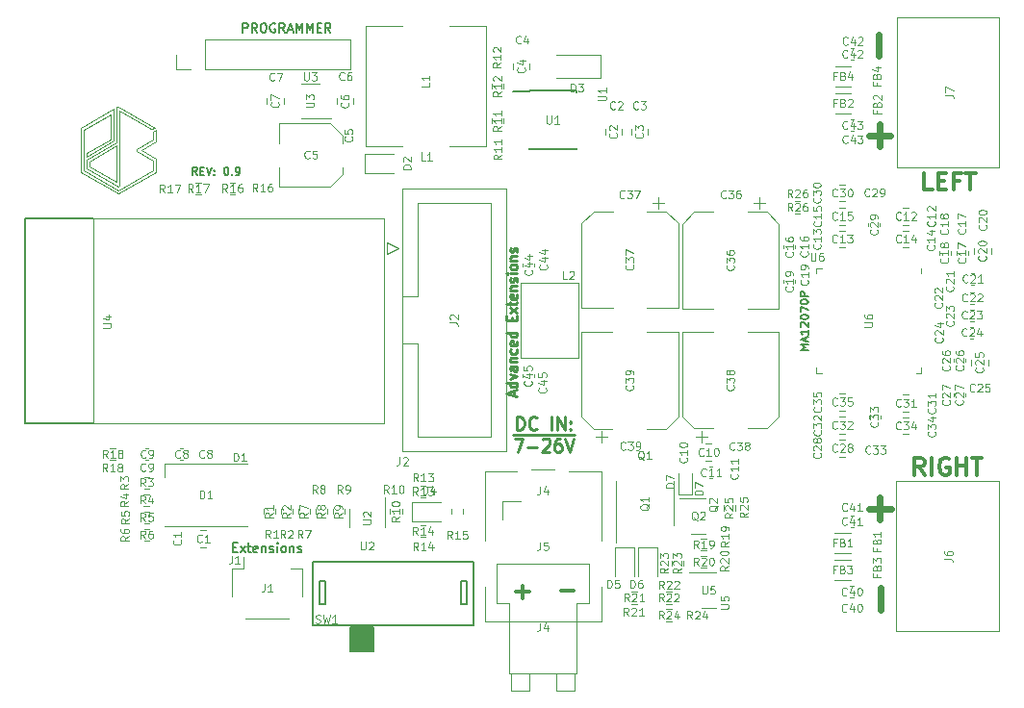
<source format=gbr>
G04 #@! TF.GenerationSoftware,KiCad,Pcbnew,(6.0.5-0)*
G04 #@! TF.CreationDate,2022-12-01T23:32:52+01:00*
G04 #@! TF.ProjectId,muVox,6d75566f-782e-46b6-9963-61645f706362,rc1*
G04 #@! TF.SameCoordinates,Original*
G04 #@! TF.FileFunction,Legend,Top*
G04 #@! TF.FilePolarity,Positive*
%FSLAX46Y46*%
G04 Gerber Fmt 4.6, Leading zero omitted, Abs format (unit mm)*
G04 Created by KiCad (PCBNEW (6.0.5-0)) date 2022-12-01 23:32:52*
%MOMM*%
%LPD*%
G01*
G04 APERTURE LIST*
%ADD10C,0.050000*%
%ADD11C,0.300000*%
%ADD12C,0.250000*%
%ADD13C,0.600000*%
%ADD14C,0.150000*%
%ADD15C,0.375000*%
%ADD16C,0.200000*%
%ADD17C,0.175000*%
%ADD18C,0.212500*%
%ADD19C,0.100000*%
%ADD20C,0.120000*%
%ADD21C,0.127000*%
G04 APERTURE END LIST*
D10*
X82016600Y-115955939D02*
X84821745Y-117564419D01*
X85194494Y-118640284D02*
X85194494Y-117660734D01*
X78565448Y-117486775D02*
X78565448Y-121325128D01*
X79101844Y-120267945D02*
X79101844Y-121008415D01*
X85194494Y-117660734D02*
X84936417Y-117813450D01*
X83489160Y-119327823D02*
X83489160Y-119494049D01*
X81763583Y-115629987D02*
X81763583Y-118740376D01*
X78823525Y-121169254D02*
X78823525Y-117640245D01*
X84936417Y-117813450D02*
X84936417Y-118507299D01*
X78565448Y-121325128D02*
X81878615Y-123242674D01*
X84931357Y-120318161D02*
X84939610Y-121165130D01*
X79096784Y-119671439D02*
X79096784Y-119974887D01*
X79380163Y-120825347D02*
X81763583Y-122206739D01*
X84939610Y-121165130D02*
X81879460Y-122931447D01*
X79101844Y-121008415D02*
X81885259Y-122612771D01*
X84821745Y-117564419D02*
X85091005Y-117415614D01*
X81878615Y-123242674D02*
X85194494Y-121318960D01*
X83901466Y-119401648D02*
X85194494Y-118640284D01*
X85194494Y-121318960D02*
X85194494Y-120170541D01*
X81763583Y-119019226D02*
X79380163Y-120408866D01*
X79380163Y-120408866D02*
X79380163Y-120825347D01*
X81485265Y-115801549D02*
X78565448Y-117486775D01*
X82016600Y-122534862D02*
X82016600Y-115955939D01*
X81884363Y-115562674D02*
X81763583Y-115629987D01*
X81763583Y-118740376D02*
X79101844Y-120267945D01*
X81885259Y-122612771D02*
X82016600Y-122534862D01*
X84936417Y-118507299D02*
X83489160Y-119327823D01*
X81763583Y-122206739D02*
X81763583Y-119019226D01*
X81212006Y-118442131D02*
X79096784Y-119671439D01*
X85194494Y-120170541D02*
X83901466Y-119401648D01*
X78823525Y-117640245D02*
X81212006Y-116267328D01*
X79096784Y-119974887D02*
X81485265Y-118589124D01*
X81212006Y-116267328D02*
X81212006Y-118442131D01*
X81879460Y-122931447D02*
X78823525Y-121169254D01*
X81485265Y-118589124D02*
X81485265Y-115801549D01*
X83489160Y-119494049D02*
X84931357Y-120318161D01*
X85091005Y-117415614D02*
X81884363Y-115562674D01*
D11*
X121981528Y-158176442D02*
X120838671Y-158176442D01*
D12*
X116974157Y-144054157D02*
X116974157Y-142854157D01*
X117236061Y-142854157D01*
X117393204Y-142911300D01*
X117497966Y-143025585D01*
X117550347Y-143139871D01*
X117602728Y-143368442D01*
X117602728Y-143539871D01*
X117550347Y-143768442D01*
X117497966Y-143882728D01*
X117393204Y-143997014D01*
X117236061Y-144054157D01*
X116974157Y-144054157D01*
X118702728Y-143939871D02*
X118650347Y-143997014D01*
X118493204Y-144054157D01*
X118388442Y-144054157D01*
X118231300Y-143997014D01*
X118126538Y-143882728D01*
X118074157Y-143768442D01*
X118021776Y-143539871D01*
X118021776Y-143368442D01*
X118074157Y-143139871D01*
X118126538Y-143025585D01*
X118231300Y-142911300D01*
X118388442Y-142854157D01*
X118493204Y-142854157D01*
X118650347Y-142911300D01*
X118702728Y-142968442D01*
X120012252Y-144054157D02*
X120012252Y-142854157D01*
X120536061Y-144054157D02*
X120536061Y-142854157D01*
X121164633Y-144054157D01*
X121164633Y-142854157D01*
X121688442Y-143939871D02*
X121740823Y-143997014D01*
X121688442Y-144054157D01*
X121636061Y-143997014D01*
X121688442Y-143939871D01*
X121688442Y-144054157D01*
X121688442Y-143311300D02*
X121740823Y-143368442D01*
X121688442Y-143425585D01*
X121636061Y-143368442D01*
X121688442Y-143311300D01*
X121688442Y-143425585D01*
X116607490Y-144447300D02*
X117655109Y-144447300D01*
X116764633Y-144786157D02*
X117497966Y-144786157D01*
X117026538Y-145986157D01*
X117655109Y-144447300D02*
X119017014Y-144447300D01*
X117917014Y-145529014D02*
X118755109Y-145529014D01*
X119017014Y-144447300D02*
X120064633Y-144447300D01*
X119226538Y-144900442D02*
X119278919Y-144843300D01*
X119383680Y-144786157D01*
X119645585Y-144786157D01*
X119750347Y-144843300D01*
X119802728Y-144900442D01*
X119855109Y-145014728D01*
X119855109Y-145129014D01*
X119802728Y-145300442D01*
X119174157Y-145986157D01*
X119855109Y-145986157D01*
X120064633Y-144447300D02*
X121112252Y-144447300D01*
X120797966Y-144786157D02*
X120588442Y-144786157D01*
X120483680Y-144843300D01*
X120431300Y-144900442D01*
X120326538Y-145071871D01*
X120274157Y-145300442D01*
X120274157Y-145757585D01*
X120326538Y-145871871D01*
X120378919Y-145929014D01*
X120483680Y-145986157D01*
X120693204Y-145986157D01*
X120797966Y-145929014D01*
X120850347Y-145871871D01*
X120902728Y-145757585D01*
X120902728Y-145471871D01*
X120850347Y-145357585D01*
X120797966Y-145300442D01*
X120693204Y-145243300D01*
X120483680Y-145243300D01*
X120378919Y-145300442D01*
X120326538Y-145357585D01*
X120274157Y-145471871D01*
X121112252Y-144447300D02*
X122055109Y-144447300D01*
X121217014Y-144786157D02*
X121583680Y-145986157D01*
X121950347Y-144786157D01*
D13*
X148921428Y-151902380D02*
X148921428Y-149997619D01*
X147969047Y-150950000D02*
X149873809Y-150950000D01*
D11*
X118024528Y-158289442D02*
X116881671Y-158289442D01*
X117453100Y-158860871D02*
X117453100Y-157718014D01*
D14*
X88833533Y-121601666D02*
X88600200Y-121268333D01*
X88433533Y-121601666D02*
X88433533Y-120901666D01*
X88700200Y-120901666D01*
X88766866Y-120935000D01*
X88800200Y-120968333D01*
X88833533Y-121035000D01*
X88833533Y-121135000D01*
X88800200Y-121201666D01*
X88766866Y-121235000D01*
X88700200Y-121268333D01*
X88433533Y-121268333D01*
X89133533Y-121235000D02*
X89366866Y-121235000D01*
X89466866Y-121601666D02*
X89133533Y-121601666D01*
X89133533Y-120901666D01*
X89466866Y-120901666D01*
X89666866Y-120901666D02*
X89900200Y-121601666D01*
X90133533Y-120901666D01*
X90366866Y-121535000D02*
X90400200Y-121568333D01*
X90366866Y-121601666D01*
X90333533Y-121568333D01*
X90366866Y-121535000D01*
X90366866Y-121601666D01*
X90366866Y-121168333D02*
X90400200Y-121201666D01*
X90366866Y-121235000D01*
X90333533Y-121201666D01*
X90366866Y-121168333D01*
X90366866Y-121235000D01*
X91366866Y-120901666D02*
X91433533Y-120901666D01*
X91500200Y-120935000D01*
X91533533Y-120968333D01*
X91566866Y-121035000D01*
X91600200Y-121168333D01*
X91600200Y-121335000D01*
X91566866Y-121468333D01*
X91533533Y-121535000D01*
X91500200Y-121568333D01*
X91433533Y-121601666D01*
X91366866Y-121601666D01*
X91300200Y-121568333D01*
X91266866Y-121535000D01*
X91233533Y-121468333D01*
X91200200Y-121335000D01*
X91200200Y-121168333D01*
X91233533Y-121035000D01*
X91266866Y-120968333D01*
X91300200Y-120935000D01*
X91366866Y-120901666D01*
X91900200Y-121535000D02*
X91933533Y-121568333D01*
X91900200Y-121601666D01*
X91866866Y-121568333D01*
X91900200Y-121535000D01*
X91900200Y-121601666D01*
X92266866Y-121601666D02*
X92400200Y-121601666D01*
X92466866Y-121568333D01*
X92500200Y-121535000D01*
X92566866Y-121435000D01*
X92600200Y-121301666D01*
X92600200Y-121035000D01*
X92566866Y-120968333D01*
X92533533Y-120935000D01*
X92466866Y-120901666D01*
X92333533Y-120901666D01*
X92266866Y-120935000D01*
X92233533Y-120968333D01*
X92200200Y-121035000D01*
X92200200Y-121201666D01*
X92233533Y-121268333D01*
X92266866Y-121301666D01*
X92333533Y-121335000D01*
X92466866Y-121335000D01*
X92533533Y-121301666D01*
X92566866Y-121268333D01*
X92600200Y-121201666D01*
D13*
X149001428Y-159832380D02*
X149001428Y-157927619D01*
D15*
X152820000Y-147988571D02*
X152320000Y-147274285D01*
X151962857Y-147988571D02*
X151962857Y-146488571D01*
X152534285Y-146488571D01*
X152677142Y-146560000D01*
X152748571Y-146631428D01*
X152820000Y-146774285D01*
X152820000Y-146988571D01*
X152748571Y-147131428D01*
X152677142Y-147202857D01*
X152534285Y-147274285D01*
X151962857Y-147274285D01*
X153462857Y-147988571D02*
X153462857Y-146488571D01*
X154962857Y-146560000D02*
X154820000Y-146488571D01*
X154605714Y-146488571D01*
X154391428Y-146560000D01*
X154248571Y-146702857D01*
X154177142Y-146845714D01*
X154105714Y-147131428D01*
X154105714Y-147345714D01*
X154177142Y-147631428D01*
X154248571Y-147774285D01*
X154391428Y-147917142D01*
X154605714Y-147988571D01*
X154748571Y-147988571D01*
X154962857Y-147917142D01*
X155034285Y-147845714D01*
X155034285Y-147345714D01*
X154748571Y-147345714D01*
X155677142Y-147988571D02*
X155677142Y-146488571D01*
X155677142Y-147202857D02*
X156534285Y-147202857D01*
X156534285Y-147988571D02*
X156534285Y-146488571D01*
X157034285Y-146488571D02*
X157891428Y-146488571D01*
X157462857Y-147988571D02*
X157462857Y-146488571D01*
D13*
X148888571Y-117147619D02*
X148888571Y-119052380D01*
X149840952Y-118100000D02*
X147936190Y-118100000D01*
D16*
X92005523Y-154371285D02*
X92272190Y-154371285D01*
X92386476Y-154816523D02*
X92005523Y-154816523D01*
X92005523Y-153966523D01*
X92386476Y-153966523D01*
X92653142Y-154816523D02*
X93072190Y-154249857D01*
X92653142Y-154249857D02*
X93072190Y-154816523D01*
X93262666Y-154249857D02*
X93567428Y-154249857D01*
X93376952Y-153966523D02*
X93376952Y-154695095D01*
X93415047Y-154776047D01*
X93491238Y-154816523D01*
X93567428Y-154816523D01*
X94138857Y-154776047D02*
X94062666Y-154816523D01*
X93910285Y-154816523D01*
X93834095Y-154776047D01*
X93796000Y-154695095D01*
X93796000Y-154371285D01*
X93834095Y-154290333D01*
X93910285Y-154249857D01*
X94062666Y-154249857D01*
X94138857Y-154290333D01*
X94176952Y-154371285D01*
X94176952Y-154452238D01*
X93796000Y-154533190D01*
X94519809Y-154249857D02*
X94519809Y-154816523D01*
X94519809Y-154330809D02*
X94557904Y-154290333D01*
X94634095Y-154249857D01*
X94748380Y-154249857D01*
X94824571Y-154290333D01*
X94862666Y-154371285D01*
X94862666Y-154816523D01*
X95205523Y-154776047D02*
X95281714Y-154816523D01*
X95434095Y-154816523D01*
X95510285Y-154776047D01*
X95548380Y-154695095D01*
X95548380Y-154654619D01*
X95510285Y-154573666D01*
X95434095Y-154533190D01*
X95319809Y-154533190D01*
X95243619Y-154492714D01*
X95205523Y-154411761D01*
X95205523Y-154371285D01*
X95243619Y-154290333D01*
X95319809Y-154249857D01*
X95434095Y-154249857D01*
X95510285Y-154290333D01*
X95891238Y-154816523D02*
X95891238Y-154249857D01*
X95891238Y-153966523D02*
X95853142Y-154007000D01*
X95891238Y-154047476D01*
X95929333Y-154007000D01*
X95891238Y-153966523D01*
X95891238Y-154047476D01*
X96386476Y-154816523D02*
X96310285Y-154776047D01*
X96272190Y-154735571D01*
X96234095Y-154654619D01*
X96234095Y-154411761D01*
X96272190Y-154330809D01*
X96310285Y-154290333D01*
X96386476Y-154249857D01*
X96500761Y-154249857D01*
X96576952Y-154290333D01*
X96615047Y-154330809D01*
X96653142Y-154411761D01*
X96653142Y-154654619D01*
X96615047Y-154735571D01*
X96576952Y-154776047D01*
X96500761Y-154816523D01*
X96386476Y-154816523D01*
X96995999Y-154249857D02*
X96995999Y-154816523D01*
X96995999Y-154330809D02*
X97034095Y-154290333D01*
X97110285Y-154249857D01*
X97224571Y-154249857D01*
X97300761Y-154290333D01*
X97338857Y-154371285D01*
X97338857Y-154816523D01*
X97681714Y-154776047D02*
X97757904Y-154816523D01*
X97910285Y-154816523D01*
X97986476Y-154776047D01*
X98024571Y-154695095D01*
X98024571Y-154654619D01*
X97986476Y-154573666D01*
X97910285Y-154533190D01*
X97795999Y-154533190D01*
X97719809Y-154492714D01*
X97681714Y-154411761D01*
X97681714Y-154371285D01*
X97719809Y-154290333D01*
X97795999Y-154249857D01*
X97910285Y-154249857D01*
X97986476Y-154290333D01*
D15*
X153521428Y-122908571D02*
X152807142Y-122908571D01*
X152807142Y-121408571D01*
X154021428Y-122122857D02*
X154521428Y-122122857D01*
X154735714Y-122908571D02*
X154021428Y-122908571D01*
X154021428Y-121408571D01*
X154735714Y-121408571D01*
X155878571Y-122122857D02*
X155378571Y-122122857D01*
X155378571Y-122908571D02*
X155378571Y-121408571D01*
X156092857Y-121408571D01*
X156450000Y-121408571D02*
X157307142Y-121408571D01*
X156878571Y-122908571D02*
X156878571Y-121408571D01*
D16*
X92842480Y-109041204D02*
X92842480Y-108241204D01*
X93147242Y-108241204D01*
X93223433Y-108279300D01*
X93261528Y-108317395D01*
X93299623Y-108393585D01*
X93299623Y-108507871D01*
X93261528Y-108584061D01*
X93223433Y-108622157D01*
X93147242Y-108660252D01*
X92842480Y-108660252D01*
X94099623Y-109041204D02*
X93832957Y-108660252D01*
X93642480Y-109041204D02*
X93642480Y-108241204D01*
X93947242Y-108241204D01*
X94023433Y-108279300D01*
X94061528Y-108317395D01*
X94099623Y-108393585D01*
X94099623Y-108507871D01*
X94061528Y-108584061D01*
X94023433Y-108622157D01*
X93947242Y-108660252D01*
X93642480Y-108660252D01*
X94594861Y-108241204D02*
X94747242Y-108241204D01*
X94823433Y-108279300D01*
X94899623Y-108355490D01*
X94937719Y-108507871D01*
X94937719Y-108774538D01*
X94899623Y-108926919D01*
X94823433Y-109003109D01*
X94747242Y-109041204D01*
X94594861Y-109041204D01*
X94518671Y-109003109D01*
X94442480Y-108926919D01*
X94404385Y-108774538D01*
X94404385Y-108507871D01*
X94442480Y-108355490D01*
X94518671Y-108279300D01*
X94594861Y-108241204D01*
X95699623Y-108279300D02*
X95623433Y-108241204D01*
X95509147Y-108241204D01*
X95394861Y-108279300D01*
X95318671Y-108355490D01*
X95280576Y-108431680D01*
X95242480Y-108584061D01*
X95242480Y-108698347D01*
X95280576Y-108850728D01*
X95318671Y-108926919D01*
X95394861Y-109003109D01*
X95509147Y-109041204D01*
X95585338Y-109041204D01*
X95699623Y-109003109D01*
X95737719Y-108965014D01*
X95737719Y-108698347D01*
X95585338Y-108698347D01*
X96537719Y-109041204D02*
X96271052Y-108660252D01*
X96080576Y-109041204D02*
X96080576Y-108241204D01*
X96385338Y-108241204D01*
X96461528Y-108279300D01*
X96499623Y-108317395D01*
X96537719Y-108393585D01*
X96537719Y-108507871D01*
X96499623Y-108584061D01*
X96461528Y-108622157D01*
X96385338Y-108660252D01*
X96080576Y-108660252D01*
X96842480Y-108812633D02*
X97223433Y-108812633D01*
X96766290Y-109041204D02*
X97032957Y-108241204D01*
X97299623Y-109041204D01*
X97566290Y-109041204D02*
X97566290Y-108241204D01*
X97832957Y-108812633D01*
X98099623Y-108241204D01*
X98099623Y-109041204D01*
X98480576Y-109041204D02*
X98480576Y-108241204D01*
X98747242Y-108812633D01*
X99013909Y-108241204D01*
X99013909Y-109041204D01*
X99394861Y-108622157D02*
X99661528Y-108622157D01*
X99775814Y-109041204D02*
X99394861Y-109041204D01*
X99394861Y-108241204D01*
X99775814Y-108241204D01*
X100575814Y-109041204D02*
X100309147Y-108660252D01*
X100118671Y-109041204D02*
X100118671Y-108241204D01*
X100423433Y-108241204D01*
X100499623Y-108279300D01*
X100537719Y-108317395D01*
X100575814Y-108393585D01*
X100575814Y-108507871D01*
X100537719Y-108584061D01*
X100499623Y-108622157D01*
X100423433Y-108660252D01*
X100118671Y-108660252D01*
D17*
X142596666Y-136990000D02*
X141896666Y-136990000D01*
X142396666Y-136756666D01*
X141896666Y-136523333D01*
X142596666Y-136523333D01*
X142396666Y-136223333D02*
X142396666Y-135890000D01*
X142596666Y-136290000D02*
X141896666Y-136056666D01*
X142596666Y-135823333D01*
X142596666Y-135223333D02*
X142596666Y-135623333D01*
X142596666Y-135423333D02*
X141896666Y-135423333D01*
X141996666Y-135490000D01*
X142063333Y-135556666D01*
X142096666Y-135623333D01*
X141963333Y-134956666D02*
X141930000Y-134923333D01*
X141896666Y-134856666D01*
X141896666Y-134690000D01*
X141930000Y-134623333D01*
X141963333Y-134590000D01*
X142030000Y-134556666D01*
X142096666Y-134556666D01*
X142196666Y-134590000D01*
X142596666Y-134990000D01*
X142596666Y-134556666D01*
X141896666Y-134123333D02*
X141896666Y-134056666D01*
X141930000Y-133990000D01*
X141963333Y-133956666D01*
X142030000Y-133923333D01*
X142163333Y-133890000D01*
X142330000Y-133890000D01*
X142463333Y-133923333D01*
X142530000Y-133956666D01*
X142563333Y-133990000D01*
X142596666Y-134056666D01*
X142596666Y-134123333D01*
X142563333Y-134190000D01*
X142530000Y-134223333D01*
X142463333Y-134256666D01*
X142330000Y-134290000D01*
X142163333Y-134290000D01*
X142030000Y-134256666D01*
X141963333Y-134223333D01*
X141930000Y-134190000D01*
X141896666Y-134123333D01*
X141896666Y-133656666D02*
X141896666Y-133190000D01*
X142596666Y-133490000D01*
X141896666Y-132790000D02*
X141896666Y-132723333D01*
X141930000Y-132656666D01*
X141963333Y-132623333D01*
X142030000Y-132590000D01*
X142163333Y-132556666D01*
X142330000Y-132556666D01*
X142463333Y-132590000D01*
X142530000Y-132623333D01*
X142563333Y-132656666D01*
X142596666Y-132723333D01*
X142596666Y-132790000D01*
X142563333Y-132856666D01*
X142530000Y-132890000D01*
X142463333Y-132923333D01*
X142330000Y-132956666D01*
X142163333Y-132956666D01*
X142030000Y-132923333D01*
X141963333Y-132890000D01*
X141930000Y-132856666D01*
X141896666Y-132790000D01*
X142596666Y-132256666D02*
X141896666Y-132256666D01*
X141896666Y-131990000D01*
X141930000Y-131923333D01*
X141963333Y-131890000D01*
X142030000Y-131856666D01*
X142130000Y-131856666D01*
X142196666Y-131890000D01*
X142230000Y-131923333D01*
X142263333Y-131990000D01*
X142263333Y-132256666D01*
D13*
X148808571Y-109217619D02*
X148808571Y-111122380D01*
D18*
X116715100Y-141000728D02*
X116715100Y-140595966D01*
X116972242Y-141081680D02*
X116072242Y-140798347D01*
X116972242Y-140515014D01*
X116972242Y-139867395D02*
X116072242Y-139867395D01*
X116929385Y-139867395D02*
X116972242Y-139948347D01*
X116972242Y-140110252D01*
X116929385Y-140191204D01*
X116886528Y-140231680D01*
X116800814Y-140272157D01*
X116543671Y-140272157D01*
X116457957Y-140231680D01*
X116415100Y-140191204D01*
X116372242Y-140110252D01*
X116372242Y-139948347D01*
X116415100Y-139867395D01*
X116372242Y-139543585D02*
X116972242Y-139341204D01*
X116372242Y-139138823D01*
X116972242Y-138450728D02*
X116500814Y-138450728D01*
X116415100Y-138491204D01*
X116372242Y-138572157D01*
X116372242Y-138734061D01*
X116415100Y-138815014D01*
X116929385Y-138450728D02*
X116972242Y-138531680D01*
X116972242Y-138734061D01*
X116929385Y-138815014D01*
X116843671Y-138855490D01*
X116757957Y-138855490D01*
X116672242Y-138815014D01*
X116629385Y-138734061D01*
X116629385Y-138531680D01*
X116586528Y-138450728D01*
X116372242Y-138045966D02*
X116972242Y-138045966D01*
X116457957Y-138045966D02*
X116415100Y-138005490D01*
X116372242Y-137924538D01*
X116372242Y-137803109D01*
X116415100Y-137722157D01*
X116500814Y-137681680D01*
X116972242Y-137681680D01*
X116929385Y-136912633D02*
X116972242Y-136993585D01*
X116972242Y-137155490D01*
X116929385Y-137236442D01*
X116886528Y-137276919D01*
X116800814Y-137317395D01*
X116543671Y-137317395D01*
X116457957Y-137276919D01*
X116415100Y-137236442D01*
X116372242Y-137155490D01*
X116372242Y-136993585D01*
X116415100Y-136912633D01*
X116929385Y-136224538D02*
X116972242Y-136305490D01*
X116972242Y-136467395D01*
X116929385Y-136548347D01*
X116843671Y-136588823D01*
X116500814Y-136588823D01*
X116415100Y-136548347D01*
X116372242Y-136467395D01*
X116372242Y-136305490D01*
X116415100Y-136224538D01*
X116500814Y-136184061D01*
X116586528Y-136184061D01*
X116672242Y-136588823D01*
X116972242Y-135455490D02*
X116072242Y-135455490D01*
X116929385Y-135455490D02*
X116972242Y-135536442D01*
X116972242Y-135698347D01*
X116929385Y-135779300D01*
X116886528Y-135819776D01*
X116800814Y-135860252D01*
X116543671Y-135860252D01*
X116457957Y-135819776D01*
X116415100Y-135779300D01*
X116372242Y-135698347D01*
X116372242Y-135536442D01*
X116415100Y-135455490D01*
X116500814Y-134403109D02*
X116500814Y-134119776D01*
X116972242Y-133998347D02*
X116972242Y-134403109D01*
X116072242Y-134403109D01*
X116072242Y-133998347D01*
X116972242Y-133715014D02*
X116372242Y-133269776D01*
X116372242Y-133715014D02*
X116972242Y-133269776D01*
X116372242Y-133067395D02*
X116372242Y-132743585D01*
X116072242Y-132945966D02*
X116843671Y-132945966D01*
X116929385Y-132905490D01*
X116972242Y-132824538D01*
X116972242Y-132743585D01*
X116929385Y-132136442D02*
X116972242Y-132217395D01*
X116972242Y-132379300D01*
X116929385Y-132460252D01*
X116843671Y-132500728D01*
X116500814Y-132500728D01*
X116415100Y-132460252D01*
X116372242Y-132379300D01*
X116372242Y-132217395D01*
X116415100Y-132136442D01*
X116500814Y-132095966D01*
X116586528Y-132095966D01*
X116672242Y-132500728D01*
X116372242Y-131731680D02*
X116972242Y-131731680D01*
X116457957Y-131731680D02*
X116415100Y-131691204D01*
X116372242Y-131610252D01*
X116372242Y-131488823D01*
X116415100Y-131407871D01*
X116500814Y-131367395D01*
X116972242Y-131367395D01*
X116929385Y-131003109D02*
X116972242Y-130922157D01*
X116972242Y-130760252D01*
X116929385Y-130679300D01*
X116843671Y-130638823D01*
X116800814Y-130638823D01*
X116715100Y-130679300D01*
X116672242Y-130760252D01*
X116672242Y-130881680D01*
X116629385Y-130962633D01*
X116543671Y-131003109D01*
X116500814Y-131003109D01*
X116415100Y-130962633D01*
X116372242Y-130881680D01*
X116372242Y-130760252D01*
X116415100Y-130679300D01*
X116972242Y-130274538D02*
X116372242Y-130274538D01*
X116072242Y-130274538D02*
X116115100Y-130315014D01*
X116157957Y-130274538D01*
X116115100Y-130234061D01*
X116072242Y-130274538D01*
X116157957Y-130274538D01*
X116972242Y-129748347D02*
X116929385Y-129829300D01*
X116886528Y-129869776D01*
X116800814Y-129910252D01*
X116543671Y-129910252D01*
X116457957Y-129869776D01*
X116415100Y-129829300D01*
X116372242Y-129748347D01*
X116372242Y-129626919D01*
X116415100Y-129545966D01*
X116457957Y-129505490D01*
X116543671Y-129465014D01*
X116800814Y-129465014D01*
X116886528Y-129505490D01*
X116929385Y-129545966D01*
X116972242Y-129626919D01*
X116972242Y-129748347D01*
X116372242Y-129100728D02*
X116972242Y-129100728D01*
X116457957Y-129100728D02*
X116415100Y-129060252D01*
X116372242Y-128979300D01*
X116372242Y-128857871D01*
X116415100Y-128776919D01*
X116500814Y-128736442D01*
X116972242Y-128736442D01*
X116929385Y-128372157D02*
X116972242Y-128291204D01*
X116972242Y-128129300D01*
X116929385Y-128048347D01*
X116843671Y-128007871D01*
X116800814Y-128007871D01*
X116715100Y-128048347D01*
X116672242Y-128129300D01*
X116672242Y-128250728D01*
X116629385Y-128331680D01*
X116543671Y-128372157D01*
X116500814Y-128372157D01*
X116415100Y-128331680D01*
X116372242Y-128250728D01*
X116372242Y-128129300D01*
X116415100Y-128048347D01*
D19*
X101773433Y-113179300D02*
X101740100Y-113212633D01*
X101640100Y-113245966D01*
X101573433Y-113245966D01*
X101473433Y-113212633D01*
X101406766Y-113145966D01*
X101373433Y-113079300D01*
X101340100Y-112945966D01*
X101340100Y-112845966D01*
X101373433Y-112712633D01*
X101406766Y-112645966D01*
X101473433Y-112579300D01*
X101573433Y-112545966D01*
X101640100Y-112545966D01*
X101740100Y-112579300D01*
X101773433Y-112612633D01*
X102373433Y-112545966D02*
X102240100Y-112545966D01*
X102173433Y-112579300D01*
X102140100Y-112612633D01*
X102073433Y-112712633D01*
X102040100Y-112845966D01*
X102040100Y-113112633D01*
X102073433Y-113179300D01*
X102106766Y-113212633D01*
X102173433Y-113245966D01*
X102306766Y-113245966D01*
X102373433Y-113212633D01*
X102406766Y-113179300D01*
X102440100Y-113112633D01*
X102440100Y-112945966D01*
X102406766Y-112879300D01*
X102373433Y-112845966D01*
X102306766Y-112812633D01*
X102173433Y-112812633D01*
X102106766Y-112845966D01*
X102073433Y-112879300D01*
X102040100Y-112945966D01*
X102109100Y-115213466D02*
X102142433Y-115246800D01*
X102175766Y-115346800D01*
X102175766Y-115413466D01*
X102142433Y-115513466D01*
X102075766Y-115580133D01*
X102009100Y-115613466D01*
X101875766Y-115646800D01*
X101775766Y-115646800D01*
X101642433Y-115613466D01*
X101575766Y-115580133D01*
X101509100Y-115513466D01*
X101475766Y-115413466D01*
X101475766Y-115346800D01*
X101509100Y-115246800D01*
X101542433Y-115213466D01*
X101475766Y-114613466D02*
X101475766Y-114746800D01*
X101509100Y-114813466D01*
X101542433Y-114846800D01*
X101642433Y-114913466D01*
X101775766Y-114946800D01*
X102042433Y-114946800D01*
X102109100Y-114913466D01*
X102142433Y-114880133D01*
X102175766Y-114813466D01*
X102175766Y-114680133D01*
X102142433Y-114613466D01*
X102109100Y-114580133D01*
X102042433Y-114546800D01*
X101875766Y-114546800D01*
X101809100Y-114580133D01*
X101775766Y-114613466D01*
X101742433Y-114680133D01*
X101742433Y-114813466D01*
X101775766Y-114880133D01*
X101809100Y-114913466D01*
X101875766Y-114946800D01*
X95623433Y-113229300D02*
X95590100Y-113262633D01*
X95490100Y-113295966D01*
X95423433Y-113295966D01*
X95323433Y-113262633D01*
X95256766Y-113195966D01*
X95223433Y-113129300D01*
X95190100Y-112995966D01*
X95190100Y-112895966D01*
X95223433Y-112762633D01*
X95256766Y-112695966D01*
X95323433Y-112629300D01*
X95423433Y-112595966D01*
X95490100Y-112595966D01*
X95590100Y-112629300D01*
X95623433Y-112662633D01*
X95856766Y-112595966D02*
X96323433Y-112595966D01*
X96023433Y-113295966D01*
X95959100Y-115196566D02*
X95992433Y-115229900D01*
X96025766Y-115329900D01*
X96025766Y-115396566D01*
X95992433Y-115496566D01*
X95925766Y-115563233D01*
X95859100Y-115596566D01*
X95725766Y-115629900D01*
X95625766Y-115629900D01*
X95492433Y-115596566D01*
X95425766Y-115563233D01*
X95359100Y-115496566D01*
X95325766Y-115396566D01*
X95325766Y-115329900D01*
X95359100Y-115229900D01*
X95392433Y-115196566D01*
X95325766Y-114963233D02*
X95325766Y-114496566D01*
X96025766Y-114796566D01*
X119026766Y-153905966D02*
X119026766Y-154405966D01*
X118993433Y-154505966D01*
X118926766Y-154572633D01*
X118826766Y-154605966D01*
X118760100Y-154605966D01*
X119693433Y-153905966D02*
X119360100Y-153905966D01*
X119326766Y-154239300D01*
X119360100Y-154205966D01*
X119426766Y-154172633D01*
X119593433Y-154172633D01*
X119660100Y-154205966D01*
X119693433Y-154239300D01*
X119726766Y-154305966D01*
X119726766Y-154472633D01*
X119693433Y-154539300D01*
X119660100Y-154572633D01*
X119593433Y-154605966D01*
X119426766Y-154605966D01*
X119360100Y-154572633D01*
X119326766Y-154539300D01*
X128148913Y-146668423D02*
X128082246Y-146635090D01*
X128015580Y-146568423D01*
X127915580Y-146468423D01*
X127848913Y-146435090D01*
X127782246Y-146435090D01*
X127815580Y-146601756D02*
X127748913Y-146568423D01*
X127682246Y-146501756D01*
X127648913Y-146368423D01*
X127648913Y-146135090D01*
X127682246Y-146001756D01*
X127748913Y-145935090D01*
X127815580Y-145901756D01*
X127948913Y-145901756D01*
X128015580Y-145935090D01*
X128082246Y-146001756D01*
X128115580Y-146135090D01*
X128115580Y-146368423D01*
X128082246Y-146501756D01*
X128015580Y-146568423D01*
X127948913Y-146601756D01*
X127815580Y-146601756D01*
X128782246Y-146601756D02*
X128382246Y-146601756D01*
X128582246Y-146601756D02*
X128582246Y-145901756D01*
X128515580Y-146001756D01*
X128448913Y-146068423D01*
X128382246Y-146101756D01*
X128602533Y-150559766D02*
X128569200Y-150626433D01*
X128502533Y-150693100D01*
X128402533Y-150793100D01*
X128369200Y-150859766D01*
X128369200Y-150926433D01*
X128535866Y-150893100D02*
X128502533Y-150959766D01*
X128435866Y-151026433D01*
X128302533Y-151059766D01*
X128069200Y-151059766D01*
X127935866Y-151026433D01*
X127869200Y-150959766D01*
X127835866Y-150893100D01*
X127835866Y-150759766D01*
X127869200Y-150693100D01*
X127935866Y-150626433D01*
X128069200Y-150593100D01*
X128302533Y-150593100D01*
X128435866Y-150626433D01*
X128502533Y-150693100D01*
X128535866Y-150759766D01*
X128535866Y-150893100D01*
X128535866Y-149926433D02*
X128535866Y-150326433D01*
X128535866Y-150126433D02*
X127835866Y-150126433D01*
X127935866Y-150193100D01*
X128002533Y-150259766D01*
X128035866Y-150326433D01*
X98256766Y-112570966D02*
X98256766Y-113137633D01*
X98290100Y-113204300D01*
X98323433Y-113237633D01*
X98390100Y-113270966D01*
X98523433Y-113270966D01*
X98590100Y-113237633D01*
X98623433Y-113204300D01*
X98656766Y-113137633D01*
X98656766Y-112570966D01*
X98923433Y-112570966D02*
X99356766Y-112570966D01*
X99123433Y-112837633D01*
X99223433Y-112837633D01*
X99290100Y-112870966D01*
X99323433Y-112904300D01*
X99356766Y-112970966D01*
X99356766Y-113137633D01*
X99323433Y-113204300D01*
X99290100Y-113237633D01*
X99223433Y-113270966D01*
X99023433Y-113270966D01*
X98956766Y-113237633D01*
X98923433Y-113204300D01*
X98406766Y-115612633D02*
X98973433Y-115612633D01*
X99040100Y-115579300D01*
X99073433Y-115545966D01*
X99106766Y-115479300D01*
X99106766Y-115345966D01*
X99073433Y-115279300D01*
X99040100Y-115245966D01*
X98973433Y-115212633D01*
X98406766Y-115212633D01*
X98406766Y-114945966D02*
X98406766Y-114512633D01*
X98673433Y-114745966D01*
X98673433Y-114645966D01*
X98706766Y-114579300D01*
X98740100Y-114545966D01*
X98806766Y-114512633D01*
X98973433Y-114512633D01*
X99040100Y-114545966D01*
X99073433Y-114579300D01*
X99106766Y-114645966D01*
X99106766Y-114845966D01*
X99073433Y-114912633D01*
X99040100Y-114945966D01*
X106666666Y-146441666D02*
X106666666Y-146941666D01*
X106633333Y-147041666D01*
X106566666Y-147108333D01*
X106466666Y-147141666D01*
X106400000Y-147141666D01*
X106966666Y-146508333D02*
X107000000Y-146475000D01*
X107066666Y-146441666D01*
X107233333Y-146441666D01*
X107300000Y-146475000D01*
X107333333Y-146508333D01*
X107366666Y-146575000D01*
X107366666Y-146641666D01*
X107333333Y-146741666D01*
X106933333Y-147141666D01*
X107366666Y-147141666D01*
X111074266Y-134587633D02*
X111574266Y-134587633D01*
X111674266Y-134620966D01*
X111740933Y-134687633D01*
X111774266Y-134787633D01*
X111774266Y-134854300D01*
X111140933Y-134287633D02*
X111107600Y-134254300D01*
X111074266Y-134187633D01*
X111074266Y-134020966D01*
X111107600Y-133954300D01*
X111140933Y-133920966D01*
X111207600Y-133887633D01*
X111274266Y-133887633D01*
X111374266Y-133920966D01*
X111774266Y-134320966D01*
X111774266Y-133887633D01*
X142520000Y-128330000D02*
X142553333Y-128363333D01*
X142586666Y-128463333D01*
X142586666Y-128530000D01*
X142553333Y-128630000D01*
X142486666Y-128696666D01*
X142420000Y-128730000D01*
X142286666Y-128763333D01*
X142186666Y-128763333D01*
X142053333Y-128730000D01*
X141986666Y-128696666D01*
X141920000Y-128630000D01*
X141886666Y-128530000D01*
X141886666Y-128463333D01*
X141920000Y-128363333D01*
X141953333Y-128330000D01*
X142586666Y-127663333D02*
X142586666Y-128063333D01*
X142586666Y-127863333D02*
X141886666Y-127863333D01*
X141986666Y-127930000D01*
X142053333Y-127996666D01*
X142086666Y-128063333D01*
X141886666Y-127063333D02*
X141886666Y-127196666D01*
X141920000Y-127263333D01*
X141953333Y-127296666D01*
X142053333Y-127363333D01*
X142186666Y-127396666D01*
X142453333Y-127396666D01*
X142520000Y-127363333D01*
X142553333Y-127330000D01*
X142586666Y-127263333D01*
X142586666Y-127130000D01*
X142553333Y-127063333D01*
X142520000Y-127030000D01*
X142453333Y-126996666D01*
X142286666Y-126996666D01*
X142220000Y-127030000D01*
X142186666Y-127063333D01*
X142153333Y-127130000D01*
X142153333Y-127263333D01*
X142186666Y-127330000D01*
X142220000Y-127363333D01*
X142286666Y-127396666D01*
X141210100Y-128369300D02*
X141243433Y-128402633D01*
X141276766Y-128502633D01*
X141276766Y-128569300D01*
X141243433Y-128669300D01*
X141176766Y-128735966D01*
X141110100Y-128769300D01*
X140976766Y-128802633D01*
X140876766Y-128802633D01*
X140743433Y-128769300D01*
X140676766Y-128735966D01*
X140610100Y-128669300D01*
X140576766Y-128569300D01*
X140576766Y-128502633D01*
X140610100Y-128402633D01*
X140643433Y-128369300D01*
X141276766Y-127702633D02*
X141276766Y-128102633D01*
X141276766Y-127902633D02*
X140576766Y-127902633D01*
X140676766Y-127969300D01*
X140743433Y-128035966D01*
X140776766Y-128102633D01*
X140576766Y-127102633D02*
X140576766Y-127235966D01*
X140610100Y-127302633D01*
X140643433Y-127335966D01*
X140743433Y-127402633D01*
X140876766Y-127435966D01*
X141143433Y-127435966D01*
X141210100Y-127402633D01*
X141243433Y-127369300D01*
X141276766Y-127302633D01*
X141276766Y-127169300D01*
X141243433Y-127102633D01*
X141210100Y-127069300D01*
X141143433Y-127035966D01*
X140976766Y-127035966D01*
X140910100Y-127069300D01*
X140876766Y-127102633D01*
X140843433Y-127169300D01*
X140843433Y-127302633D01*
X140876766Y-127369300D01*
X140910100Y-127402633D01*
X140976766Y-127435966D01*
X103251066Y-153870866D02*
X103251066Y-154437533D01*
X103284400Y-154504200D01*
X103317733Y-154537533D01*
X103384400Y-154570866D01*
X103517733Y-154570866D01*
X103584400Y-154537533D01*
X103617733Y-154504200D01*
X103651066Y-154437533D01*
X103651066Y-153870866D01*
X103951066Y-153937533D02*
X103984400Y-153904200D01*
X104051066Y-153870866D01*
X104217733Y-153870866D01*
X104284400Y-153904200D01*
X104317733Y-153937533D01*
X104351066Y-154004200D01*
X104351066Y-154070866D01*
X104317733Y-154170866D01*
X103917733Y-154570866D01*
X104351066Y-154570866D01*
X103430066Y-152318533D02*
X103996733Y-152318533D01*
X104063400Y-152285200D01*
X104096733Y-152251866D01*
X104130066Y-152185200D01*
X104130066Y-152051866D01*
X104096733Y-151985200D01*
X104063400Y-151951866D01*
X103996733Y-151918533D01*
X103430066Y-151918533D01*
X103496733Y-151618533D02*
X103463400Y-151585200D01*
X103430066Y-151518533D01*
X103430066Y-151351866D01*
X103463400Y-151285200D01*
X103496733Y-151251866D01*
X103563400Y-151218533D01*
X103630066Y-151218533D01*
X103730066Y-151251866D01*
X104130066Y-151651866D01*
X104130066Y-151218533D01*
X102440100Y-118220966D02*
X102473433Y-118254300D01*
X102506766Y-118354300D01*
X102506766Y-118420966D01*
X102473433Y-118520966D01*
X102406766Y-118587633D01*
X102340100Y-118620966D01*
X102206766Y-118654300D01*
X102106766Y-118654300D01*
X101973433Y-118620966D01*
X101906766Y-118587633D01*
X101840100Y-118520966D01*
X101806766Y-118420966D01*
X101806766Y-118354300D01*
X101840100Y-118254300D01*
X101873433Y-118220966D01*
X101806766Y-117587633D02*
X101806766Y-117920966D01*
X102140100Y-117954300D01*
X102106766Y-117920966D01*
X102073433Y-117854300D01*
X102073433Y-117687633D01*
X102106766Y-117620966D01*
X102140100Y-117587633D01*
X102206766Y-117554300D01*
X102373433Y-117554300D01*
X102440100Y-117587633D01*
X102473433Y-117620966D01*
X102506766Y-117687633D01*
X102506766Y-117854300D01*
X102473433Y-117920966D01*
X102440100Y-117954300D01*
X98723433Y-120079300D02*
X98690100Y-120112633D01*
X98590100Y-120145966D01*
X98523433Y-120145966D01*
X98423433Y-120112633D01*
X98356766Y-120045966D01*
X98323433Y-119979300D01*
X98290100Y-119845966D01*
X98290100Y-119745966D01*
X98323433Y-119612633D01*
X98356766Y-119545966D01*
X98423433Y-119479300D01*
X98523433Y-119445966D01*
X98590100Y-119445966D01*
X98690100Y-119479300D01*
X98723433Y-119512633D01*
X99356766Y-119445966D02*
X99023433Y-119445966D01*
X98990100Y-119779300D01*
X99023433Y-119745966D01*
X99090100Y-119712633D01*
X99256766Y-119712633D01*
X99323433Y-119745966D01*
X99356766Y-119779300D01*
X99390100Y-119845966D01*
X99390100Y-120012633D01*
X99356766Y-120079300D01*
X99323433Y-120112633D01*
X99256766Y-120145966D01*
X99090100Y-120145966D01*
X99023433Y-120112633D01*
X98990100Y-120079300D01*
X134894466Y-159764333D02*
X135461133Y-159764333D01*
X135527800Y-159731000D01*
X135561133Y-159697666D01*
X135594466Y-159631000D01*
X135594466Y-159497666D01*
X135561133Y-159431000D01*
X135527800Y-159397666D01*
X135461133Y-159364333D01*
X134894466Y-159364333D01*
X134894466Y-158697666D02*
X134894466Y-159031000D01*
X135227800Y-159064333D01*
X135194466Y-159031000D01*
X135161133Y-158964333D01*
X135161133Y-158797666D01*
X135194466Y-158731000D01*
X135227800Y-158697666D01*
X135294466Y-158664333D01*
X135461133Y-158664333D01*
X135527800Y-158697666D01*
X135561133Y-158731000D01*
X135594466Y-158797666D01*
X135594466Y-158964333D01*
X135561133Y-159031000D01*
X135527800Y-159064333D01*
X133291666Y-157766666D02*
X133291666Y-158333333D01*
X133325000Y-158400000D01*
X133358333Y-158433333D01*
X133425000Y-158466666D01*
X133558333Y-158466666D01*
X133625000Y-158433333D01*
X133658333Y-158400000D01*
X133691666Y-158333333D01*
X133691666Y-157766666D01*
X134358333Y-157766666D02*
X134025000Y-157766666D01*
X133991666Y-158100000D01*
X134025000Y-158066666D01*
X134091666Y-158033333D01*
X134258333Y-158033333D01*
X134325000Y-158066666D01*
X134358333Y-158100000D01*
X134391666Y-158166666D01*
X134391666Y-158333333D01*
X134358333Y-158400000D01*
X134325000Y-158433333D01*
X134258333Y-158466666D01*
X134091666Y-158466666D01*
X134025000Y-158433333D01*
X133991666Y-158400000D01*
X126958333Y-157941666D02*
X126958333Y-157241666D01*
X127125000Y-157241666D01*
X127225000Y-157275000D01*
X127291666Y-157341666D01*
X127325000Y-157408333D01*
X127358333Y-157541666D01*
X127358333Y-157641666D01*
X127325000Y-157775000D01*
X127291666Y-157841666D01*
X127225000Y-157908333D01*
X127125000Y-157941666D01*
X126958333Y-157941666D01*
X127958333Y-157241666D02*
X127825000Y-157241666D01*
X127758333Y-157275000D01*
X127725000Y-157308333D01*
X127658333Y-157408333D01*
X127625000Y-157541666D01*
X127625000Y-157808333D01*
X127658333Y-157875000D01*
X127691666Y-157908333D01*
X127758333Y-157941666D01*
X127891666Y-157941666D01*
X127958333Y-157908333D01*
X127991666Y-157875000D01*
X128025000Y-157808333D01*
X128025000Y-157641666D01*
X127991666Y-157575000D01*
X127958333Y-157541666D01*
X127891666Y-157508333D01*
X127758333Y-157508333D01*
X127691666Y-157541666D01*
X127658333Y-157575000D01*
X127625000Y-157641666D01*
X153660100Y-127779300D02*
X153693433Y-127812633D01*
X153726766Y-127912633D01*
X153726766Y-127979300D01*
X153693433Y-128079300D01*
X153626766Y-128145966D01*
X153560100Y-128179300D01*
X153426766Y-128212633D01*
X153326766Y-128212633D01*
X153193433Y-128179300D01*
X153126766Y-128145966D01*
X153060100Y-128079300D01*
X153026766Y-127979300D01*
X153026766Y-127912633D01*
X153060100Y-127812633D01*
X153093433Y-127779300D01*
X153726766Y-127112633D02*
X153726766Y-127512633D01*
X153726766Y-127312633D02*
X153026766Y-127312633D01*
X153126766Y-127379300D01*
X153193433Y-127445966D01*
X153226766Y-127512633D01*
X153260100Y-126512633D02*
X153726766Y-126512633D01*
X152993433Y-126679300D02*
X153493433Y-126845966D01*
X153493433Y-126412633D01*
X150740100Y-127479300D02*
X150706766Y-127512633D01*
X150606766Y-127545966D01*
X150540100Y-127545966D01*
X150440100Y-127512633D01*
X150373433Y-127445966D01*
X150340100Y-127379300D01*
X150306766Y-127245966D01*
X150306766Y-127145966D01*
X150340100Y-127012633D01*
X150373433Y-126945966D01*
X150440100Y-126879300D01*
X150540100Y-126845966D01*
X150606766Y-126845966D01*
X150706766Y-126879300D01*
X150740100Y-126912633D01*
X151406766Y-127545966D02*
X151006766Y-127545966D01*
X151206766Y-127545966D02*
X151206766Y-126845966D01*
X151140100Y-126945966D01*
X151073433Y-127012633D01*
X151006766Y-127045966D01*
X152006766Y-127079300D02*
X152006766Y-127545966D01*
X151840100Y-126812633D02*
X151673433Y-127312633D01*
X152106766Y-127312633D01*
X95285733Y-153529466D02*
X95052400Y-153196133D01*
X94885733Y-153529466D02*
X94885733Y-152829466D01*
X95152400Y-152829466D01*
X95219066Y-152862800D01*
X95252400Y-152896133D01*
X95285733Y-152962800D01*
X95285733Y-153062800D01*
X95252400Y-153129466D01*
X95219066Y-153162800D01*
X95152400Y-153196133D01*
X94885733Y-153196133D01*
X95952400Y-153529466D02*
X95552400Y-153529466D01*
X95752400Y-153529466D02*
X95752400Y-152829466D01*
X95685733Y-152929466D01*
X95619066Y-152996133D01*
X95552400Y-153029466D01*
X95515866Y-151322866D02*
X95182533Y-151556200D01*
X95515866Y-151722866D02*
X94815866Y-151722866D01*
X94815866Y-151456200D01*
X94849200Y-151389533D01*
X94882533Y-151356200D01*
X94949200Y-151322866D01*
X95049200Y-151322866D01*
X95115866Y-151356200D01*
X95149200Y-151389533D01*
X95182533Y-151456200D01*
X95182533Y-151722866D01*
X95515866Y-150656200D02*
X95515866Y-151056200D01*
X95515866Y-150856200D02*
X94815866Y-150856200D01*
X94915866Y-150922866D01*
X94982533Y-150989533D01*
X95015866Y-151056200D01*
X136100400Y-145741200D02*
X136067066Y-145774533D01*
X135967066Y-145807866D01*
X135900400Y-145807866D01*
X135800400Y-145774533D01*
X135733733Y-145707866D01*
X135700400Y-145641200D01*
X135667066Y-145507866D01*
X135667066Y-145407866D01*
X135700400Y-145274533D01*
X135733733Y-145207866D01*
X135800400Y-145141200D01*
X135900400Y-145107866D01*
X135967066Y-145107866D01*
X136067066Y-145141200D01*
X136100400Y-145174533D01*
X136333733Y-145107866D02*
X136767066Y-145107866D01*
X136533733Y-145374533D01*
X136633733Y-145374533D01*
X136700400Y-145407866D01*
X136733733Y-145441200D01*
X136767066Y-145507866D01*
X136767066Y-145674533D01*
X136733733Y-145741200D01*
X136700400Y-145774533D01*
X136633733Y-145807866D01*
X136433733Y-145807866D01*
X136367066Y-145774533D01*
X136333733Y-145741200D01*
X137167066Y-145407866D02*
X137100400Y-145374533D01*
X137067066Y-145341200D01*
X137033733Y-145274533D01*
X137033733Y-145241200D01*
X137067066Y-145174533D01*
X137100400Y-145141200D01*
X137167066Y-145107866D01*
X137300400Y-145107866D01*
X137367066Y-145141200D01*
X137400400Y-145174533D01*
X137433733Y-145241200D01*
X137433733Y-145274533D01*
X137400400Y-145341200D01*
X137367066Y-145374533D01*
X137300400Y-145407866D01*
X137167066Y-145407866D01*
X137100400Y-145441200D01*
X137067066Y-145474533D01*
X137033733Y-145541200D01*
X137033733Y-145674533D01*
X137067066Y-145741200D01*
X137100400Y-145774533D01*
X137167066Y-145807866D01*
X137300400Y-145807866D01*
X137367066Y-145774533D01*
X137400400Y-145741200D01*
X137433733Y-145674533D01*
X137433733Y-145541200D01*
X137400400Y-145474533D01*
X137367066Y-145441200D01*
X137300400Y-145407866D01*
X136010480Y-140094790D02*
X136043813Y-140128123D01*
X136077146Y-140228123D01*
X136077146Y-140294790D01*
X136043813Y-140394790D01*
X135977146Y-140461456D01*
X135910480Y-140494790D01*
X135777146Y-140528123D01*
X135677146Y-140528123D01*
X135543813Y-140494790D01*
X135477146Y-140461456D01*
X135410480Y-140394790D01*
X135377146Y-140294790D01*
X135377146Y-140228123D01*
X135410480Y-140128123D01*
X135443813Y-140094790D01*
X135377146Y-139861456D02*
X135377146Y-139428123D01*
X135643813Y-139661456D01*
X135643813Y-139561456D01*
X135677146Y-139494790D01*
X135710480Y-139461456D01*
X135777146Y-139428123D01*
X135943813Y-139428123D01*
X136010480Y-139461456D01*
X136043813Y-139494790D01*
X136077146Y-139561456D01*
X136077146Y-139761456D01*
X136043813Y-139828123D01*
X136010480Y-139861456D01*
X135677146Y-139028123D02*
X135643813Y-139094790D01*
X135610480Y-139128123D01*
X135543813Y-139161456D01*
X135510480Y-139161456D01*
X135443813Y-139128123D01*
X135410480Y-139094790D01*
X135377146Y-139028123D01*
X135377146Y-138894790D01*
X135410480Y-138828123D01*
X135443813Y-138794790D01*
X135510480Y-138761456D01*
X135543813Y-138761456D01*
X135610480Y-138794790D01*
X135643813Y-138828123D01*
X135677146Y-138894790D01*
X135677146Y-139028123D01*
X135710480Y-139094790D01*
X135743813Y-139128123D01*
X135810480Y-139161456D01*
X135943813Y-139161456D01*
X136010480Y-139128123D01*
X136043813Y-139094790D01*
X136077146Y-139028123D01*
X136077146Y-138894790D01*
X136043813Y-138828123D01*
X136010480Y-138794790D01*
X135943813Y-138761456D01*
X135810480Y-138761456D01*
X135743813Y-138794790D01*
X135710480Y-138828123D01*
X135677146Y-138894790D01*
X147970100Y-123419300D02*
X147936766Y-123452633D01*
X147836766Y-123485966D01*
X147770100Y-123485966D01*
X147670100Y-123452633D01*
X147603433Y-123385966D01*
X147570100Y-123319300D01*
X147536766Y-123185966D01*
X147536766Y-123085966D01*
X147570100Y-122952633D01*
X147603433Y-122885966D01*
X147670100Y-122819300D01*
X147770100Y-122785966D01*
X147836766Y-122785966D01*
X147936766Y-122819300D01*
X147970100Y-122852633D01*
X148236766Y-122852633D02*
X148270100Y-122819300D01*
X148336766Y-122785966D01*
X148503433Y-122785966D01*
X148570100Y-122819300D01*
X148603433Y-122852633D01*
X148636766Y-122919300D01*
X148636766Y-122985966D01*
X148603433Y-123085966D01*
X148203433Y-123485966D01*
X148636766Y-123485966D01*
X148970100Y-123485966D02*
X149103433Y-123485966D01*
X149170100Y-123452633D01*
X149203433Y-123419300D01*
X149270100Y-123319300D01*
X149303433Y-123185966D01*
X149303433Y-122919300D01*
X149270100Y-122852633D01*
X149236766Y-122819300D01*
X149170100Y-122785966D01*
X149036766Y-122785966D01*
X148970100Y-122819300D01*
X148936766Y-122852633D01*
X148903433Y-122919300D01*
X148903433Y-123085966D01*
X148936766Y-123152633D01*
X148970100Y-123185966D01*
X149036766Y-123219300D01*
X149170100Y-123219300D01*
X149236766Y-123185966D01*
X149270100Y-123152633D01*
X149303433Y-123085966D01*
X148650100Y-126409300D02*
X148683433Y-126442633D01*
X148716766Y-126542633D01*
X148716766Y-126609300D01*
X148683433Y-126709300D01*
X148616766Y-126775966D01*
X148550100Y-126809300D01*
X148416766Y-126842633D01*
X148316766Y-126842633D01*
X148183433Y-126809300D01*
X148116766Y-126775966D01*
X148050100Y-126709300D01*
X148016766Y-126609300D01*
X148016766Y-126542633D01*
X148050100Y-126442633D01*
X148083433Y-126409300D01*
X148083433Y-126142633D02*
X148050100Y-126109300D01*
X148016766Y-126042633D01*
X148016766Y-125875966D01*
X148050100Y-125809300D01*
X148083433Y-125775966D01*
X148150100Y-125742633D01*
X148216766Y-125742633D01*
X148316766Y-125775966D01*
X148716766Y-126175966D01*
X148716766Y-125742633D01*
X148716766Y-125409300D02*
X148716766Y-125275966D01*
X148683433Y-125209300D01*
X148650100Y-125175966D01*
X148550100Y-125109300D01*
X148416766Y-125075966D01*
X148150100Y-125075966D01*
X148083433Y-125109300D01*
X148050100Y-125142633D01*
X148016766Y-125209300D01*
X148016766Y-125342633D01*
X148050100Y-125409300D01*
X148083433Y-125442633D01*
X148150100Y-125475966D01*
X148316766Y-125475966D01*
X148383433Y-125442633D01*
X148416766Y-125409300D01*
X148450100Y-125342633D01*
X148450100Y-125209300D01*
X148416766Y-125142633D01*
X148383433Y-125109300D01*
X148316766Y-125075966D01*
X82791666Y-148791666D02*
X82458333Y-149025000D01*
X82791666Y-149191666D02*
X82091666Y-149191666D01*
X82091666Y-148925000D01*
X82125000Y-148858333D01*
X82158333Y-148825000D01*
X82225000Y-148791666D01*
X82325000Y-148791666D01*
X82391666Y-148825000D01*
X82425000Y-148858333D01*
X82458333Y-148925000D01*
X82458333Y-149191666D01*
X82091666Y-148558333D02*
X82091666Y-148125000D01*
X82358333Y-148358333D01*
X82358333Y-148258333D01*
X82391666Y-148191666D01*
X82425000Y-148158333D01*
X82491666Y-148125000D01*
X82658333Y-148125000D01*
X82725000Y-148158333D01*
X82758333Y-148191666D01*
X82791666Y-148258333D01*
X82791666Y-148458333D01*
X82758333Y-148525000D01*
X82725000Y-148558333D01*
X84274233Y-148991666D02*
X84040900Y-148658333D01*
X83874233Y-148991666D02*
X83874233Y-148291666D01*
X84140900Y-148291666D01*
X84207566Y-148325000D01*
X84240900Y-148358333D01*
X84274233Y-148425000D01*
X84274233Y-148525000D01*
X84240900Y-148591666D01*
X84207566Y-148625000D01*
X84140900Y-148658333D01*
X83874233Y-148658333D01*
X84507566Y-148291666D02*
X84940900Y-148291666D01*
X84707566Y-148558333D01*
X84807566Y-148558333D01*
X84874233Y-148591666D01*
X84907566Y-148625000D01*
X84940900Y-148691666D01*
X84940900Y-148858333D01*
X84907566Y-148925000D01*
X84874233Y-148958333D01*
X84807566Y-148991666D01*
X84607566Y-148991666D01*
X84540900Y-148958333D01*
X84507566Y-148925000D01*
X136350000Y-147900000D02*
X136383333Y-147933333D01*
X136416666Y-148033333D01*
X136416666Y-148100000D01*
X136383333Y-148200000D01*
X136316666Y-148266666D01*
X136250000Y-148300000D01*
X136116666Y-148333333D01*
X136016666Y-148333333D01*
X135883333Y-148300000D01*
X135816666Y-148266666D01*
X135750000Y-148200000D01*
X135716666Y-148100000D01*
X135716666Y-148033333D01*
X135750000Y-147933333D01*
X135783333Y-147900000D01*
X136416666Y-147233333D02*
X136416666Y-147633333D01*
X136416666Y-147433333D02*
X135716666Y-147433333D01*
X135816666Y-147500000D01*
X135883333Y-147566666D01*
X135916666Y-147633333D01*
X136416666Y-146566666D02*
X136416666Y-146966666D01*
X136416666Y-146766666D02*
X135716666Y-146766666D01*
X135816666Y-146833333D01*
X135883333Y-146900000D01*
X135916666Y-146966666D01*
X133600000Y-148050000D02*
X133566666Y-148083333D01*
X133466666Y-148116666D01*
X133400000Y-148116666D01*
X133300000Y-148083333D01*
X133233333Y-148016666D01*
X133200000Y-147950000D01*
X133166666Y-147816666D01*
X133166666Y-147716666D01*
X133200000Y-147583333D01*
X133233333Y-147516666D01*
X133300000Y-147450000D01*
X133400000Y-147416666D01*
X133466666Y-147416666D01*
X133566666Y-147450000D01*
X133600000Y-147483333D01*
X134266666Y-148116666D02*
X133866666Y-148116666D01*
X134066666Y-148116666D02*
X134066666Y-147416666D01*
X134000000Y-147516666D01*
X133933333Y-147583333D01*
X133866666Y-147616666D01*
X134933333Y-148116666D02*
X134533333Y-148116666D01*
X134733333Y-148116666D02*
X134733333Y-147416666D01*
X134666666Y-147516666D01*
X134600000Y-147583333D01*
X134533333Y-147616666D01*
X153740100Y-142129300D02*
X153773433Y-142162633D01*
X153806766Y-142262633D01*
X153806766Y-142329300D01*
X153773433Y-142429300D01*
X153706766Y-142495966D01*
X153640100Y-142529300D01*
X153506766Y-142562633D01*
X153406766Y-142562633D01*
X153273433Y-142529300D01*
X153206766Y-142495966D01*
X153140100Y-142429300D01*
X153106766Y-142329300D01*
X153106766Y-142262633D01*
X153140100Y-142162633D01*
X153173433Y-142129300D01*
X153106766Y-141895966D02*
X153106766Y-141462633D01*
X153373433Y-141695966D01*
X153373433Y-141595966D01*
X153406766Y-141529300D01*
X153440100Y-141495966D01*
X153506766Y-141462633D01*
X153673433Y-141462633D01*
X153740100Y-141495966D01*
X153773433Y-141529300D01*
X153806766Y-141595966D01*
X153806766Y-141795966D01*
X153773433Y-141862633D01*
X153740100Y-141895966D01*
X153806766Y-140795966D02*
X153806766Y-141195966D01*
X153806766Y-140995966D02*
X153106766Y-140995966D01*
X153206766Y-141062633D01*
X153273433Y-141129300D01*
X153306766Y-141195966D01*
X150740100Y-141929300D02*
X150706766Y-141962633D01*
X150606766Y-141995966D01*
X150540100Y-141995966D01*
X150440100Y-141962633D01*
X150373433Y-141895966D01*
X150340100Y-141829300D01*
X150306766Y-141695966D01*
X150306766Y-141595966D01*
X150340100Y-141462633D01*
X150373433Y-141395966D01*
X150440100Y-141329300D01*
X150540100Y-141295966D01*
X150606766Y-141295966D01*
X150706766Y-141329300D01*
X150740100Y-141362633D01*
X150973433Y-141295966D02*
X151406766Y-141295966D01*
X151173433Y-141562633D01*
X151273433Y-141562633D01*
X151340100Y-141595966D01*
X151373433Y-141629300D01*
X151406766Y-141695966D01*
X151406766Y-141862633D01*
X151373433Y-141929300D01*
X151340100Y-141962633D01*
X151273433Y-141995966D01*
X151073433Y-141995966D01*
X151006766Y-141962633D01*
X150973433Y-141929300D01*
X152073433Y-141995966D02*
X151673433Y-141995966D01*
X151873433Y-141995966D02*
X151873433Y-141295966D01*
X151806766Y-141395966D01*
X151740100Y-141462633D01*
X151673433Y-141495966D01*
X154576766Y-155382633D02*
X155076766Y-155382633D01*
X155176766Y-155415966D01*
X155243433Y-155482633D01*
X155276766Y-155582633D01*
X155276766Y-155649300D01*
X154576766Y-154749300D02*
X154576766Y-154882633D01*
X154610100Y-154949300D01*
X154643433Y-154982633D01*
X154743433Y-155049300D01*
X154876766Y-155082633D01*
X155143433Y-155082633D01*
X155210100Y-155049300D01*
X155243433Y-155015966D01*
X155276766Y-154949300D01*
X155276766Y-154815966D01*
X155243433Y-154749300D01*
X155210100Y-154715966D01*
X155143433Y-154682633D01*
X154976766Y-154682633D01*
X154910100Y-154715966D01*
X154876766Y-154749300D01*
X154843433Y-154815966D01*
X154843433Y-154949300D01*
X154876766Y-155015966D01*
X154910100Y-155049300D01*
X154976766Y-155082633D01*
X132375000Y-160666666D02*
X132141666Y-160333333D01*
X131975000Y-160666666D02*
X131975000Y-159966666D01*
X132241666Y-159966666D01*
X132308333Y-160000000D01*
X132341666Y-160033333D01*
X132375000Y-160100000D01*
X132375000Y-160200000D01*
X132341666Y-160266666D01*
X132308333Y-160300000D01*
X132241666Y-160333333D01*
X131975000Y-160333333D01*
X132641666Y-160033333D02*
X132675000Y-160000000D01*
X132741666Y-159966666D01*
X132908333Y-159966666D01*
X132975000Y-160000000D01*
X133008333Y-160033333D01*
X133041666Y-160100000D01*
X133041666Y-160166666D01*
X133008333Y-160266666D01*
X132608333Y-160666666D01*
X133041666Y-160666666D01*
X133641666Y-160200000D02*
X133641666Y-160666666D01*
X133475000Y-159933333D02*
X133308333Y-160433333D01*
X133741666Y-160433333D01*
X129875000Y-160666666D02*
X129641666Y-160333333D01*
X129475000Y-160666666D02*
X129475000Y-159966666D01*
X129741666Y-159966666D01*
X129808333Y-160000000D01*
X129841666Y-160033333D01*
X129875000Y-160100000D01*
X129875000Y-160200000D01*
X129841666Y-160266666D01*
X129808333Y-160300000D01*
X129741666Y-160333333D01*
X129475000Y-160333333D01*
X130141666Y-160033333D02*
X130175000Y-160000000D01*
X130241666Y-159966666D01*
X130408333Y-159966666D01*
X130475000Y-160000000D01*
X130508333Y-160033333D01*
X130541666Y-160100000D01*
X130541666Y-160166666D01*
X130508333Y-160266666D01*
X130108333Y-160666666D01*
X130541666Y-160666666D01*
X131141666Y-160200000D02*
X131141666Y-160666666D01*
X130975000Y-159933333D02*
X130808333Y-160433333D01*
X131241666Y-160433333D01*
X108717533Y-149672866D02*
X108717533Y-148972866D01*
X108884200Y-148972866D01*
X108984200Y-149006200D01*
X109050866Y-149072866D01*
X109084200Y-149139533D01*
X109117533Y-149272866D01*
X109117533Y-149372866D01*
X109084200Y-149506200D01*
X109050866Y-149572866D01*
X108984200Y-149639533D01*
X108884200Y-149672866D01*
X108717533Y-149672866D01*
X109717533Y-149206200D02*
X109717533Y-149672866D01*
X109550866Y-148939533D02*
X109384200Y-149439533D01*
X109817533Y-149439533D01*
X108717533Y-149672866D02*
X108717533Y-148972866D01*
X108884200Y-148972866D01*
X108984200Y-149006200D01*
X109050866Y-149072866D01*
X109084200Y-149139533D01*
X109117533Y-149272866D01*
X109117533Y-149372866D01*
X109084200Y-149506200D01*
X109050866Y-149572866D01*
X108984200Y-149639533D01*
X108884200Y-149672866D01*
X108717533Y-149672866D01*
X109717533Y-149206200D02*
X109717533Y-149672866D01*
X109550866Y-148939533D02*
X109384200Y-149439533D01*
X109817533Y-149439533D01*
X145995100Y-151109300D02*
X145961766Y-151142633D01*
X145861766Y-151175966D01*
X145795100Y-151175966D01*
X145695100Y-151142633D01*
X145628433Y-151075966D01*
X145595100Y-151009300D01*
X145561766Y-150875966D01*
X145561766Y-150775966D01*
X145595100Y-150642633D01*
X145628433Y-150575966D01*
X145695100Y-150509300D01*
X145795100Y-150475966D01*
X145861766Y-150475966D01*
X145961766Y-150509300D01*
X145995100Y-150542633D01*
X146595100Y-150709300D02*
X146595100Y-151175966D01*
X146428433Y-150442633D02*
X146261766Y-150942633D01*
X146695100Y-150942633D01*
X147328433Y-151175966D02*
X146928433Y-151175966D01*
X147128433Y-151175966D02*
X147128433Y-150475966D01*
X147061766Y-150575966D01*
X146995100Y-150642633D01*
X146928433Y-150675966D01*
X145990100Y-152339300D02*
X145956766Y-152372633D01*
X145856766Y-152405966D01*
X145790100Y-152405966D01*
X145690100Y-152372633D01*
X145623433Y-152305966D01*
X145590100Y-152239300D01*
X145556766Y-152105966D01*
X145556766Y-152005966D01*
X145590100Y-151872633D01*
X145623433Y-151805966D01*
X145690100Y-151739300D01*
X145790100Y-151705966D01*
X145856766Y-151705966D01*
X145956766Y-151739300D01*
X145990100Y-151772633D01*
X146590100Y-151939300D02*
X146590100Y-152405966D01*
X146423433Y-151672633D02*
X146256766Y-152172633D01*
X146690100Y-152172633D01*
X147323433Y-152405966D02*
X146923433Y-152405966D01*
X147123433Y-152405966D02*
X147123433Y-151705966D01*
X147056766Y-151805966D01*
X146990100Y-151872633D01*
X146923433Y-151905966D01*
X108275000Y-154616666D02*
X108041666Y-154283333D01*
X107875000Y-154616666D02*
X107875000Y-153916666D01*
X108141666Y-153916666D01*
X108208333Y-153950000D01*
X108241666Y-153983333D01*
X108275000Y-154050000D01*
X108275000Y-154150000D01*
X108241666Y-154216666D01*
X108208333Y-154250000D01*
X108141666Y-154283333D01*
X107875000Y-154283333D01*
X108941666Y-154616666D02*
X108541666Y-154616666D01*
X108741666Y-154616666D02*
X108741666Y-153916666D01*
X108675000Y-154016666D01*
X108608333Y-154083333D01*
X108541666Y-154116666D01*
X109541666Y-154150000D02*
X109541666Y-154616666D01*
X109375000Y-153883333D02*
X109208333Y-154383333D01*
X109641666Y-154383333D01*
X108259200Y-153272866D02*
X108025866Y-152939533D01*
X107859200Y-153272866D02*
X107859200Y-152572866D01*
X108125866Y-152572866D01*
X108192533Y-152606200D01*
X108225866Y-152639533D01*
X108259200Y-152706200D01*
X108259200Y-152806200D01*
X108225866Y-152872866D01*
X108192533Y-152906200D01*
X108125866Y-152939533D01*
X107859200Y-152939533D01*
X108925866Y-153272866D02*
X108525866Y-153272866D01*
X108725866Y-153272866D02*
X108725866Y-152572866D01*
X108659200Y-152672866D01*
X108592533Y-152739533D01*
X108525866Y-152772866D01*
X109525866Y-152806200D02*
X109525866Y-153272866D01*
X109359200Y-152539533D02*
X109192533Y-153039533D01*
X109625866Y-153039533D01*
X153740100Y-144179300D02*
X153773433Y-144212633D01*
X153806766Y-144312633D01*
X153806766Y-144379300D01*
X153773433Y-144479300D01*
X153706766Y-144545966D01*
X153640100Y-144579300D01*
X153506766Y-144612633D01*
X153406766Y-144612633D01*
X153273433Y-144579300D01*
X153206766Y-144545966D01*
X153140100Y-144479300D01*
X153106766Y-144379300D01*
X153106766Y-144312633D01*
X153140100Y-144212633D01*
X153173433Y-144179300D01*
X153106766Y-143945966D02*
X153106766Y-143512633D01*
X153373433Y-143745966D01*
X153373433Y-143645966D01*
X153406766Y-143579300D01*
X153440100Y-143545966D01*
X153506766Y-143512633D01*
X153673433Y-143512633D01*
X153740100Y-143545966D01*
X153773433Y-143579300D01*
X153806766Y-143645966D01*
X153806766Y-143845966D01*
X153773433Y-143912633D01*
X153740100Y-143945966D01*
X153340100Y-142912633D02*
X153806766Y-142912633D01*
X153073433Y-143079300D02*
X153573433Y-143245966D01*
X153573433Y-142812633D01*
X150740100Y-143929300D02*
X150706766Y-143962633D01*
X150606766Y-143995966D01*
X150540100Y-143995966D01*
X150440100Y-143962633D01*
X150373433Y-143895966D01*
X150340100Y-143829300D01*
X150306766Y-143695966D01*
X150306766Y-143595966D01*
X150340100Y-143462633D01*
X150373433Y-143395966D01*
X150440100Y-143329300D01*
X150540100Y-143295966D01*
X150606766Y-143295966D01*
X150706766Y-143329300D01*
X150740100Y-143362633D01*
X150973433Y-143295966D02*
X151406766Y-143295966D01*
X151173433Y-143562633D01*
X151273433Y-143562633D01*
X151340100Y-143595966D01*
X151373433Y-143629300D01*
X151406766Y-143695966D01*
X151406766Y-143862633D01*
X151373433Y-143929300D01*
X151340100Y-143962633D01*
X151273433Y-143995966D01*
X151073433Y-143995966D01*
X151006766Y-143962633D01*
X150973433Y-143929300D01*
X152006766Y-143529300D02*
X152006766Y-143995966D01*
X151840100Y-143262633D02*
X151673433Y-143762633D01*
X152106766Y-143762633D01*
X126423000Y-123567000D02*
X126389666Y-123600333D01*
X126289666Y-123633666D01*
X126223000Y-123633666D01*
X126123000Y-123600333D01*
X126056333Y-123533666D01*
X126023000Y-123467000D01*
X125989666Y-123333666D01*
X125989666Y-123233666D01*
X126023000Y-123100333D01*
X126056333Y-123033666D01*
X126123000Y-122967000D01*
X126223000Y-122933666D01*
X126289666Y-122933666D01*
X126389666Y-122967000D01*
X126423000Y-123000333D01*
X126656333Y-122933666D02*
X127089666Y-122933666D01*
X126856333Y-123200333D01*
X126956333Y-123200333D01*
X127023000Y-123233666D01*
X127056333Y-123267000D01*
X127089666Y-123333666D01*
X127089666Y-123500333D01*
X127056333Y-123567000D01*
X127023000Y-123600333D01*
X126956333Y-123633666D01*
X126756333Y-123633666D01*
X126689666Y-123600333D01*
X126656333Y-123567000D01*
X127323000Y-122933666D02*
X127789666Y-122933666D01*
X127489666Y-123633666D01*
X127165100Y-129504300D02*
X127198433Y-129537633D01*
X127231766Y-129637633D01*
X127231766Y-129704300D01*
X127198433Y-129804300D01*
X127131766Y-129870966D01*
X127065100Y-129904300D01*
X126931766Y-129937633D01*
X126831766Y-129937633D01*
X126698433Y-129904300D01*
X126631766Y-129870966D01*
X126565100Y-129804300D01*
X126531766Y-129704300D01*
X126531766Y-129637633D01*
X126565100Y-129537633D01*
X126598433Y-129504300D01*
X126531766Y-129270966D02*
X126531766Y-128837633D01*
X126798433Y-129070966D01*
X126798433Y-128970966D01*
X126831766Y-128904300D01*
X126865100Y-128870966D01*
X126931766Y-128837633D01*
X127098433Y-128837633D01*
X127165100Y-128870966D01*
X127198433Y-128904300D01*
X127231766Y-128970966D01*
X127231766Y-129170966D01*
X127198433Y-129237633D01*
X127165100Y-129270966D01*
X126531766Y-128604300D02*
X126531766Y-128137633D01*
X127231766Y-128437633D01*
X82832566Y-151841666D02*
X82499233Y-152075000D01*
X82832566Y-152241666D02*
X82132566Y-152241666D01*
X82132566Y-151975000D01*
X82165900Y-151908333D01*
X82199233Y-151875000D01*
X82265900Y-151841666D01*
X82365900Y-151841666D01*
X82432566Y-151875000D01*
X82465900Y-151908333D01*
X82499233Y-151975000D01*
X82499233Y-152241666D01*
X82132566Y-151208333D02*
X82132566Y-151541666D01*
X82465900Y-151575000D01*
X82432566Y-151541666D01*
X82399233Y-151475000D01*
X82399233Y-151308333D01*
X82432566Y-151241666D01*
X82465900Y-151208333D01*
X82532566Y-151175000D01*
X82699233Y-151175000D01*
X82765900Y-151208333D01*
X82799233Y-151241666D01*
X82832566Y-151308333D01*
X82832566Y-151475000D01*
X82799233Y-151541666D01*
X82765900Y-151575000D01*
X84283333Y-152041666D02*
X84050000Y-151708333D01*
X83883333Y-152041666D02*
X83883333Y-151341666D01*
X84150000Y-151341666D01*
X84216666Y-151375000D01*
X84250000Y-151408333D01*
X84283333Y-151475000D01*
X84283333Y-151575000D01*
X84250000Y-151641666D01*
X84216666Y-151675000D01*
X84150000Y-151708333D01*
X83883333Y-151708333D01*
X84916666Y-151341666D02*
X84583333Y-151341666D01*
X84550000Y-151675000D01*
X84583333Y-151641666D01*
X84650000Y-151608333D01*
X84816666Y-151608333D01*
X84883333Y-151641666D01*
X84916666Y-151675000D01*
X84950000Y-151741666D01*
X84950000Y-151908333D01*
X84916666Y-151975000D01*
X84883333Y-152008333D01*
X84816666Y-152041666D01*
X84650000Y-152041666D01*
X84583333Y-152008333D01*
X84550000Y-151975000D01*
X89458333Y-146425000D02*
X89425000Y-146458333D01*
X89325000Y-146491666D01*
X89258333Y-146491666D01*
X89158333Y-146458333D01*
X89091666Y-146391666D01*
X89058333Y-146325000D01*
X89025000Y-146191666D01*
X89025000Y-146091666D01*
X89058333Y-145958333D01*
X89091666Y-145891666D01*
X89158333Y-145825000D01*
X89258333Y-145791666D01*
X89325000Y-145791666D01*
X89425000Y-145825000D01*
X89458333Y-145858333D01*
X89858333Y-146091666D02*
X89791666Y-146058333D01*
X89758333Y-146025000D01*
X89725000Y-145958333D01*
X89725000Y-145925000D01*
X89758333Y-145858333D01*
X89791666Y-145825000D01*
X89858333Y-145791666D01*
X89991666Y-145791666D01*
X90058333Y-145825000D01*
X90091666Y-145858333D01*
X90125000Y-145925000D01*
X90125000Y-145958333D01*
X90091666Y-146025000D01*
X90058333Y-146058333D01*
X89991666Y-146091666D01*
X89858333Y-146091666D01*
X89791666Y-146125000D01*
X89758333Y-146158333D01*
X89725000Y-146225000D01*
X89725000Y-146358333D01*
X89758333Y-146425000D01*
X89791666Y-146458333D01*
X89858333Y-146491666D01*
X89991666Y-146491666D01*
X90058333Y-146458333D01*
X90091666Y-146425000D01*
X90125000Y-146358333D01*
X90125000Y-146225000D01*
X90091666Y-146158333D01*
X90058333Y-146125000D01*
X89991666Y-146091666D01*
X87333333Y-146425000D02*
X87300000Y-146458333D01*
X87200000Y-146491666D01*
X87133333Y-146491666D01*
X87033333Y-146458333D01*
X86966666Y-146391666D01*
X86933333Y-146325000D01*
X86900000Y-146191666D01*
X86900000Y-146091666D01*
X86933333Y-145958333D01*
X86966666Y-145891666D01*
X87033333Y-145825000D01*
X87133333Y-145791666D01*
X87200000Y-145791666D01*
X87300000Y-145825000D01*
X87333333Y-145858333D01*
X87733333Y-146091666D02*
X87666666Y-146058333D01*
X87633333Y-146025000D01*
X87600000Y-145958333D01*
X87600000Y-145925000D01*
X87633333Y-145858333D01*
X87666666Y-145825000D01*
X87733333Y-145791666D01*
X87866666Y-145791666D01*
X87933333Y-145825000D01*
X87966666Y-145858333D01*
X88000000Y-145925000D01*
X88000000Y-145958333D01*
X87966666Y-146025000D01*
X87933333Y-146058333D01*
X87866666Y-146091666D01*
X87733333Y-146091666D01*
X87666666Y-146125000D01*
X87633333Y-146158333D01*
X87600000Y-146225000D01*
X87600000Y-146358333D01*
X87633333Y-146425000D01*
X87666666Y-146458333D01*
X87733333Y-146491666D01*
X87866666Y-146491666D01*
X87933333Y-146458333D01*
X87966666Y-146425000D01*
X88000000Y-146358333D01*
X88000000Y-146225000D01*
X87966666Y-146158333D01*
X87933333Y-146125000D01*
X87866666Y-146091666D01*
X145985100Y-159969300D02*
X145951766Y-160002633D01*
X145851766Y-160035966D01*
X145785100Y-160035966D01*
X145685100Y-160002633D01*
X145618433Y-159935966D01*
X145585100Y-159869300D01*
X145551766Y-159735966D01*
X145551766Y-159635966D01*
X145585100Y-159502633D01*
X145618433Y-159435966D01*
X145685100Y-159369300D01*
X145785100Y-159335966D01*
X145851766Y-159335966D01*
X145951766Y-159369300D01*
X145985100Y-159402633D01*
X146585100Y-159569300D02*
X146585100Y-160035966D01*
X146418433Y-159302633D02*
X146251766Y-159802633D01*
X146685100Y-159802633D01*
X147085100Y-159335966D02*
X147151766Y-159335966D01*
X147218433Y-159369300D01*
X147251766Y-159402633D01*
X147285100Y-159469300D01*
X147318433Y-159602633D01*
X147318433Y-159769300D01*
X147285100Y-159902633D01*
X147251766Y-159969300D01*
X147218433Y-160002633D01*
X147151766Y-160035966D01*
X147085100Y-160035966D01*
X147018433Y-160002633D01*
X146985100Y-159969300D01*
X146951766Y-159902633D01*
X146918433Y-159769300D01*
X146918433Y-159602633D01*
X146951766Y-159469300D01*
X146985100Y-159402633D01*
X147018433Y-159369300D01*
X147085100Y-159335966D01*
X145985100Y-158539300D02*
X145951766Y-158572633D01*
X145851766Y-158605966D01*
X145785100Y-158605966D01*
X145685100Y-158572633D01*
X145618433Y-158505966D01*
X145585100Y-158439300D01*
X145551766Y-158305966D01*
X145551766Y-158205966D01*
X145585100Y-158072633D01*
X145618433Y-158005966D01*
X145685100Y-157939300D01*
X145785100Y-157905966D01*
X145851766Y-157905966D01*
X145951766Y-157939300D01*
X145985100Y-157972633D01*
X146585100Y-158139300D02*
X146585100Y-158605966D01*
X146418433Y-157872633D02*
X146251766Y-158372633D01*
X146685100Y-158372633D01*
X147085100Y-157905966D02*
X147151766Y-157905966D01*
X147218433Y-157939300D01*
X147251766Y-157972633D01*
X147285100Y-158039300D01*
X147318433Y-158172633D01*
X147318433Y-158339300D01*
X147285100Y-158472633D01*
X147251766Y-158539300D01*
X147218433Y-158572633D01*
X147151766Y-158605966D01*
X147085100Y-158605966D01*
X147018433Y-158572633D01*
X146985100Y-158539300D01*
X146951766Y-158472633D01*
X146918433Y-158339300D01*
X146918433Y-158172633D01*
X146951766Y-158039300D01*
X146985100Y-157972633D01*
X147018433Y-157939300D01*
X147085100Y-157905966D01*
X146045100Y-118729300D02*
X146011766Y-118762633D01*
X145911766Y-118795966D01*
X145845100Y-118795966D01*
X145745100Y-118762633D01*
X145678433Y-118695966D01*
X145645100Y-118629300D01*
X145611766Y-118495966D01*
X145611766Y-118395966D01*
X145645100Y-118262633D01*
X145678433Y-118195966D01*
X145745100Y-118129300D01*
X145845100Y-118095966D01*
X145911766Y-118095966D01*
X146011766Y-118129300D01*
X146045100Y-118162633D01*
X146645100Y-118329300D02*
X146645100Y-118795966D01*
X146478433Y-118062633D02*
X146311766Y-118562633D01*
X146745100Y-118562633D01*
X146945100Y-118095966D02*
X147378433Y-118095966D01*
X147145100Y-118362633D01*
X147245100Y-118362633D01*
X147311766Y-118395966D01*
X147345100Y-118429300D01*
X147378433Y-118495966D01*
X147378433Y-118662633D01*
X147345100Y-118729300D01*
X147311766Y-118762633D01*
X147245100Y-118795966D01*
X147045100Y-118795966D01*
X146978433Y-118762633D01*
X146945100Y-118729300D01*
X146035100Y-117469300D02*
X146001766Y-117502633D01*
X145901766Y-117535966D01*
X145835100Y-117535966D01*
X145735100Y-117502633D01*
X145668433Y-117435966D01*
X145635100Y-117369300D01*
X145601766Y-117235966D01*
X145601766Y-117135966D01*
X145635100Y-117002633D01*
X145668433Y-116935966D01*
X145735100Y-116869300D01*
X145835100Y-116835966D01*
X145901766Y-116835966D01*
X146001766Y-116869300D01*
X146035100Y-116902633D01*
X146635100Y-117069300D02*
X146635100Y-117535966D01*
X146468433Y-116802633D02*
X146301766Y-117302633D01*
X146735100Y-117302633D01*
X146935100Y-116835966D02*
X147368433Y-116835966D01*
X147135100Y-117102633D01*
X147235100Y-117102633D01*
X147301766Y-117135966D01*
X147335100Y-117169300D01*
X147368433Y-117235966D01*
X147368433Y-117402633D01*
X147335100Y-117469300D01*
X147301766Y-117502633D01*
X147235100Y-117535966D01*
X147035100Y-117535966D01*
X146968433Y-117502633D01*
X146935100Y-117469300D01*
X148630100Y-154437633D02*
X148630100Y-154670966D01*
X148996766Y-154670966D02*
X148296766Y-154670966D01*
X148296766Y-154337633D01*
X148630100Y-153837633D02*
X148663433Y-153737633D01*
X148696766Y-153704300D01*
X148763433Y-153670966D01*
X148863433Y-153670966D01*
X148930100Y-153704300D01*
X148963433Y-153737633D01*
X148996766Y-153804300D01*
X148996766Y-154070966D01*
X148296766Y-154070966D01*
X148296766Y-153837633D01*
X148330100Y-153770966D01*
X148363433Y-153737633D01*
X148430100Y-153704300D01*
X148496766Y-153704300D01*
X148563433Y-153737633D01*
X148596766Y-153770966D01*
X148630100Y-153837633D01*
X148630100Y-154070966D01*
X148996766Y-153004300D02*
X148996766Y-153404300D01*
X148996766Y-153204300D02*
X148296766Y-153204300D01*
X148396766Y-153270966D01*
X148463433Y-153337633D01*
X148496766Y-153404300D01*
X145031766Y-153929300D02*
X144798433Y-153929300D01*
X144798433Y-154295966D02*
X144798433Y-153595966D01*
X145131766Y-153595966D01*
X145631766Y-153929300D02*
X145731766Y-153962633D01*
X145765100Y-153995966D01*
X145798433Y-154062633D01*
X145798433Y-154162633D01*
X145765100Y-154229300D01*
X145731766Y-154262633D01*
X145665100Y-154295966D01*
X145398433Y-154295966D01*
X145398433Y-153595966D01*
X145631766Y-153595966D01*
X145698433Y-153629300D01*
X145731766Y-153662633D01*
X145765100Y-153729300D01*
X145765100Y-153795966D01*
X145731766Y-153862633D01*
X145698433Y-153895966D01*
X145631766Y-153929300D01*
X145398433Y-153929300D01*
X146465100Y-154295966D02*
X146065100Y-154295966D01*
X146265100Y-154295966D02*
X146265100Y-153595966D01*
X146198433Y-153695966D01*
X146131766Y-153762633D01*
X146065100Y-153795966D01*
X143640100Y-123599300D02*
X143673433Y-123632633D01*
X143706766Y-123732633D01*
X143706766Y-123799300D01*
X143673433Y-123899300D01*
X143606766Y-123965966D01*
X143540100Y-123999300D01*
X143406766Y-124032633D01*
X143306766Y-124032633D01*
X143173433Y-123999300D01*
X143106766Y-123965966D01*
X143040100Y-123899300D01*
X143006766Y-123799300D01*
X143006766Y-123732633D01*
X143040100Y-123632633D01*
X143073433Y-123599300D01*
X143006766Y-123365966D02*
X143006766Y-122932633D01*
X143273433Y-123165966D01*
X143273433Y-123065966D01*
X143306766Y-122999300D01*
X143340100Y-122965966D01*
X143406766Y-122932633D01*
X143573433Y-122932633D01*
X143640100Y-122965966D01*
X143673433Y-122999300D01*
X143706766Y-123065966D01*
X143706766Y-123265966D01*
X143673433Y-123332633D01*
X143640100Y-123365966D01*
X143006766Y-122499300D02*
X143006766Y-122432633D01*
X143040100Y-122365966D01*
X143073433Y-122332633D01*
X143140100Y-122299300D01*
X143273433Y-122265966D01*
X143440100Y-122265966D01*
X143573433Y-122299300D01*
X143640100Y-122332633D01*
X143673433Y-122365966D01*
X143706766Y-122432633D01*
X143706766Y-122499300D01*
X143673433Y-122565966D01*
X143640100Y-122599300D01*
X143573433Y-122632633D01*
X143440100Y-122665966D01*
X143273433Y-122665966D01*
X143140100Y-122632633D01*
X143073433Y-122599300D01*
X143040100Y-122565966D01*
X143006766Y-122499300D01*
X145140100Y-123439300D02*
X145106766Y-123472633D01*
X145006766Y-123505966D01*
X144940100Y-123505966D01*
X144840100Y-123472633D01*
X144773433Y-123405966D01*
X144740100Y-123339300D01*
X144706766Y-123205966D01*
X144706766Y-123105966D01*
X144740100Y-122972633D01*
X144773433Y-122905966D01*
X144840100Y-122839300D01*
X144940100Y-122805966D01*
X145006766Y-122805966D01*
X145106766Y-122839300D01*
X145140100Y-122872633D01*
X145373433Y-122805966D02*
X145806766Y-122805966D01*
X145573433Y-123072633D01*
X145673433Y-123072633D01*
X145740100Y-123105966D01*
X145773433Y-123139300D01*
X145806766Y-123205966D01*
X145806766Y-123372633D01*
X145773433Y-123439300D01*
X145740100Y-123472633D01*
X145673433Y-123505966D01*
X145473433Y-123505966D01*
X145406766Y-123472633D01*
X145373433Y-123439300D01*
X146240100Y-122805966D02*
X146306766Y-122805966D01*
X146373433Y-122839300D01*
X146406766Y-122872633D01*
X146440100Y-122939300D01*
X146473433Y-123072633D01*
X146473433Y-123239300D01*
X146440100Y-123372633D01*
X146406766Y-123439300D01*
X146373433Y-123472633D01*
X146306766Y-123505966D01*
X146240100Y-123505966D01*
X146173433Y-123472633D01*
X146140100Y-123439300D01*
X146106766Y-123372633D01*
X146073433Y-123239300D01*
X146073433Y-123072633D01*
X146106766Y-122939300D01*
X146140100Y-122872633D01*
X146173433Y-122839300D01*
X146240100Y-122805966D01*
X108262600Y-148557866D02*
X108029266Y-148224533D01*
X107862600Y-148557866D02*
X107862600Y-147857866D01*
X108129266Y-147857866D01*
X108195933Y-147891200D01*
X108229266Y-147924533D01*
X108262600Y-147991200D01*
X108262600Y-148091200D01*
X108229266Y-148157866D01*
X108195933Y-148191200D01*
X108129266Y-148224533D01*
X107862600Y-148224533D01*
X108929266Y-148557866D02*
X108529266Y-148557866D01*
X108729266Y-148557866D02*
X108729266Y-147857866D01*
X108662600Y-147957866D01*
X108595933Y-148024533D01*
X108529266Y-148057866D01*
X109162600Y-147857866D02*
X109595933Y-147857866D01*
X109362600Y-148124533D01*
X109462600Y-148124533D01*
X109529266Y-148157866D01*
X109562600Y-148191200D01*
X109595933Y-148257866D01*
X109595933Y-148424533D01*
X109562600Y-148491200D01*
X109529266Y-148524533D01*
X109462600Y-148557866D01*
X109262600Y-148557866D01*
X109195933Y-148524533D01*
X109162600Y-148491200D01*
X108259200Y-149772866D02*
X108025866Y-149439533D01*
X107859200Y-149772866D02*
X107859200Y-149072866D01*
X108125866Y-149072866D01*
X108192533Y-149106200D01*
X108225866Y-149139533D01*
X108259200Y-149206200D01*
X108259200Y-149306200D01*
X108225866Y-149372866D01*
X108192533Y-149406200D01*
X108125866Y-149439533D01*
X107859200Y-149439533D01*
X108925866Y-149772866D02*
X108525866Y-149772866D01*
X108725866Y-149772866D02*
X108725866Y-149072866D01*
X108659200Y-149172866D01*
X108592533Y-149239533D01*
X108525866Y-149272866D01*
X109159200Y-149072866D02*
X109592533Y-149072866D01*
X109359200Y-149339533D01*
X109459200Y-149339533D01*
X109525866Y-149372866D01*
X109559200Y-149406200D01*
X109592533Y-149472866D01*
X109592533Y-149639533D01*
X109559200Y-149706200D01*
X109525866Y-149739533D01*
X109459200Y-149772866D01*
X109259200Y-149772866D01*
X109192533Y-149739533D01*
X109159200Y-149706200D01*
X155012200Y-141420000D02*
X155045533Y-141453333D01*
X155078866Y-141553333D01*
X155078866Y-141620000D01*
X155045533Y-141720000D01*
X154978866Y-141786666D01*
X154912200Y-141820000D01*
X154778866Y-141853333D01*
X154678866Y-141853333D01*
X154545533Y-141820000D01*
X154478866Y-141786666D01*
X154412200Y-141720000D01*
X154378866Y-141620000D01*
X154378866Y-141553333D01*
X154412200Y-141453333D01*
X154445533Y-141420000D01*
X154445533Y-141153333D02*
X154412200Y-141120000D01*
X154378866Y-141053333D01*
X154378866Y-140886666D01*
X154412200Y-140820000D01*
X154445533Y-140786666D01*
X154512200Y-140753333D01*
X154578866Y-140753333D01*
X154678866Y-140786666D01*
X155078866Y-141186666D01*
X155078866Y-140753333D01*
X154378866Y-140520000D02*
X154378866Y-140053333D01*
X155078866Y-140353333D01*
X156155200Y-141394600D02*
X156188533Y-141427933D01*
X156221866Y-141527933D01*
X156221866Y-141594600D01*
X156188533Y-141694600D01*
X156121866Y-141761266D01*
X156055200Y-141794600D01*
X155921866Y-141827933D01*
X155821866Y-141827933D01*
X155688533Y-141794600D01*
X155621866Y-141761266D01*
X155555200Y-141694600D01*
X155521866Y-141594600D01*
X155521866Y-141527933D01*
X155555200Y-141427933D01*
X155588533Y-141394600D01*
X155588533Y-141127933D02*
X155555200Y-141094600D01*
X155521866Y-141027933D01*
X155521866Y-140861266D01*
X155555200Y-140794600D01*
X155588533Y-140761266D01*
X155655200Y-140727933D01*
X155721866Y-140727933D01*
X155821866Y-140761266D01*
X156221866Y-141161266D01*
X156221866Y-140727933D01*
X155521866Y-140494600D02*
X155521866Y-140027933D01*
X156221866Y-140327933D01*
X148640100Y-156737633D02*
X148640100Y-156970966D01*
X149006766Y-156970966D02*
X148306766Y-156970966D01*
X148306766Y-156637633D01*
X148640100Y-156137633D02*
X148673433Y-156037633D01*
X148706766Y-156004300D01*
X148773433Y-155970966D01*
X148873433Y-155970966D01*
X148940100Y-156004300D01*
X148973433Y-156037633D01*
X149006766Y-156104300D01*
X149006766Y-156370966D01*
X148306766Y-156370966D01*
X148306766Y-156137633D01*
X148340100Y-156070966D01*
X148373433Y-156037633D01*
X148440100Y-156004300D01*
X148506766Y-156004300D01*
X148573433Y-156037633D01*
X148606766Y-156070966D01*
X148640100Y-156137633D01*
X148640100Y-156370966D01*
X148306766Y-155737633D02*
X148306766Y-155304300D01*
X148573433Y-155537633D01*
X148573433Y-155437633D01*
X148606766Y-155370966D01*
X148640100Y-155337633D01*
X148706766Y-155304300D01*
X148873433Y-155304300D01*
X148940100Y-155337633D01*
X148973433Y-155370966D01*
X149006766Y-155437633D01*
X149006766Y-155637633D01*
X148973433Y-155704300D01*
X148940100Y-155737633D01*
X145026766Y-156289300D02*
X144793433Y-156289300D01*
X144793433Y-156655966D02*
X144793433Y-155955966D01*
X145126766Y-155955966D01*
X145626766Y-156289300D02*
X145726766Y-156322633D01*
X145760100Y-156355966D01*
X145793433Y-156422633D01*
X145793433Y-156522633D01*
X145760100Y-156589300D01*
X145726766Y-156622633D01*
X145660100Y-156655966D01*
X145393433Y-156655966D01*
X145393433Y-155955966D01*
X145626766Y-155955966D01*
X145693433Y-155989300D01*
X145726766Y-156022633D01*
X145760100Y-156089300D01*
X145760100Y-156155966D01*
X145726766Y-156222633D01*
X145693433Y-156255966D01*
X145626766Y-156289300D01*
X145393433Y-156289300D01*
X146026766Y-155955966D02*
X146460100Y-155955966D01*
X146226766Y-156222633D01*
X146326766Y-156222633D01*
X146393433Y-156255966D01*
X146426766Y-156289300D01*
X146460100Y-156355966D01*
X146460100Y-156522633D01*
X146426766Y-156589300D01*
X146393433Y-156622633D01*
X146326766Y-156655966D01*
X146126766Y-156655966D01*
X146060100Y-156622633D01*
X146026766Y-156589300D01*
X85975000Y-123141666D02*
X85741666Y-122808333D01*
X85575000Y-123141666D02*
X85575000Y-122441666D01*
X85841666Y-122441666D01*
X85908333Y-122475000D01*
X85941666Y-122508333D01*
X85975000Y-122575000D01*
X85975000Y-122675000D01*
X85941666Y-122741666D01*
X85908333Y-122775000D01*
X85841666Y-122808333D01*
X85575000Y-122808333D01*
X86641666Y-123141666D02*
X86241666Y-123141666D01*
X86441666Y-123141666D02*
X86441666Y-122441666D01*
X86375000Y-122541666D01*
X86308333Y-122608333D01*
X86241666Y-122641666D01*
X86875000Y-122441666D02*
X87341666Y-122441666D01*
X87041666Y-123141666D01*
X88465100Y-123095966D02*
X88231766Y-122762633D01*
X88065100Y-123095966D02*
X88065100Y-122395966D01*
X88331766Y-122395966D01*
X88398433Y-122429300D01*
X88431766Y-122462633D01*
X88465100Y-122529300D01*
X88465100Y-122629300D01*
X88431766Y-122695966D01*
X88398433Y-122729300D01*
X88331766Y-122762633D01*
X88065100Y-122762633D01*
X89131766Y-123095966D02*
X88731766Y-123095966D01*
X88931766Y-123095966D02*
X88931766Y-122395966D01*
X88865100Y-122495966D01*
X88798433Y-122562633D01*
X88731766Y-122595966D01*
X89365100Y-122395966D02*
X89831766Y-122395966D01*
X89531766Y-123095966D01*
X82816666Y-153391666D02*
X82483333Y-153625000D01*
X82816666Y-153791666D02*
X82116666Y-153791666D01*
X82116666Y-153525000D01*
X82150000Y-153458333D01*
X82183333Y-153425000D01*
X82250000Y-153391666D01*
X82350000Y-153391666D01*
X82416666Y-153425000D01*
X82450000Y-153458333D01*
X82483333Y-153525000D01*
X82483333Y-153791666D01*
X82116666Y-152791666D02*
X82116666Y-152925000D01*
X82150000Y-152991666D01*
X82183333Y-153025000D01*
X82283333Y-153091666D01*
X82416666Y-153125000D01*
X82683333Y-153125000D01*
X82750000Y-153091666D01*
X82783333Y-153058333D01*
X82816666Y-152991666D01*
X82816666Y-152858333D01*
X82783333Y-152791666D01*
X82750000Y-152758333D01*
X82683333Y-152725000D01*
X82516666Y-152725000D01*
X82450000Y-152758333D01*
X82416666Y-152791666D01*
X82383333Y-152858333D01*
X82383333Y-152991666D01*
X82416666Y-153058333D01*
X82450000Y-153091666D01*
X82516666Y-153125000D01*
X84283333Y-153591666D02*
X84050000Y-153258333D01*
X83883333Y-153591666D02*
X83883333Y-152891666D01*
X84150000Y-152891666D01*
X84216666Y-152925000D01*
X84250000Y-152958333D01*
X84283333Y-153025000D01*
X84283333Y-153125000D01*
X84250000Y-153191666D01*
X84216666Y-153225000D01*
X84150000Y-153258333D01*
X83883333Y-153258333D01*
X84883333Y-152891666D02*
X84750000Y-152891666D01*
X84683333Y-152925000D01*
X84650000Y-152958333D01*
X84583333Y-153058333D01*
X84550000Y-153191666D01*
X84550000Y-153458333D01*
X84583333Y-153525000D01*
X84616666Y-153558333D01*
X84683333Y-153591666D01*
X84816666Y-153591666D01*
X84883333Y-153558333D01*
X84916666Y-153525000D01*
X84950000Y-153458333D01*
X84950000Y-153291666D01*
X84916666Y-153225000D01*
X84883333Y-153191666D01*
X84816666Y-153158333D01*
X84683333Y-153158333D01*
X84616666Y-153191666D01*
X84583333Y-153225000D01*
X84550000Y-153291666D01*
X84283333Y-147600000D02*
X84250000Y-147633333D01*
X84150000Y-147666666D01*
X84083333Y-147666666D01*
X83983333Y-147633333D01*
X83916666Y-147566666D01*
X83883333Y-147500000D01*
X83850000Y-147366666D01*
X83850000Y-147266666D01*
X83883333Y-147133333D01*
X83916666Y-147066666D01*
X83983333Y-147000000D01*
X84083333Y-146966666D01*
X84150000Y-146966666D01*
X84250000Y-147000000D01*
X84283333Y-147033333D01*
X84616666Y-147666666D02*
X84750000Y-147666666D01*
X84816666Y-147633333D01*
X84850000Y-147600000D01*
X84916666Y-147500000D01*
X84950000Y-147366666D01*
X84950000Y-147100000D01*
X84916666Y-147033333D01*
X84883333Y-147000000D01*
X84816666Y-146966666D01*
X84683333Y-146966666D01*
X84616666Y-147000000D01*
X84583333Y-147033333D01*
X84550000Y-147100000D01*
X84550000Y-147266666D01*
X84583333Y-147333333D01*
X84616666Y-147366666D01*
X84683333Y-147400000D01*
X84816666Y-147400000D01*
X84883333Y-147366666D01*
X84916666Y-147333333D01*
X84950000Y-147266666D01*
X84308333Y-146425000D02*
X84275000Y-146458333D01*
X84175000Y-146491666D01*
X84108333Y-146491666D01*
X84008333Y-146458333D01*
X83941666Y-146391666D01*
X83908333Y-146325000D01*
X83875000Y-146191666D01*
X83875000Y-146091666D01*
X83908333Y-145958333D01*
X83941666Y-145891666D01*
X84008333Y-145825000D01*
X84108333Y-145791666D01*
X84175000Y-145791666D01*
X84275000Y-145825000D01*
X84308333Y-145858333D01*
X84641666Y-146491666D02*
X84775000Y-146491666D01*
X84841666Y-146458333D01*
X84875000Y-146425000D01*
X84941666Y-146325000D01*
X84975000Y-146191666D01*
X84975000Y-145925000D01*
X84941666Y-145858333D01*
X84908333Y-145825000D01*
X84841666Y-145791666D01*
X84708333Y-145791666D01*
X84641666Y-145825000D01*
X84608333Y-145858333D01*
X84575000Y-145925000D01*
X84575000Y-146091666D01*
X84608333Y-146158333D01*
X84641666Y-146191666D01*
X84708333Y-146225000D01*
X84841666Y-146225000D01*
X84908333Y-146191666D01*
X84941666Y-146158333D01*
X84975000Y-146091666D01*
X117314433Y-109969300D02*
X117281100Y-110002633D01*
X117181100Y-110035966D01*
X117114433Y-110035966D01*
X117014433Y-110002633D01*
X116947766Y-109935966D01*
X116914433Y-109869300D01*
X116881100Y-109735966D01*
X116881100Y-109635966D01*
X116914433Y-109502633D01*
X116947766Y-109435966D01*
X117014433Y-109369300D01*
X117114433Y-109335966D01*
X117181100Y-109335966D01*
X117281100Y-109369300D01*
X117314433Y-109402633D01*
X117914433Y-109569300D02*
X117914433Y-110035966D01*
X117747766Y-109302633D02*
X117581100Y-109802633D01*
X118014433Y-109802633D01*
X117615100Y-112145966D02*
X117648433Y-112179300D01*
X117681766Y-112279300D01*
X117681766Y-112345966D01*
X117648433Y-112445966D01*
X117581766Y-112512633D01*
X117515100Y-112545966D01*
X117381766Y-112579300D01*
X117281766Y-112579300D01*
X117148433Y-112545966D01*
X117081766Y-112512633D01*
X117015100Y-112445966D01*
X116981766Y-112345966D01*
X116981766Y-112279300D01*
X117015100Y-112179300D01*
X117048433Y-112145966D01*
X117215100Y-111545966D02*
X117681766Y-111545966D01*
X116948433Y-111712633D02*
X117448433Y-111879300D01*
X117448433Y-111445966D01*
X119016766Y-149020966D02*
X119016766Y-149520966D01*
X118983433Y-149620966D01*
X118916766Y-149687633D01*
X118816766Y-149720966D01*
X118750100Y-149720966D01*
X119650100Y-149254300D02*
X119650100Y-149720966D01*
X119483433Y-148987633D02*
X119316766Y-149487633D01*
X119750100Y-149487633D01*
X119016766Y-161020966D02*
X119016766Y-161520966D01*
X118983433Y-161620966D01*
X118916766Y-161687633D01*
X118816766Y-161720966D01*
X118750100Y-161720966D01*
X119650100Y-161254300D02*
X119650100Y-161720966D01*
X119483433Y-160987633D02*
X119316766Y-161487633D01*
X119750100Y-161487633D01*
X148650100Y-115972633D02*
X148650100Y-116205966D01*
X149016766Y-116205966D02*
X148316766Y-116205966D01*
X148316766Y-115872633D01*
X148650100Y-115372633D02*
X148683433Y-115272633D01*
X148716766Y-115239300D01*
X148783433Y-115205966D01*
X148883433Y-115205966D01*
X148950100Y-115239300D01*
X148983433Y-115272633D01*
X149016766Y-115339300D01*
X149016766Y-115605966D01*
X148316766Y-115605966D01*
X148316766Y-115372633D01*
X148350100Y-115305966D01*
X148383433Y-115272633D01*
X148450100Y-115239300D01*
X148516766Y-115239300D01*
X148583433Y-115272633D01*
X148616766Y-115305966D01*
X148650100Y-115372633D01*
X148650100Y-115605966D01*
X148383433Y-114939300D02*
X148350100Y-114905966D01*
X148316766Y-114839300D01*
X148316766Y-114672633D01*
X148350100Y-114605966D01*
X148383433Y-114572633D01*
X148450100Y-114539300D01*
X148516766Y-114539300D01*
X148616766Y-114572633D01*
X149016766Y-114972633D01*
X149016766Y-114539300D01*
X145076766Y-115229300D02*
X144843433Y-115229300D01*
X144843433Y-115595966D02*
X144843433Y-114895966D01*
X145176766Y-114895966D01*
X145676766Y-115229300D02*
X145776766Y-115262633D01*
X145810100Y-115295966D01*
X145843433Y-115362633D01*
X145843433Y-115462633D01*
X145810100Y-115529300D01*
X145776766Y-115562633D01*
X145710100Y-115595966D01*
X145443433Y-115595966D01*
X145443433Y-114895966D01*
X145676766Y-114895966D01*
X145743433Y-114929300D01*
X145776766Y-114962633D01*
X145810100Y-115029300D01*
X145810100Y-115095966D01*
X145776766Y-115162633D01*
X145743433Y-115195966D01*
X145676766Y-115229300D01*
X145443433Y-115229300D01*
X146110100Y-114962633D02*
X146143433Y-114929300D01*
X146210100Y-114895966D01*
X146376766Y-114895966D01*
X146443433Y-114929300D01*
X146476766Y-114962633D01*
X146510100Y-115029300D01*
X146510100Y-115095966D01*
X146476766Y-115195966D01*
X146076766Y-115595966D01*
X146510100Y-115595966D01*
X119565100Y-129504300D02*
X119598433Y-129537633D01*
X119631766Y-129637633D01*
X119631766Y-129704300D01*
X119598433Y-129804300D01*
X119531766Y-129870966D01*
X119465100Y-129904300D01*
X119331766Y-129937633D01*
X119231766Y-129937633D01*
X119098433Y-129904300D01*
X119031766Y-129870966D01*
X118965100Y-129804300D01*
X118931766Y-129704300D01*
X118931766Y-129637633D01*
X118965100Y-129537633D01*
X118998433Y-129504300D01*
X119165100Y-128904300D02*
X119631766Y-128904300D01*
X118898433Y-129070966D02*
X119398433Y-129237633D01*
X119398433Y-128804300D01*
X119165100Y-128237633D02*
X119631766Y-128237633D01*
X118898433Y-128404300D02*
X119398433Y-128570966D01*
X119398433Y-128137633D01*
X118265100Y-129954300D02*
X118298433Y-129987633D01*
X118331766Y-130087633D01*
X118331766Y-130154300D01*
X118298433Y-130254300D01*
X118231766Y-130320966D01*
X118165100Y-130354300D01*
X118031766Y-130387633D01*
X117931766Y-130387633D01*
X117798433Y-130354300D01*
X117731766Y-130320966D01*
X117665100Y-130254300D01*
X117631766Y-130154300D01*
X117631766Y-130087633D01*
X117665100Y-129987633D01*
X117698433Y-129954300D01*
X117865100Y-129354300D02*
X118331766Y-129354300D01*
X117598433Y-129520966D02*
X118098433Y-129687633D01*
X118098433Y-129254300D01*
X117865100Y-128687633D02*
X118331766Y-128687633D01*
X117598433Y-128854300D02*
X118098433Y-129020966D01*
X118098433Y-128587633D01*
X155342400Y-134435000D02*
X155375733Y-134468333D01*
X155409066Y-134568333D01*
X155409066Y-134635000D01*
X155375733Y-134735000D01*
X155309066Y-134801666D01*
X155242400Y-134835000D01*
X155109066Y-134868333D01*
X155009066Y-134868333D01*
X154875733Y-134835000D01*
X154809066Y-134801666D01*
X154742400Y-134735000D01*
X154709066Y-134635000D01*
X154709066Y-134568333D01*
X154742400Y-134468333D01*
X154775733Y-134435000D01*
X154775733Y-134168333D02*
X154742400Y-134135000D01*
X154709066Y-134068333D01*
X154709066Y-133901666D01*
X154742400Y-133835000D01*
X154775733Y-133801666D01*
X154842400Y-133768333D01*
X154909066Y-133768333D01*
X155009066Y-133801666D01*
X155409066Y-134201666D01*
X155409066Y-133768333D01*
X154709066Y-133535000D02*
X154709066Y-133101666D01*
X154975733Y-133335000D01*
X154975733Y-133235000D01*
X155009066Y-133168333D01*
X155042400Y-133135000D01*
X155109066Y-133101666D01*
X155275733Y-133101666D01*
X155342400Y-133135000D01*
X155375733Y-133168333D01*
X155409066Y-133235000D01*
X155409066Y-133435000D01*
X155375733Y-133501666D01*
X155342400Y-133535000D01*
X156550100Y-134189300D02*
X156516766Y-134222633D01*
X156416766Y-134255966D01*
X156350100Y-134255966D01*
X156250100Y-134222633D01*
X156183433Y-134155966D01*
X156150100Y-134089300D01*
X156116766Y-133955966D01*
X156116766Y-133855966D01*
X156150100Y-133722633D01*
X156183433Y-133655966D01*
X156250100Y-133589300D01*
X156350100Y-133555966D01*
X156416766Y-133555966D01*
X156516766Y-133589300D01*
X156550100Y-133622633D01*
X156816766Y-133622633D02*
X156850100Y-133589300D01*
X156916766Y-133555966D01*
X157083433Y-133555966D01*
X157150100Y-133589300D01*
X157183433Y-133622633D01*
X157216766Y-133689300D01*
X157216766Y-133755966D01*
X157183433Y-133855966D01*
X156783433Y-134255966D01*
X157216766Y-134255966D01*
X157450100Y-133555966D02*
X157883433Y-133555966D01*
X157650100Y-133822633D01*
X157750100Y-133822633D01*
X157816766Y-133855966D01*
X157850100Y-133889300D01*
X157883433Y-133955966D01*
X157883433Y-134122633D01*
X157850100Y-134189300D01*
X157816766Y-134222633D01*
X157750100Y-134255966D01*
X157550100Y-134255966D01*
X157483433Y-134222633D01*
X157450100Y-134189300D01*
X101610333Y-149592466D02*
X101377000Y-149259133D01*
X101210333Y-149592466D02*
X101210333Y-148892466D01*
X101477000Y-148892466D01*
X101543666Y-148925800D01*
X101577000Y-148959133D01*
X101610333Y-149025800D01*
X101610333Y-149125800D01*
X101577000Y-149192466D01*
X101543666Y-149225800D01*
X101477000Y-149259133D01*
X101210333Y-149259133D01*
X101943666Y-149592466D02*
X102077000Y-149592466D01*
X102143666Y-149559133D01*
X102177000Y-149525800D01*
X102243666Y-149425800D01*
X102277000Y-149292466D01*
X102277000Y-149025800D01*
X102243666Y-148959133D01*
X102210333Y-148925800D01*
X102143666Y-148892466D01*
X102010333Y-148892466D01*
X101943666Y-148925800D01*
X101910333Y-148959133D01*
X101877000Y-149025800D01*
X101877000Y-149192466D01*
X101910333Y-149259133D01*
X101943666Y-149292466D01*
X102010333Y-149325800D01*
X102143666Y-149325800D01*
X102210333Y-149292466D01*
X102243666Y-149259133D01*
X102277000Y-149192466D01*
X101616066Y-151322866D02*
X101282733Y-151556200D01*
X101616066Y-151722866D02*
X100916066Y-151722866D01*
X100916066Y-151456200D01*
X100949400Y-151389533D01*
X100982733Y-151356200D01*
X101049400Y-151322866D01*
X101149400Y-151322866D01*
X101216066Y-151356200D01*
X101249400Y-151389533D01*
X101282733Y-151456200D01*
X101282733Y-151722866D01*
X101616066Y-150989533D02*
X101616066Y-150856200D01*
X101582733Y-150789533D01*
X101549400Y-150756200D01*
X101449400Y-150689533D01*
X101316066Y-150656200D01*
X101049400Y-150656200D01*
X100982733Y-150689533D01*
X100949400Y-150722866D01*
X100916066Y-150789533D01*
X100916066Y-150922866D01*
X100949400Y-150989533D01*
X100982733Y-151022866D01*
X101049400Y-151056200D01*
X101216066Y-151056200D01*
X101282733Y-151022866D01*
X101316066Y-150989533D01*
X101349400Y-150922866D01*
X101349400Y-150789533D01*
X101316066Y-150722866D01*
X101282733Y-150689533D01*
X101216066Y-150656200D01*
X143640100Y-127679300D02*
X143673433Y-127712633D01*
X143706766Y-127812633D01*
X143706766Y-127879300D01*
X143673433Y-127979300D01*
X143606766Y-128045966D01*
X143540100Y-128079300D01*
X143406766Y-128112633D01*
X143306766Y-128112633D01*
X143173433Y-128079300D01*
X143106766Y-128045966D01*
X143040100Y-127979300D01*
X143006766Y-127879300D01*
X143006766Y-127812633D01*
X143040100Y-127712633D01*
X143073433Y-127679300D01*
X143706766Y-127012633D02*
X143706766Y-127412633D01*
X143706766Y-127212633D02*
X143006766Y-127212633D01*
X143106766Y-127279300D01*
X143173433Y-127345966D01*
X143206766Y-127412633D01*
X143006766Y-126779300D02*
X143006766Y-126345966D01*
X143273433Y-126579300D01*
X143273433Y-126479300D01*
X143306766Y-126412633D01*
X143340100Y-126379300D01*
X143406766Y-126345966D01*
X143573433Y-126345966D01*
X143640100Y-126379300D01*
X143673433Y-126412633D01*
X143706766Y-126479300D01*
X143706766Y-126679300D01*
X143673433Y-126745966D01*
X143640100Y-126779300D01*
X145140100Y-127479300D02*
X145106766Y-127512633D01*
X145006766Y-127545966D01*
X144940100Y-127545966D01*
X144840100Y-127512633D01*
X144773433Y-127445966D01*
X144740100Y-127379300D01*
X144706766Y-127245966D01*
X144706766Y-127145966D01*
X144740100Y-127012633D01*
X144773433Y-126945966D01*
X144840100Y-126879300D01*
X144940100Y-126845966D01*
X145006766Y-126845966D01*
X145106766Y-126879300D01*
X145140100Y-126912633D01*
X145806766Y-127545966D02*
X145406766Y-127545966D01*
X145606766Y-127545966D02*
X145606766Y-126845966D01*
X145540100Y-126945966D01*
X145473433Y-127012633D01*
X145406766Y-127045966D01*
X146040100Y-126845966D02*
X146473433Y-126845966D01*
X146240100Y-127112633D01*
X146340100Y-127112633D01*
X146406766Y-127145966D01*
X146440100Y-127179300D01*
X146473433Y-127245966D01*
X146473433Y-127412633D01*
X146440100Y-127479300D01*
X146406766Y-127512633D01*
X146340100Y-127545966D01*
X146140100Y-127545966D01*
X146073433Y-127512633D01*
X146040100Y-127479300D01*
X115556766Y-111679300D02*
X115223433Y-111912633D01*
X115556766Y-112079300D02*
X114856766Y-112079300D01*
X114856766Y-111812633D01*
X114890100Y-111745966D01*
X114923433Y-111712633D01*
X114990100Y-111679300D01*
X115090100Y-111679300D01*
X115156766Y-111712633D01*
X115190100Y-111745966D01*
X115223433Y-111812633D01*
X115223433Y-112079300D01*
X115556766Y-111012633D02*
X115556766Y-111412633D01*
X115556766Y-111212633D02*
X114856766Y-111212633D01*
X114956766Y-111279300D01*
X115023433Y-111345966D01*
X115056766Y-111412633D01*
X114923433Y-110745966D02*
X114890100Y-110712633D01*
X114856766Y-110645966D01*
X114856766Y-110479300D01*
X114890100Y-110412633D01*
X114923433Y-110379300D01*
X114990100Y-110345966D01*
X115056766Y-110345966D01*
X115156766Y-110379300D01*
X115556766Y-110779300D01*
X115556766Y-110345966D01*
X115581766Y-114229300D02*
X115248433Y-114462633D01*
X115581766Y-114629300D02*
X114881766Y-114629300D01*
X114881766Y-114362633D01*
X114915100Y-114295966D01*
X114948433Y-114262633D01*
X115015100Y-114229300D01*
X115115100Y-114229300D01*
X115181766Y-114262633D01*
X115215100Y-114295966D01*
X115248433Y-114362633D01*
X115248433Y-114629300D01*
X115581766Y-113562633D02*
X115581766Y-113962633D01*
X115581766Y-113762633D02*
X114881766Y-113762633D01*
X114981766Y-113829300D01*
X115048433Y-113895966D01*
X115081766Y-113962633D01*
X114948433Y-113295966D02*
X114915100Y-113262633D01*
X114881766Y-113195966D01*
X114881766Y-113029300D01*
X114915100Y-112962633D01*
X114948433Y-112929300D01*
X115015100Y-112895966D01*
X115081766Y-112895966D01*
X115181766Y-112929300D01*
X115581766Y-113329300D01*
X115581766Y-112895966D01*
X148600100Y-113482633D02*
X148600100Y-113715966D01*
X148966766Y-113715966D02*
X148266766Y-113715966D01*
X148266766Y-113382633D01*
X148600100Y-112882633D02*
X148633433Y-112782633D01*
X148666766Y-112749300D01*
X148733433Y-112715966D01*
X148833433Y-112715966D01*
X148900100Y-112749300D01*
X148933433Y-112782633D01*
X148966766Y-112849300D01*
X148966766Y-113115966D01*
X148266766Y-113115966D01*
X148266766Y-112882633D01*
X148300100Y-112815966D01*
X148333433Y-112782633D01*
X148400100Y-112749300D01*
X148466766Y-112749300D01*
X148533433Y-112782633D01*
X148566766Y-112815966D01*
X148600100Y-112882633D01*
X148600100Y-113115966D01*
X148500100Y-112115966D02*
X148966766Y-112115966D01*
X148233433Y-112282633D02*
X148733433Y-112449300D01*
X148733433Y-112015966D01*
X145076766Y-112854300D02*
X144843433Y-112854300D01*
X144843433Y-113220966D02*
X144843433Y-112520966D01*
X145176766Y-112520966D01*
X145676766Y-112854300D02*
X145776766Y-112887633D01*
X145810100Y-112920966D01*
X145843433Y-112987633D01*
X145843433Y-113087633D01*
X145810100Y-113154300D01*
X145776766Y-113187633D01*
X145710100Y-113220966D01*
X145443433Y-113220966D01*
X145443433Y-112520966D01*
X145676766Y-112520966D01*
X145743433Y-112554300D01*
X145776766Y-112587633D01*
X145810100Y-112654300D01*
X145810100Y-112720966D01*
X145776766Y-112787633D01*
X145743433Y-112820966D01*
X145676766Y-112854300D01*
X145443433Y-112854300D01*
X146443433Y-112754300D02*
X146443433Y-113220966D01*
X146276766Y-112487633D02*
X146110100Y-112987633D01*
X146543433Y-112987633D01*
X115606766Y-119804300D02*
X115273433Y-120037633D01*
X115606766Y-120204300D02*
X114906766Y-120204300D01*
X114906766Y-119937633D01*
X114940100Y-119870966D01*
X114973433Y-119837633D01*
X115040100Y-119804300D01*
X115140100Y-119804300D01*
X115206766Y-119837633D01*
X115240100Y-119870966D01*
X115273433Y-119937633D01*
X115273433Y-120204300D01*
X115606766Y-119137633D02*
X115606766Y-119537633D01*
X115606766Y-119337633D02*
X114906766Y-119337633D01*
X115006766Y-119404300D01*
X115073433Y-119470966D01*
X115106766Y-119537633D01*
X115606766Y-118470966D02*
X115606766Y-118870966D01*
X115606766Y-118670966D02*
X114906766Y-118670966D01*
X115006766Y-118737633D01*
X115073433Y-118804300D01*
X115106766Y-118870966D01*
X115581766Y-117279300D02*
X115248433Y-117512633D01*
X115581766Y-117679300D02*
X114881766Y-117679300D01*
X114881766Y-117412633D01*
X114915100Y-117345966D01*
X114948433Y-117312633D01*
X115015100Y-117279300D01*
X115115100Y-117279300D01*
X115181766Y-117312633D01*
X115215100Y-117345966D01*
X115248433Y-117412633D01*
X115248433Y-117679300D01*
X115581766Y-116612633D02*
X115581766Y-117012633D01*
X115581766Y-116812633D02*
X114881766Y-116812633D01*
X114981766Y-116879300D01*
X115048433Y-116945966D01*
X115081766Y-117012633D01*
X115581766Y-115945966D02*
X115581766Y-116345966D01*
X115581766Y-116145966D02*
X114881766Y-116145966D01*
X114981766Y-116212633D01*
X115048433Y-116279300D01*
X115081766Y-116345966D01*
X142836666Y-128446666D02*
X142836666Y-129013333D01*
X142870000Y-129080000D01*
X142903333Y-129113333D01*
X142970000Y-129146666D01*
X143103333Y-129146666D01*
X143170000Y-129113333D01*
X143203333Y-129080000D01*
X143236666Y-129013333D01*
X143236666Y-128446666D01*
X143870000Y-128446666D02*
X143736666Y-128446666D01*
X143670000Y-128480000D01*
X143636666Y-128513333D01*
X143570000Y-128613333D01*
X143536666Y-128746666D01*
X143536666Y-129013333D01*
X143570000Y-129080000D01*
X143603333Y-129113333D01*
X143670000Y-129146666D01*
X143803333Y-129146666D01*
X143870000Y-129113333D01*
X143903333Y-129080000D01*
X143936666Y-129013333D01*
X143936666Y-128846666D01*
X143903333Y-128780000D01*
X143870000Y-128746666D01*
X143803333Y-128713333D01*
X143670000Y-128713333D01*
X143603333Y-128746666D01*
X143570000Y-128780000D01*
X143536666Y-128846666D01*
X147538016Y-134943883D02*
X148104683Y-134943883D01*
X148171350Y-134910550D01*
X148204683Y-134877216D01*
X148238016Y-134810550D01*
X148238016Y-134677216D01*
X148204683Y-134610550D01*
X148171350Y-134577216D01*
X148104683Y-134543883D01*
X147538016Y-134543883D01*
X147538016Y-133910550D02*
X147538016Y-134043883D01*
X147571350Y-134110550D01*
X147604683Y-134143883D01*
X147704683Y-134210550D01*
X147838016Y-134243883D01*
X148104683Y-134243883D01*
X148171350Y-134210550D01*
X148204683Y-134177216D01*
X148238016Y-134110550D01*
X148238016Y-133977216D01*
X148204683Y-133910550D01*
X148171350Y-133877216D01*
X148104683Y-133843883D01*
X147938016Y-133843883D01*
X147871350Y-133877216D01*
X147838016Y-133910550D01*
X147804683Y-133977216D01*
X147804683Y-134110550D01*
X147838016Y-134177216D01*
X147871350Y-134210550D01*
X147938016Y-134243883D01*
X108898433Y-120295966D02*
X108565100Y-120295966D01*
X108565100Y-119595966D01*
X109498433Y-120295966D02*
X109098433Y-120295966D01*
X109298433Y-120295966D02*
X109298433Y-119595966D01*
X109231766Y-119695966D01*
X109165100Y-119762633D01*
X109098433Y-119795966D01*
X109284766Y-113453566D02*
X109284766Y-113786900D01*
X108584766Y-113786900D01*
X109284766Y-112853566D02*
X109284766Y-113253566D01*
X109284766Y-113053566D02*
X108584766Y-113053566D01*
X108684766Y-113120233D01*
X108751433Y-113186900D01*
X108784766Y-113253566D01*
X130266666Y-156200000D02*
X129933333Y-156433333D01*
X130266666Y-156600000D02*
X129566666Y-156600000D01*
X129566666Y-156333333D01*
X129600000Y-156266666D01*
X129633333Y-156233333D01*
X129700000Y-156200000D01*
X129800000Y-156200000D01*
X129866666Y-156233333D01*
X129900000Y-156266666D01*
X129933333Y-156333333D01*
X129933333Y-156600000D01*
X129633333Y-155933333D02*
X129600000Y-155900000D01*
X129566666Y-155833333D01*
X129566666Y-155666666D01*
X129600000Y-155600000D01*
X129633333Y-155566666D01*
X129700000Y-155533333D01*
X129766666Y-155533333D01*
X129866666Y-155566666D01*
X130266666Y-155966666D01*
X130266666Y-155533333D01*
X129566666Y-155300000D02*
X129566666Y-154866666D01*
X129833333Y-155100000D01*
X129833333Y-155000000D01*
X129866666Y-154933333D01*
X129900000Y-154900000D01*
X129966666Y-154866666D01*
X130133333Y-154866666D01*
X130200000Y-154900000D01*
X130233333Y-154933333D01*
X130266666Y-155000000D01*
X130266666Y-155200000D01*
X130233333Y-155266666D01*
X130200000Y-155300000D01*
X131416666Y-156200000D02*
X131083333Y-156433333D01*
X131416666Y-156600000D02*
X130716666Y-156600000D01*
X130716666Y-156333333D01*
X130750000Y-156266666D01*
X130783333Y-156233333D01*
X130850000Y-156200000D01*
X130950000Y-156200000D01*
X131016666Y-156233333D01*
X131050000Y-156266666D01*
X131083333Y-156333333D01*
X131083333Y-156600000D01*
X130783333Y-155933333D02*
X130750000Y-155900000D01*
X130716666Y-155833333D01*
X130716666Y-155666666D01*
X130750000Y-155600000D01*
X130783333Y-155566666D01*
X130850000Y-155533333D01*
X130916666Y-155533333D01*
X131016666Y-155566666D01*
X131416666Y-155966666D01*
X131416666Y-155533333D01*
X130716666Y-155300000D02*
X130716666Y-154866666D01*
X130983333Y-155100000D01*
X130983333Y-155000000D01*
X131016666Y-154933333D01*
X131050000Y-154900000D01*
X131116666Y-154866666D01*
X131283333Y-154866666D01*
X131350000Y-154900000D01*
X131383333Y-154933333D01*
X131416666Y-155000000D01*
X131416666Y-155200000D01*
X131383333Y-155266666D01*
X131350000Y-155300000D01*
X133316666Y-149741666D02*
X132616666Y-149741666D01*
X132616666Y-149575000D01*
X132650000Y-149475000D01*
X132716666Y-149408333D01*
X132783333Y-149375000D01*
X132916666Y-149341666D01*
X133016666Y-149341666D01*
X133150000Y-149375000D01*
X133216666Y-149408333D01*
X133283333Y-149475000D01*
X133316666Y-149575000D01*
X133316666Y-149741666D01*
X132616666Y-149108333D02*
X132616666Y-148641666D01*
X133316666Y-148941666D01*
X130766666Y-149091666D02*
X130066666Y-149091666D01*
X130066666Y-148925000D01*
X130100000Y-148825000D01*
X130166666Y-148758333D01*
X130233333Y-148725000D01*
X130366666Y-148691666D01*
X130466666Y-148691666D01*
X130600000Y-148725000D01*
X130666666Y-148758333D01*
X130733333Y-148825000D01*
X130766666Y-148925000D01*
X130766666Y-149091666D01*
X130066666Y-148458333D02*
X130066666Y-147991666D01*
X130766666Y-148291666D01*
X135566666Y-156000000D02*
X135233333Y-156233333D01*
X135566666Y-156400000D02*
X134866666Y-156400000D01*
X134866666Y-156133333D01*
X134900000Y-156066666D01*
X134933333Y-156033333D01*
X135000000Y-156000000D01*
X135100000Y-156000000D01*
X135166666Y-156033333D01*
X135200000Y-156066666D01*
X135233333Y-156133333D01*
X135233333Y-156400000D01*
X134933333Y-155733333D02*
X134900000Y-155700000D01*
X134866666Y-155633333D01*
X134866666Y-155466666D01*
X134900000Y-155400000D01*
X134933333Y-155366666D01*
X135000000Y-155333333D01*
X135066666Y-155333333D01*
X135166666Y-155366666D01*
X135566666Y-155766666D01*
X135566666Y-155333333D01*
X134866666Y-154900000D02*
X134866666Y-154833333D01*
X134900000Y-154766666D01*
X134933333Y-154733333D01*
X135000000Y-154700000D01*
X135133333Y-154666666D01*
X135300000Y-154666666D01*
X135433333Y-154700000D01*
X135500000Y-154733333D01*
X135533333Y-154766666D01*
X135566666Y-154833333D01*
X135566666Y-154900000D01*
X135533333Y-154966666D01*
X135500000Y-155000000D01*
X135433333Y-155033333D01*
X135300000Y-155066666D01*
X135133333Y-155066666D01*
X135000000Y-155033333D01*
X134933333Y-155000000D01*
X134900000Y-154966666D01*
X134866666Y-154900000D01*
X132950000Y-155966666D02*
X132716666Y-155633333D01*
X132550000Y-155966666D02*
X132550000Y-155266666D01*
X132816666Y-155266666D01*
X132883333Y-155300000D01*
X132916666Y-155333333D01*
X132950000Y-155400000D01*
X132950000Y-155500000D01*
X132916666Y-155566666D01*
X132883333Y-155600000D01*
X132816666Y-155633333D01*
X132550000Y-155633333D01*
X133216666Y-155333333D02*
X133250000Y-155300000D01*
X133316666Y-155266666D01*
X133483333Y-155266666D01*
X133550000Y-155300000D01*
X133583333Y-155333333D01*
X133616666Y-155400000D01*
X133616666Y-155466666D01*
X133583333Y-155566666D01*
X133183333Y-155966666D01*
X133616666Y-155966666D01*
X134050000Y-155266666D02*
X134116666Y-155266666D01*
X134183333Y-155300000D01*
X134216666Y-155333333D01*
X134250000Y-155400000D01*
X134283333Y-155533333D01*
X134283333Y-155700000D01*
X134250000Y-155833333D01*
X134216666Y-155900000D01*
X134183333Y-155933333D01*
X134116666Y-155966666D01*
X134050000Y-155966666D01*
X133983333Y-155933333D01*
X133950000Y-155900000D01*
X133916666Y-155833333D01*
X133883333Y-155700000D01*
X133883333Y-155533333D01*
X133916666Y-155400000D01*
X133950000Y-155333333D01*
X133983333Y-155300000D01*
X134050000Y-155266666D01*
X80930000Y-147706066D02*
X80696666Y-147372733D01*
X80530000Y-147706066D02*
X80530000Y-147006066D01*
X80796666Y-147006066D01*
X80863333Y-147039400D01*
X80896666Y-147072733D01*
X80930000Y-147139400D01*
X80930000Y-147239400D01*
X80896666Y-147306066D01*
X80863333Y-147339400D01*
X80796666Y-147372733D01*
X80530000Y-147372733D01*
X81596666Y-147706066D02*
X81196666Y-147706066D01*
X81396666Y-147706066D02*
X81396666Y-147006066D01*
X81330000Y-147106066D01*
X81263333Y-147172733D01*
X81196666Y-147206066D01*
X81996666Y-147306066D02*
X81930000Y-147272733D01*
X81896666Y-147239400D01*
X81863333Y-147172733D01*
X81863333Y-147139400D01*
X81896666Y-147072733D01*
X81930000Y-147039400D01*
X81996666Y-147006066D01*
X82130000Y-147006066D01*
X82196666Y-147039400D01*
X82230000Y-147072733D01*
X82263333Y-147139400D01*
X82263333Y-147172733D01*
X82230000Y-147239400D01*
X82196666Y-147272733D01*
X82130000Y-147306066D01*
X81996666Y-147306066D01*
X81930000Y-147339400D01*
X81896666Y-147372733D01*
X81863333Y-147439400D01*
X81863333Y-147572733D01*
X81896666Y-147639400D01*
X81930000Y-147672733D01*
X81996666Y-147706066D01*
X82130000Y-147706066D01*
X82196666Y-147672733D01*
X82230000Y-147639400D01*
X82263333Y-147572733D01*
X82263333Y-147439400D01*
X82230000Y-147372733D01*
X82196666Y-147339400D01*
X82130000Y-147306066D01*
X80950000Y-146491666D02*
X80716666Y-146158333D01*
X80550000Y-146491666D02*
X80550000Y-145791666D01*
X80816666Y-145791666D01*
X80883333Y-145825000D01*
X80916666Y-145858333D01*
X80950000Y-145925000D01*
X80950000Y-146025000D01*
X80916666Y-146091666D01*
X80883333Y-146125000D01*
X80816666Y-146158333D01*
X80550000Y-146158333D01*
X81616666Y-146491666D02*
X81216666Y-146491666D01*
X81416666Y-146491666D02*
X81416666Y-145791666D01*
X81350000Y-145891666D01*
X81283333Y-145958333D01*
X81216666Y-145991666D01*
X82016666Y-146091666D02*
X81950000Y-146058333D01*
X81916666Y-146025000D01*
X81883333Y-145958333D01*
X81883333Y-145925000D01*
X81916666Y-145858333D01*
X81950000Y-145825000D01*
X82016666Y-145791666D01*
X82150000Y-145791666D01*
X82216666Y-145825000D01*
X82250000Y-145858333D01*
X82283333Y-145925000D01*
X82283333Y-145958333D01*
X82250000Y-146025000D01*
X82216666Y-146058333D01*
X82150000Y-146091666D01*
X82016666Y-146091666D01*
X81950000Y-146125000D01*
X81916666Y-146158333D01*
X81883333Y-146225000D01*
X81883333Y-146358333D01*
X81916666Y-146425000D01*
X81950000Y-146458333D01*
X82016666Y-146491666D01*
X82150000Y-146491666D01*
X82216666Y-146458333D01*
X82250000Y-146425000D01*
X82283333Y-146358333D01*
X82283333Y-146225000D01*
X82250000Y-146158333D01*
X82216666Y-146125000D01*
X82150000Y-146091666D01*
X142530000Y-130830000D02*
X142563333Y-130863333D01*
X142596666Y-130963333D01*
X142596666Y-131030000D01*
X142563333Y-131130000D01*
X142496666Y-131196666D01*
X142430000Y-131230000D01*
X142296666Y-131263333D01*
X142196666Y-131263333D01*
X142063333Y-131230000D01*
X141996666Y-131196666D01*
X141930000Y-131130000D01*
X141896666Y-131030000D01*
X141896666Y-130963333D01*
X141930000Y-130863333D01*
X141963333Y-130830000D01*
X142596666Y-130163333D02*
X142596666Y-130563333D01*
X142596666Y-130363333D02*
X141896666Y-130363333D01*
X141996666Y-130430000D01*
X142063333Y-130496666D01*
X142096666Y-130563333D01*
X142596666Y-129830000D02*
X142596666Y-129696666D01*
X142563333Y-129630000D01*
X142530000Y-129596666D01*
X142430000Y-129530000D01*
X142296666Y-129496666D01*
X142030000Y-129496666D01*
X141963333Y-129530000D01*
X141930000Y-129563333D01*
X141896666Y-129630000D01*
X141896666Y-129763333D01*
X141930000Y-129830000D01*
X141963333Y-129863333D01*
X142030000Y-129896666D01*
X142196666Y-129896666D01*
X142263333Y-129863333D01*
X142296666Y-129830000D01*
X142330000Y-129763333D01*
X142330000Y-129630000D01*
X142296666Y-129563333D01*
X142263333Y-129530000D01*
X142196666Y-129496666D01*
X141210100Y-131409300D02*
X141243433Y-131442633D01*
X141276766Y-131542633D01*
X141276766Y-131609300D01*
X141243433Y-131709300D01*
X141176766Y-131775966D01*
X141110100Y-131809300D01*
X140976766Y-131842633D01*
X140876766Y-131842633D01*
X140743433Y-131809300D01*
X140676766Y-131775966D01*
X140610100Y-131709300D01*
X140576766Y-131609300D01*
X140576766Y-131542633D01*
X140610100Y-131442633D01*
X140643433Y-131409300D01*
X141276766Y-130742633D02*
X141276766Y-131142633D01*
X141276766Y-130942633D02*
X140576766Y-130942633D01*
X140676766Y-131009300D01*
X140743433Y-131075966D01*
X140776766Y-131142633D01*
X141276766Y-130409300D02*
X141276766Y-130275966D01*
X141243433Y-130209300D01*
X141210100Y-130175966D01*
X141110100Y-130109300D01*
X140976766Y-130075966D01*
X140710100Y-130075966D01*
X140643433Y-130109300D01*
X140610100Y-130142633D01*
X140576766Y-130209300D01*
X140576766Y-130342633D01*
X140610100Y-130409300D01*
X140643433Y-130442633D01*
X140710100Y-130475966D01*
X140876766Y-130475966D01*
X140943433Y-130442633D01*
X140976766Y-130409300D01*
X141010100Y-130342633D01*
X141010100Y-130209300D01*
X140976766Y-130142633D01*
X140943433Y-130109300D01*
X140876766Y-130075966D01*
X82791666Y-150291666D02*
X82458333Y-150525000D01*
X82791666Y-150691666D02*
X82091666Y-150691666D01*
X82091666Y-150425000D01*
X82125000Y-150358333D01*
X82158333Y-150325000D01*
X82225000Y-150291666D01*
X82325000Y-150291666D01*
X82391666Y-150325000D01*
X82425000Y-150358333D01*
X82458333Y-150425000D01*
X82458333Y-150691666D01*
X82325000Y-149691666D02*
X82791666Y-149691666D01*
X82058333Y-149858333D02*
X82558333Y-150025000D01*
X82558333Y-149591666D01*
X84273333Y-150514966D02*
X84040000Y-150181633D01*
X83873333Y-150514966D02*
X83873333Y-149814966D01*
X84140000Y-149814966D01*
X84206666Y-149848300D01*
X84240000Y-149881633D01*
X84273333Y-149948300D01*
X84273333Y-150048300D01*
X84240000Y-150114966D01*
X84206666Y-150148300D01*
X84140000Y-150181633D01*
X83873333Y-150181633D01*
X84873333Y-150048300D02*
X84873333Y-150514966D01*
X84706666Y-149781633D02*
X84540000Y-150281633D01*
X84973333Y-150281633D01*
X158210100Y-125999300D02*
X158243433Y-126032633D01*
X158276766Y-126132633D01*
X158276766Y-126199300D01*
X158243433Y-126299300D01*
X158176766Y-126365966D01*
X158110100Y-126399300D01*
X157976766Y-126432633D01*
X157876766Y-126432633D01*
X157743433Y-126399300D01*
X157676766Y-126365966D01*
X157610100Y-126299300D01*
X157576766Y-126199300D01*
X157576766Y-126132633D01*
X157610100Y-126032633D01*
X157643433Y-125999300D01*
X157643433Y-125732633D02*
X157610100Y-125699300D01*
X157576766Y-125632633D01*
X157576766Y-125465966D01*
X157610100Y-125399300D01*
X157643433Y-125365966D01*
X157710100Y-125332633D01*
X157776766Y-125332633D01*
X157876766Y-125365966D01*
X158276766Y-125765966D01*
X158276766Y-125332633D01*
X157576766Y-124899300D02*
X157576766Y-124832633D01*
X157610100Y-124765966D01*
X157643433Y-124732633D01*
X157710100Y-124699300D01*
X157843433Y-124665966D01*
X158010100Y-124665966D01*
X158143433Y-124699300D01*
X158210100Y-124732633D01*
X158243433Y-124765966D01*
X158276766Y-124832633D01*
X158276766Y-124899300D01*
X158243433Y-124965966D01*
X158210100Y-124999300D01*
X158143433Y-125032633D01*
X158010100Y-125065966D01*
X157843433Y-125065966D01*
X157710100Y-125032633D01*
X157643433Y-124999300D01*
X157610100Y-124965966D01*
X157576766Y-124899300D01*
X158180100Y-128719300D02*
X158213433Y-128752633D01*
X158246766Y-128852633D01*
X158246766Y-128919300D01*
X158213433Y-129019300D01*
X158146766Y-129085966D01*
X158080100Y-129119300D01*
X157946766Y-129152633D01*
X157846766Y-129152633D01*
X157713433Y-129119300D01*
X157646766Y-129085966D01*
X157580100Y-129019300D01*
X157546766Y-128919300D01*
X157546766Y-128852633D01*
X157580100Y-128752633D01*
X157613433Y-128719300D01*
X157613433Y-128452633D02*
X157580100Y-128419300D01*
X157546766Y-128352633D01*
X157546766Y-128185966D01*
X157580100Y-128119300D01*
X157613433Y-128085966D01*
X157680100Y-128052633D01*
X157746766Y-128052633D01*
X157846766Y-128085966D01*
X158246766Y-128485966D01*
X158246766Y-128052633D01*
X157546766Y-127619300D02*
X157546766Y-127552633D01*
X157580100Y-127485966D01*
X157613433Y-127452633D01*
X157680100Y-127419300D01*
X157813433Y-127385966D01*
X157980100Y-127385966D01*
X158113433Y-127419300D01*
X158180100Y-127452633D01*
X158213433Y-127485966D01*
X158246766Y-127552633D01*
X158246766Y-127619300D01*
X158213433Y-127685966D01*
X158180100Y-127719300D01*
X158113433Y-127752633D01*
X157980100Y-127785966D01*
X157813433Y-127785966D01*
X157680100Y-127752633D01*
X157613433Y-127719300D01*
X157580100Y-127685966D01*
X157546766Y-127619300D01*
X105671200Y-149604666D02*
X105437866Y-149271333D01*
X105271200Y-149604666D02*
X105271200Y-148904666D01*
X105537866Y-148904666D01*
X105604533Y-148938000D01*
X105637866Y-148971333D01*
X105671200Y-149038000D01*
X105671200Y-149138000D01*
X105637866Y-149204666D01*
X105604533Y-149238000D01*
X105537866Y-149271333D01*
X105271200Y-149271333D01*
X106337866Y-149604666D02*
X105937866Y-149604666D01*
X106137866Y-149604666D02*
X106137866Y-148904666D01*
X106071200Y-149004666D01*
X106004533Y-149071333D01*
X105937866Y-149104666D01*
X106771200Y-148904666D02*
X106837866Y-148904666D01*
X106904533Y-148938000D01*
X106937866Y-148971333D01*
X106971200Y-149038000D01*
X107004533Y-149171333D01*
X107004533Y-149338000D01*
X106971200Y-149471333D01*
X106937866Y-149538000D01*
X106904533Y-149571333D01*
X106837866Y-149604666D01*
X106771200Y-149604666D01*
X106704533Y-149571333D01*
X106671200Y-149538000D01*
X106637866Y-149471333D01*
X106604533Y-149338000D01*
X106604533Y-149171333D01*
X106637866Y-149038000D01*
X106671200Y-148971333D01*
X106704533Y-148938000D01*
X106771200Y-148904666D01*
X106641066Y-151656200D02*
X106307733Y-151889533D01*
X106641066Y-152056200D02*
X105941066Y-152056200D01*
X105941066Y-151789533D01*
X105974400Y-151722866D01*
X106007733Y-151689533D01*
X106074400Y-151656200D01*
X106174400Y-151656200D01*
X106241066Y-151689533D01*
X106274400Y-151722866D01*
X106307733Y-151789533D01*
X106307733Y-152056200D01*
X106641066Y-150989533D02*
X106641066Y-151389533D01*
X106641066Y-151189533D02*
X105941066Y-151189533D01*
X106041066Y-151256200D01*
X106107733Y-151322866D01*
X106141066Y-151389533D01*
X105941066Y-150556200D02*
X105941066Y-150489533D01*
X105974400Y-150422866D01*
X106007733Y-150389533D01*
X106074400Y-150356200D01*
X106207733Y-150322866D01*
X106374400Y-150322866D01*
X106507733Y-150356200D01*
X106574400Y-150389533D01*
X106607733Y-150422866D01*
X106641066Y-150489533D01*
X106641066Y-150556200D01*
X106607733Y-150622866D01*
X106574400Y-150656200D01*
X106507733Y-150689533D01*
X106374400Y-150722866D01*
X106207733Y-150722866D01*
X106074400Y-150689533D01*
X106007733Y-150656200D01*
X105974400Y-150622866D01*
X105941066Y-150556200D01*
X124102066Y-115036533D02*
X124668733Y-115036533D01*
X124735400Y-115003200D01*
X124768733Y-114969866D01*
X124802066Y-114903200D01*
X124802066Y-114769866D01*
X124768733Y-114703200D01*
X124735400Y-114669866D01*
X124668733Y-114636533D01*
X124102066Y-114636533D01*
X124802066Y-113936533D02*
X124802066Y-114336533D01*
X124802066Y-114136533D02*
X124102066Y-114136533D01*
X124202066Y-114203200D01*
X124268733Y-114269866D01*
X124302066Y-114336533D01*
X119589266Y-116378466D02*
X119589266Y-116945133D01*
X119622600Y-117011800D01*
X119655933Y-117045133D01*
X119722600Y-117078466D01*
X119855933Y-117078466D01*
X119922600Y-117045133D01*
X119955933Y-117011800D01*
X119989266Y-116945133D01*
X119989266Y-116378466D01*
X120689266Y-117078466D02*
X120289266Y-117078466D01*
X120489266Y-117078466D02*
X120489266Y-116378466D01*
X120422600Y-116478466D01*
X120355933Y-116545133D01*
X120289266Y-116578466D01*
X94140100Y-123045966D02*
X93906766Y-122712633D01*
X93740100Y-123045966D02*
X93740100Y-122345966D01*
X94006766Y-122345966D01*
X94073433Y-122379300D01*
X94106766Y-122412633D01*
X94140100Y-122479300D01*
X94140100Y-122579300D01*
X94106766Y-122645966D01*
X94073433Y-122679300D01*
X94006766Y-122712633D01*
X93740100Y-122712633D01*
X94806766Y-123045966D02*
X94406766Y-123045966D01*
X94606766Y-123045966D02*
X94606766Y-122345966D01*
X94540100Y-122445966D01*
X94473433Y-122512633D01*
X94406766Y-122545966D01*
X95406766Y-122345966D02*
X95273433Y-122345966D01*
X95206766Y-122379300D01*
X95173433Y-122412633D01*
X95106766Y-122512633D01*
X95073433Y-122645966D01*
X95073433Y-122912633D01*
X95106766Y-122979300D01*
X95140100Y-123012633D01*
X95206766Y-123045966D01*
X95340100Y-123045966D01*
X95406766Y-123012633D01*
X95440100Y-122979300D01*
X95473433Y-122912633D01*
X95473433Y-122745966D01*
X95440100Y-122679300D01*
X95406766Y-122645966D01*
X95340100Y-122612633D01*
X95206766Y-122612633D01*
X95140100Y-122645966D01*
X95106766Y-122679300D01*
X95073433Y-122745966D01*
X91490100Y-123095966D02*
X91256766Y-122762633D01*
X91090100Y-123095966D02*
X91090100Y-122395966D01*
X91356766Y-122395966D01*
X91423433Y-122429300D01*
X91456766Y-122462633D01*
X91490100Y-122529300D01*
X91490100Y-122629300D01*
X91456766Y-122695966D01*
X91423433Y-122729300D01*
X91356766Y-122762633D01*
X91090100Y-122762633D01*
X92156766Y-123095966D02*
X91756766Y-123095966D01*
X91956766Y-123095966D02*
X91956766Y-122395966D01*
X91890100Y-122495966D01*
X91823433Y-122562633D01*
X91756766Y-122595966D01*
X92756766Y-122395966D02*
X92623433Y-122395966D01*
X92556766Y-122429300D01*
X92523433Y-122462633D01*
X92456766Y-122562633D01*
X92423433Y-122695966D01*
X92423433Y-122962633D01*
X92456766Y-123029300D01*
X92490100Y-123062633D01*
X92556766Y-123095966D01*
X92690100Y-123095966D01*
X92756766Y-123062633D01*
X92790100Y-123029300D01*
X92823433Y-122962633D01*
X92823433Y-122795966D01*
X92790100Y-122729300D01*
X92756766Y-122695966D01*
X92690100Y-122662633D01*
X92556766Y-122662633D01*
X92490100Y-122695966D01*
X92456766Y-122729300D01*
X92423433Y-122795966D01*
X99269666Y-160989133D02*
X99369666Y-161022466D01*
X99536333Y-161022466D01*
X99603000Y-160989133D01*
X99636333Y-160955800D01*
X99669666Y-160889133D01*
X99669666Y-160822466D01*
X99636333Y-160755800D01*
X99603000Y-160722466D01*
X99536333Y-160689133D01*
X99403000Y-160655800D01*
X99336333Y-160622466D01*
X99303000Y-160589133D01*
X99269666Y-160522466D01*
X99269666Y-160455800D01*
X99303000Y-160389133D01*
X99336333Y-160355800D01*
X99403000Y-160322466D01*
X99569666Y-160322466D01*
X99669666Y-160355800D01*
X99903000Y-160322466D02*
X100069666Y-161022466D01*
X100203000Y-160522466D01*
X100336333Y-161022466D01*
X100503000Y-160322466D01*
X101136333Y-161022466D02*
X100736333Y-161022466D01*
X100936333Y-161022466D02*
X100936333Y-160322466D01*
X100869666Y-160422466D01*
X100803000Y-160489133D01*
X100736333Y-160522466D01*
X143690100Y-144079300D02*
X143723433Y-144112633D01*
X143756766Y-144212633D01*
X143756766Y-144279300D01*
X143723433Y-144379300D01*
X143656766Y-144445966D01*
X143590100Y-144479300D01*
X143456766Y-144512633D01*
X143356766Y-144512633D01*
X143223433Y-144479300D01*
X143156766Y-144445966D01*
X143090100Y-144379300D01*
X143056766Y-144279300D01*
X143056766Y-144212633D01*
X143090100Y-144112633D01*
X143123433Y-144079300D01*
X143056766Y-143845966D02*
X143056766Y-143412633D01*
X143323433Y-143645966D01*
X143323433Y-143545966D01*
X143356766Y-143479300D01*
X143390100Y-143445966D01*
X143456766Y-143412633D01*
X143623433Y-143412633D01*
X143690100Y-143445966D01*
X143723433Y-143479300D01*
X143756766Y-143545966D01*
X143756766Y-143745966D01*
X143723433Y-143812633D01*
X143690100Y-143845966D01*
X143123433Y-143145966D02*
X143090100Y-143112633D01*
X143056766Y-143045966D01*
X143056766Y-142879300D01*
X143090100Y-142812633D01*
X143123433Y-142779300D01*
X143190100Y-142745966D01*
X143256766Y-142745966D01*
X143356766Y-142779300D01*
X143756766Y-143179300D01*
X143756766Y-142745966D01*
X145140100Y-143879300D02*
X145106766Y-143912633D01*
X145006766Y-143945966D01*
X144940100Y-143945966D01*
X144840100Y-143912633D01*
X144773433Y-143845966D01*
X144740100Y-143779300D01*
X144706766Y-143645966D01*
X144706766Y-143545966D01*
X144740100Y-143412633D01*
X144773433Y-143345966D01*
X144840100Y-143279300D01*
X144940100Y-143245966D01*
X145006766Y-143245966D01*
X145106766Y-143279300D01*
X145140100Y-143312633D01*
X145373433Y-143245966D02*
X145806766Y-143245966D01*
X145573433Y-143512633D01*
X145673433Y-143512633D01*
X145740100Y-143545966D01*
X145773433Y-143579300D01*
X145806766Y-143645966D01*
X145806766Y-143812633D01*
X145773433Y-143879300D01*
X145740100Y-143912633D01*
X145673433Y-143945966D01*
X145473433Y-143945966D01*
X145406766Y-143912633D01*
X145373433Y-143879300D01*
X146073433Y-143312633D02*
X146106766Y-143279300D01*
X146173433Y-143245966D01*
X146340100Y-143245966D01*
X146406766Y-143279300D01*
X146440100Y-143312633D01*
X146473433Y-143379300D01*
X146473433Y-143445966D01*
X146440100Y-143545966D01*
X146040100Y-143945966D01*
X146473433Y-143945966D01*
X126800000Y-160391666D02*
X126566666Y-160058333D01*
X126400000Y-160391666D02*
X126400000Y-159691666D01*
X126666666Y-159691666D01*
X126733333Y-159725000D01*
X126766666Y-159758333D01*
X126800000Y-159825000D01*
X126800000Y-159925000D01*
X126766666Y-159991666D01*
X126733333Y-160025000D01*
X126666666Y-160058333D01*
X126400000Y-160058333D01*
X127066666Y-159758333D02*
X127100000Y-159725000D01*
X127166666Y-159691666D01*
X127333333Y-159691666D01*
X127400000Y-159725000D01*
X127433333Y-159758333D01*
X127466666Y-159825000D01*
X127466666Y-159891666D01*
X127433333Y-159991666D01*
X127033333Y-160391666D01*
X127466666Y-160391666D01*
X128133333Y-160391666D02*
X127733333Y-160391666D01*
X127933333Y-160391666D02*
X127933333Y-159691666D01*
X127866666Y-159791666D01*
X127800000Y-159858333D01*
X127733333Y-159891666D01*
X126825000Y-159141666D02*
X126591666Y-158808333D01*
X126425000Y-159141666D02*
X126425000Y-158441666D01*
X126691666Y-158441666D01*
X126758333Y-158475000D01*
X126791666Y-158508333D01*
X126825000Y-158575000D01*
X126825000Y-158675000D01*
X126791666Y-158741666D01*
X126758333Y-158775000D01*
X126691666Y-158808333D01*
X126425000Y-158808333D01*
X127091666Y-158508333D02*
X127125000Y-158475000D01*
X127191666Y-158441666D01*
X127358333Y-158441666D01*
X127425000Y-158475000D01*
X127458333Y-158508333D01*
X127491666Y-158575000D01*
X127491666Y-158641666D01*
X127458333Y-158741666D01*
X127058333Y-159141666D01*
X127491666Y-159141666D01*
X128158333Y-159141666D02*
X127758333Y-159141666D01*
X127958333Y-159141666D02*
X127958333Y-158441666D01*
X127891666Y-158541666D01*
X127825000Y-158608333D01*
X127758333Y-158641666D01*
X143690100Y-142029300D02*
X143723433Y-142062633D01*
X143756766Y-142162633D01*
X143756766Y-142229300D01*
X143723433Y-142329300D01*
X143656766Y-142395966D01*
X143590100Y-142429300D01*
X143456766Y-142462633D01*
X143356766Y-142462633D01*
X143223433Y-142429300D01*
X143156766Y-142395966D01*
X143090100Y-142329300D01*
X143056766Y-142229300D01*
X143056766Y-142162633D01*
X143090100Y-142062633D01*
X143123433Y-142029300D01*
X143056766Y-141795966D02*
X143056766Y-141362633D01*
X143323433Y-141595966D01*
X143323433Y-141495966D01*
X143356766Y-141429300D01*
X143390100Y-141395966D01*
X143456766Y-141362633D01*
X143623433Y-141362633D01*
X143690100Y-141395966D01*
X143723433Y-141429300D01*
X143756766Y-141495966D01*
X143756766Y-141695966D01*
X143723433Y-141762633D01*
X143690100Y-141795966D01*
X143056766Y-140729300D02*
X143056766Y-141062633D01*
X143390100Y-141095966D01*
X143356766Y-141062633D01*
X143323433Y-140995966D01*
X143323433Y-140829300D01*
X143356766Y-140762633D01*
X143390100Y-140729300D01*
X143456766Y-140695966D01*
X143623433Y-140695966D01*
X143690100Y-140729300D01*
X143723433Y-140762633D01*
X143756766Y-140829300D01*
X143756766Y-140995966D01*
X143723433Y-141062633D01*
X143690100Y-141095966D01*
X145140100Y-141829300D02*
X145106766Y-141862633D01*
X145006766Y-141895966D01*
X144940100Y-141895966D01*
X144840100Y-141862633D01*
X144773433Y-141795966D01*
X144740100Y-141729300D01*
X144706766Y-141595966D01*
X144706766Y-141495966D01*
X144740100Y-141362633D01*
X144773433Y-141295966D01*
X144840100Y-141229300D01*
X144940100Y-141195966D01*
X145006766Y-141195966D01*
X145106766Y-141229300D01*
X145140100Y-141262633D01*
X145373433Y-141195966D02*
X145806766Y-141195966D01*
X145573433Y-141462633D01*
X145673433Y-141462633D01*
X145740100Y-141495966D01*
X145773433Y-141529300D01*
X145806766Y-141595966D01*
X145806766Y-141762633D01*
X145773433Y-141829300D01*
X145740100Y-141862633D01*
X145673433Y-141895966D01*
X145473433Y-141895966D01*
X145406766Y-141862633D01*
X145373433Y-141829300D01*
X146440100Y-141195966D02*
X146106766Y-141195966D01*
X146073433Y-141529300D01*
X146106766Y-141495966D01*
X146173433Y-141462633D01*
X146340100Y-141462633D01*
X146406766Y-141495966D01*
X146440100Y-141529300D01*
X146473433Y-141595966D01*
X146473433Y-141762633D01*
X146440100Y-141829300D01*
X146406766Y-141862633D01*
X146340100Y-141895966D01*
X146173433Y-141895966D01*
X146106766Y-141862633D01*
X146073433Y-141829300D01*
X96581133Y-153554866D02*
X96347800Y-153221533D01*
X96181133Y-153554866D02*
X96181133Y-152854866D01*
X96447800Y-152854866D01*
X96514466Y-152888200D01*
X96547800Y-152921533D01*
X96581133Y-152988200D01*
X96581133Y-153088200D01*
X96547800Y-153154866D01*
X96514466Y-153188200D01*
X96447800Y-153221533D01*
X96181133Y-153221533D01*
X96847800Y-152921533D02*
X96881133Y-152888200D01*
X96947800Y-152854866D01*
X97114466Y-152854866D01*
X97181133Y-152888200D01*
X97214466Y-152921533D01*
X97247800Y-152988200D01*
X97247800Y-153054866D01*
X97214466Y-153154866D01*
X96814466Y-153554866D01*
X97247800Y-153554866D01*
X97039866Y-151322866D02*
X96706533Y-151556200D01*
X97039866Y-151722866D02*
X96339866Y-151722866D01*
X96339866Y-151456200D01*
X96373200Y-151389533D01*
X96406533Y-151356200D01*
X96473200Y-151322866D01*
X96573200Y-151322866D01*
X96639866Y-151356200D01*
X96673200Y-151389533D01*
X96706533Y-151456200D01*
X96706533Y-151722866D01*
X96406533Y-151056200D02*
X96373200Y-151022866D01*
X96339866Y-150956200D01*
X96339866Y-150789533D01*
X96373200Y-150722866D01*
X96406533Y-150689533D01*
X96473200Y-150656200D01*
X96539866Y-150656200D01*
X96639866Y-150689533D01*
X97039866Y-151089533D01*
X97039866Y-150656200D01*
X146055100Y-110069300D02*
X146021766Y-110102633D01*
X145921766Y-110135966D01*
X145855100Y-110135966D01*
X145755100Y-110102633D01*
X145688433Y-110035966D01*
X145655100Y-109969300D01*
X145621766Y-109835966D01*
X145621766Y-109735966D01*
X145655100Y-109602633D01*
X145688433Y-109535966D01*
X145755100Y-109469300D01*
X145855100Y-109435966D01*
X145921766Y-109435966D01*
X146021766Y-109469300D01*
X146055100Y-109502633D01*
X146655100Y-109669300D02*
X146655100Y-110135966D01*
X146488433Y-109402633D02*
X146321766Y-109902633D01*
X146755100Y-109902633D01*
X146988433Y-109502633D02*
X147021766Y-109469300D01*
X147088433Y-109435966D01*
X147255100Y-109435966D01*
X147321766Y-109469300D01*
X147355100Y-109502633D01*
X147388433Y-109569300D01*
X147388433Y-109635966D01*
X147355100Y-109735966D01*
X146955100Y-110135966D01*
X147388433Y-110135966D01*
X146035100Y-111209300D02*
X146001766Y-111242633D01*
X145901766Y-111275966D01*
X145835100Y-111275966D01*
X145735100Y-111242633D01*
X145668433Y-111175966D01*
X145635100Y-111109300D01*
X145601766Y-110975966D01*
X145601766Y-110875966D01*
X145635100Y-110742633D01*
X145668433Y-110675966D01*
X145735100Y-110609300D01*
X145835100Y-110575966D01*
X145901766Y-110575966D01*
X146001766Y-110609300D01*
X146035100Y-110642633D01*
X146635100Y-110809300D02*
X146635100Y-111275966D01*
X146468433Y-110542633D02*
X146301766Y-111042633D01*
X146735100Y-111042633D01*
X146968433Y-110642633D02*
X147001766Y-110609300D01*
X147068433Y-110575966D01*
X147235100Y-110575966D01*
X147301766Y-110609300D01*
X147335100Y-110642633D01*
X147368433Y-110709300D01*
X147368433Y-110775966D01*
X147335100Y-110875966D01*
X146935100Y-111275966D01*
X147368433Y-111275966D01*
X134633333Y-150691666D02*
X134600000Y-150758333D01*
X134533333Y-150825000D01*
X134433333Y-150925000D01*
X134400000Y-150991666D01*
X134400000Y-151058333D01*
X134566666Y-151025000D02*
X134533333Y-151091666D01*
X134466666Y-151158333D01*
X134333333Y-151191666D01*
X134100000Y-151191666D01*
X133966666Y-151158333D01*
X133900000Y-151091666D01*
X133866666Y-151025000D01*
X133866666Y-150891666D01*
X133900000Y-150825000D01*
X133966666Y-150758333D01*
X134100000Y-150725000D01*
X134333333Y-150725000D01*
X134466666Y-150758333D01*
X134533333Y-150825000D01*
X134566666Y-150891666D01*
X134566666Y-151025000D01*
X133933333Y-150458333D02*
X133900000Y-150425000D01*
X133866666Y-150358333D01*
X133866666Y-150191666D01*
X133900000Y-150125000D01*
X133933333Y-150091666D01*
X134000000Y-150058333D01*
X134066666Y-150058333D01*
X134166666Y-150091666D01*
X134566666Y-150491666D01*
X134566666Y-150058333D01*
X132870833Y-152008333D02*
X132804166Y-151975000D01*
X132737500Y-151908333D01*
X132637500Y-151808333D01*
X132570833Y-151775000D01*
X132504166Y-151775000D01*
X132537500Y-151941666D02*
X132470833Y-151908333D01*
X132404166Y-151841666D01*
X132370833Y-151708333D01*
X132370833Y-151475000D01*
X132404166Y-151341666D01*
X132470833Y-151275000D01*
X132537500Y-151241666D01*
X132670833Y-151241666D01*
X132737500Y-151275000D01*
X132804166Y-151341666D01*
X132837500Y-151475000D01*
X132837500Y-151708333D01*
X132804166Y-151841666D01*
X132737500Y-151908333D01*
X132670833Y-151941666D01*
X132537500Y-151941666D01*
X133104166Y-151308333D02*
X133137500Y-151275000D01*
X133204166Y-151241666D01*
X133370833Y-151241666D01*
X133437500Y-151275000D01*
X133470833Y-151308333D01*
X133504166Y-151375000D01*
X133504166Y-151441666D01*
X133470833Y-151541666D01*
X133070833Y-151941666D01*
X133504166Y-151941666D01*
X137266666Y-151300000D02*
X136933333Y-151533333D01*
X137266666Y-151700000D02*
X136566666Y-151700000D01*
X136566666Y-151433333D01*
X136600000Y-151366666D01*
X136633333Y-151333333D01*
X136700000Y-151300000D01*
X136800000Y-151300000D01*
X136866666Y-151333333D01*
X136900000Y-151366666D01*
X136933333Y-151433333D01*
X136933333Y-151700000D01*
X136633333Y-151033333D02*
X136600000Y-151000000D01*
X136566666Y-150933333D01*
X136566666Y-150766666D01*
X136600000Y-150700000D01*
X136633333Y-150666666D01*
X136700000Y-150633333D01*
X136766666Y-150633333D01*
X136866666Y-150666666D01*
X137266666Y-151066666D01*
X137266666Y-150633333D01*
X136566666Y-150000000D02*
X136566666Y-150333333D01*
X136900000Y-150366666D01*
X136866666Y-150333333D01*
X136833333Y-150266666D01*
X136833333Y-150100000D01*
X136866666Y-150033333D01*
X136900000Y-150000000D01*
X136966666Y-149966666D01*
X137133333Y-149966666D01*
X137200000Y-150000000D01*
X137233333Y-150033333D01*
X137266666Y-150100000D01*
X137266666Y-150266666D01*
X137233333Y-150333333D01*
X137200000Y-150366666D01*
X135966666Y-151350000D02*
X135633333Y-151583333D01*
X135966666Y-151750000D02*
X135266666Y-151750000D01*
X135266666Y-151483333D01*
X135300000Y-151416666D01*
X135333333Y-151383333D01*
X135400000Y-151350000D01*
X135500000Y-151350000D01*
X135566666Y-151383333D01*
X135600000Y-151416666D01*
X135633333Y-151483333D01*
X135633333Y-151750000D01*
X135333333Y-151083333D02*
X135300000Y-151050000D01*
X135266666Y-150983333D01*
X135266666Y-150816666D01*
X135300000Y-150750000D01*
X135333333Y-150716666D01*
X135400000Y-150683333D01*
X135466666Y-150683333D01*
X135566666Y-150716666D01*
X135966666Y-151116666D01*
X135966666Y-150683333D01*
X135266666Y-150050000D02*
X135266666Y-150383333D01*
X135600000Y-150416666D01*
X135566666Y-150383333D01*
X135533333Y-150316666D01*
X135533333Y-150150000D01*
X135566666Y-150083333D01*
X135600000Y-150050000D01*
X135666666Y-150016666D01*
X135833333Y-150016666D01*
X135900000Y-150050000D01*
X135933333Y-150083333D01*
X135966666Y-150150000D01*
X135966666Y-150316666D01*
X135933333Y-150383333D01*
X135900000Y-150416666D01*
X129900000Y-158016666D02*
X129666666Y-157683333D01*
X129500000Y-158016666D02*
X129500000Y-157316666D01*
X129766666Y-157316666D01*
X129833333Y-157350000D01*
X129866666Y-157383333D01*
X129900000Y-157450000D01*
X129900000Y-157550000D01*
X129866666Y-157616666D01*
X129833333Y-157650000D01*
X129766666Y-157683333D01*
X129500000Y-157683333D01*
X130166666Y-157383333D02*
X130200000Y-157350000D01*
X130266666Y-157316666D01*
X130433333Y-157316666D01*
X130500000Y-157350000D01*
X130533333Y-157383333D01*
X130566666Y-157450000D01*
X130566666Y-157516666D01*
X130533333Y-157616666D01*
X130133333Y-158016666D01*
X130566666Y-158016666D01*
X130833333Y-157383333D02*
X130866666Y-157350000D01*
X130933333Y-157316666D01*
X131100000Y-157316666D01*
X131166666Y-157350000D01*
X131200000Y-157383333D01*
X131233333Y-157450000D01*
X131233333Y-157516666D01*
X131200000Y-157616666D01*
X130800000Y-158016666D01*
X131233333Y-158016666D01*
X129875000Y-159141666D02*
X129641666Y-158808333D01*
X129475000Y-159141666D02*
X129475000Y-158441666D01*
X129741666Y-158441666D01*
X129808333Y-158475000D01*
X129841666Y-158508333D01*
X129875000Y-158575000D01*
X129875000Y-158675000D01*
X129841666Y-158741666D01*
X129808333Y-158775000D01*
X129741666Y-158808333D01*
X129475000Y-158808333D01*
X130141666Y-158508333D02*
X130175000Y-158475000D01*
X130241666Y-158441666D01*
X130408333Y-158441666D01*
X130475000Y-158475000D01*
X130508333Y-158508333D01*
X130541666Y-158575000D01*
X130541666Y-158641666D01*
X130508333Y-158741666D01*
X130108333Y-159141666D01*
X130541666Y-159141666D01*
X130808333Y-158508333D02*
X130841666Y-158475000D01*
X130908333Y-158441666D01*
X131075000Y-158441666D01*
X131141666Y-158475000D01*
X131175000Y-158508333D01*
X131208333Y-158575000D01*
X131208333Y-158641666D01*
X131175000Y-158741666D01*
X130775000Y-159141666D01*
X131208333Y-159141666D01*
X141200000Y-123556666D02*
X140966666Y-123223333D01*
X140800000Y-123556666D02*
X140800000Y-122856666D01*
X141066666Y-122856666D01*
X141133333Y-122890000D01*
X141166666Y-122923333D01*
X141200000Y-122990000D01*
X141200000Y-123090000D01*
X141166666Y-123156666D01*
X141133333Y-123190000D01*
X141066666Y-123223333D01*
X140800000Y-123223333D01*
X141466666Y-122923333D02*
X141500000Y-122890000D01*
X141566666Y-122856666D01*
X141733333Y-122856666D01*
X141800000Y-122890000D01*
X141833333Y-122923333D01*
X141866666Y-122990000D01*
X141866666Y-123056666D01*
X141833333Y-123156666D01*
X141433333Y-123556666D01*
X141866666Y-123556666D01*
X142466666Y-122856666D02*
X142333333Y-122856666D01*
X142266666Y-122890000D01*
X142233333Y-122923333D01*
X142166666Y-123023333D01*
X142133333Y-123156666D01*
X142133333Y-123423333D01*
X142166666Y-123490000D01*
X142200000Y-123523333D01*
X142266666Y-123556666D01*
X142400000Y-123556666D01*
X142466666Y-123523333D01*
X142500000Y-123490000D01*
X142533333Y-123423333D01*
X142533333Y-123256666D01*
X142500000Y-123190000D01*
X142466666Y-123156666D01*
X142400000Y-123123333D01*
X142266666Y-123123333D01*
X142200000Y-123156666D01*
X142166666Y-123190000D01*
X142133333Y-123256666D01*
X141200000Y-124766666D02*
X140966666Y-124433333D01*
X140800000Y-124766666D02*
X140800000Y-124066666D01*
X141066666Y-124066666D01*
X141133333Y-124100000D01*
X141166666Y-124133333D01*
X141200000Y-124200000D01*
X141200000Y-124300000D01*
X141166666Y-124366666D01*
X141133333Y-124400000D01*
X141066666Y-124433333D01*
X140800000Y-124433333D01*
X141466666Y-124133333D02*
X141500000Y-124100000D01*
X141566666Y-124066666D01*
X141733333Y-124066666D01*
X141800000Y-124100000D01*
X141833333Y-124133333D01*
X141866666Y-124200000D01*
X141866666Y-124266666D01*
X141833333Y-124366666D01*
X141433333Y-124766666D01*
X141866666Y-124766666D01*
X142466666Y-124066666D02*
X142333333Y-124066666D01*
X142266666Y-124100000D01*
X142233333Y-124133333D01*
X142166666Y-124233333D01*
X142133333Y-124366666D01*
X142133333Y-124633333D01*
X142166666Y-124700000D01*
X142200000Y-124733333D01*
X142266666Y-124766666D01*
X142400000Y-124766666D01*
X142466666Y-124733333D01*
X142500000Y-124700000D01*
X142533333Y-124633333D01*
X142533333Y-124466666D01*
X142500000Y-124400000D01*
X142466666Y-124366666D01*
X142400000Y-124333333D01*
X142266666Y-124333333D01*
X142200000Y-124366666D01*
X142166666Y-124400000D01*
X142133333Y-124466666D01*
X126499200Y-145715800D02*
X126465866Y-145749133D01*
X126365866Y-145782466D01*
X126299200Y-145782466D01*
X126199200Y-145749133D01*
X126132533Y-145682466D01*
X126099200Y-145615800D01*
X126065866Y-145482466D01*
X126065866Y-145382466D01*
X126099200Y-145249133D01*
X126132533Y-145182466D01*
X126199200Y-145115800D01*
X126299200Y-145082466D01*
X126365866Y-145082466D01*
X126465866Y-145115800D01*
X126499200Y-145149133D01*
X126732533Y-145082466D02*
X127165866Y-145082466D01*
X126932533Y-145349133D01*
X127032533Y-145349133D01*
X127099200Y-145382466D01*
X127132533Y-145415800D01*
X127165866Y-145482466D01*
X127165866Y-145649133D01*
X127132533Y-145715800D01*
X127099200Y-145749133D01*
X127032533Y-145782466D01*
X126832533Y-145782466D01*
X126765866Y-145749133D01*
X126732533Y-145715800D01*
X127499200Y-145782466D02*
X127632533Y-145782466D01*
X127699200Y-145749133D01*
X127732533Y-145715800D01*
X127799200Y-145615800D01*
X127832533Y-145482466D01*
X127832533Y-145215800D01*
X127799200Y-145149133D01*
X127765866Y-145115800D01*
X127699200Y-145082466D01*
X127565866Y-145082466D01*
X127499200Y-145115800D01*
X127465866Y-145149133D01*
X127432533Y-145215800D01*
X127432533Y-145382466D01*
X127465866Y-145449133D01*
X127499200Y-145482466D01*
X127565866Y-145515800D01*
X127699200Y-145515800D01*
X127765866Y-145482466D01*
X127799200Y-145449133D01*
X127832533Y-145382466D01*
X127140100Y-140104300D02*
X127173433Y-140137633D01*
X127206766Y-140237633D01*
X127206766Y-140304300D01*
X127173433Y-140404300D01*
X127106766Y-140470966D01*
X127040100Y-140504300D01*
X126906766Y-140537633D01*
X126806766Y-140537633D01*
X126673433Y-140504300D01*
X126606766Y-140470966D01*
X126540100Y-140404300D01*
X126506766Y-140304300D01*
X126506766Y-140237633D01*
X126540100Y-140137633D01*
X126573433Y-140104300D01*
X126506766Y-139870966D02*
X126506766Y-139437633D01*
X126773433Y-139670966D01*
X126773433Y-139570966D01*
X126806766Y-139504300D01*
X126840100Y-139470966D01*
X126906766Y-139437633D01*
X127073433Y-139437633D01*
X127140100Y-139470966D01*
X127173433Y-139504300D01*
X127206766Y-139570966D01*
X127206766Y-139770966D01*
X127173433Y-139837633D01*
X127140100Y-139870966D01*
X127206766Y-139104300D02*
X127206766Y-138970966D01*
X127173433Y-138904300D01*
X127140100Y-138870966D01*
X127040100Y-138804300D01*
X126906766Y-138770966D01*
X126640100Y-138770966D01*
X126573433Y-138804300D01*
X126540100Y-138837633D01*
X126506766Y-138904300D01*
X126506766Y-139037633D01*
X126540100Y-139104300D01*
X126573433Y-139137633D01*
X126640100Y-139170966D01*
X126806766Y-139170966D01*
X126873433Y-139137633D01*
X126906766Y-139104300D01*
X126940100Y-139037633D01*
X126940100Y-138904300D01*
X126906766Y-138837633D01*
X126873433Y-138804300D01*
X126806766Y-138770966D01*
X131872800Y-146474600D02*
X131906133Y-146507933D01*
X131939466Y-146607933D01*
X131939466Y-146674600D01*
X131906133Y-146774600D01*
X131839466Y-146841266D01*
X131772800Y-146874600D01*
X131639466Y-146907933D01*
X131539466Y-146907933D01*
X131406133Y-146874600D01*
X131339466Y-146841266D01*
X131272800Y-146774600D01*
X131239466Y-146674600D01*
X131239466Y-146607933D01*
X131272800Y-146507933D01*
X131306133Y-146474600D01*
X131939466Y-145807933D02*
X131939466Y-146207933D01*
X131939466Y-146007933D02*
X131239466Y-146007933D01*
X131339466Y-146074600D01*
X131406133Y-146141266D01*
X131439466Y-146207933D01*
X131239466Y-145374600D02*
X131239466Y-145307933D01*
X131272800Y-145241266D01*
X131306133Y-145207933D01*
X131372800Y-145174600D01*
X131506133Y-145141266D01*
X131672800Y-145141266D01*
X131806133Y-145174600D01*
X131872800Y-145207933D01*
X131906133Y-145241266D01*
X131939466Y-145307933D01*
X131939466Y-145374600D01*
X131906133Y-145441266D01*
X131872800Y-145474600D01*
X131806133Y-145507933D01*
X131672800Y-145541266D01*
X131506133Y-145541266D01*
X131372800Y-145507933D01*
X131306133Y-145474600D01*
X131272800Y-145441266D01*
X131239466Y-145374600D01*
X133379000Y-146252200D02*
X133345666Y-146285533D01*
X133245666Y-146318866D01*
X133179000Y-146318866D01*
X133079000Y-146285533D01*
X133012333Y-146218866D01*
X132979000Y-146152200D01*
X132945666Y-146018866D01*
X132945666Y-145918866D01*
X132979000Y-145785533D01*
X133012333Y-145718866D01*
X133079000Y-145652200D01*
X133179000Y-145618866D01*
X133245666Y-145618866D01*
X133345666Y-145652200D01*
X133379000Y-145685533D01*
X134045666Y-146318866D02*
X133645666Y-146318866D01*
X133845666Y-146318866D02*
X133845666Y-145618866D01*
X133779000Y-145718866D01*
X133712333Y-145785533D01*
X133645666Y-145818866D01*
X134479000Y-145618866D02*
X134545666Y-145618866D01*
X134612333Y-145652200D01*
X134645666Y-145685533D01*
X134679000Y-145752200D01*
X134712333Y-145885533D01*
X134712333Y-146052200D01*
X134679000Y-146185533D01*
X134645666Y-146252200D01*
X134612333Y-146285533D01*
X134545666Y-146318866D01*
X134479000Y-146318866D01*
X134412333Y-146285533D01*
X134379000Y-146252200D01*
X134345666Y-146185533D01*
X134312333Y-146052200D01*
X134312333Y-145885533D01*
X134345666Y-145752200D01*
X134379000Y-145685533D01*
X134412333Y-145652200D01*
X134479000Y-145618866D01*
X135338400Y-123567000D02*
X135305066Y-123600333D01*
X135205066Y-123633666D01*
X135138400Y-123633666D01*
X135038400Y-123600333D01*
X134971733Y-123533666D01*
X134938400Y-123467000D01*
X134905066Y-123333666D01*
X134905066Y-123233666D01*
X134938400Y-123100333D01*
X134971733Y-123033666D01*
X135038400Y-122967000D01*
X135138400Y-122933666D01*
X135205066Y-122933666D01*
X135305066Y-122967000D01*
X135338400Y-123000333D01*
X135571733Y-122933666D02*
X136005066Y-122933666D01*
X135771733Y-123200333D01*
X135871733Y-123200333D01*
X135938400Y-123233666D01*
X135971733Y-123267000D01*
X136005066Y-123333666D01*
X136005066Y-123500333D01*
X135971733Y-123567000D01*
X135938400Y-123600333D01*
X135871733Y-123633666D01*
X135671733Y-123633666D01*
X135605066Y-123600333D01*
X135571733Y-123567000D01*
X136605066Y-122933666D02*
X136471733Y-122933666D01*
X136405066Y-122967000D01*
X136371733Y-123000333D01*
X136305066Y-123100333D01*
X136271733Y-123233666D01*
X136271733Y-123500333D01*
X136305066Y-123567000D01*
X136338400Y-123600333D01*
X136405066Y-123633666D01*
X136538400Y-123633666D01*
X136605066Y-123600333D01*
X136638400Y-123567000D01*
X136671733Y-123500333D01*
X136671733Y-123333666D01*
X136638400Y-123267000D01*
X136605066Y-123233666D01*
X136538400Y-123200333D01*
X136405066Y-123200333D01*
X136338400Y-123233666D01*
X136305066Y-123267000D01*
X136271733Y-123333666D01*
X136010480Y-129537290D02*
X136043813Y-129570623D01*
X136077146Y-129670623D01*
X136077146Y-129737290D01*
X136043813Y-129837290D01*
X135977146Y-129903956D01*
X135910480Y-129937290D01*
X135777146Y-129970623D01*
X135677146Y-129970623D01*
X135543813Y-129937290D01*
X135477146Y-129903956D01*
X135410480Y-129837290D01*
X135377146Y-129737290D01*
X135377146Y-129670623D01*
X135410480Y-129570623D01*
X135443813Y-129537290D01*
X135377146Y-129303956D02*
X135377146Y-128870623D01*
X135643813Y-129103956D01*
X135643813Y-129003956D01*
X135677146Y-128937290D01*
X135710480Y-128903956D01*
X135777146Y-128870623D01*
X135943813Y-128870623D01*
X136010480Y-128903956D01*
X136043813Y-128937290D01*
X136077146Y-129003956D01*
X136077146Y-129203956D01*
X136043813Y-129270623D01*
X136010480Y-129303956D01*
X135377146Y-128270623D02*
X135377146Y-128403956D01*
X135410480Y-128470623D01*
X135443813Y-128503956D01*
X135543813Y-128570623D01*
X135677146Y-128603956D01*
X135943813Y-128603956D01*
X136010480Y-128570623D01*
X136043813Y-128537290D01*
X136077146Y-128470623D01*
X136077146Y-128337290D01*
X136043813Y-128270623D01*
X136010480Y-128237290D01*
X135943813Y-128203956D01*
X135777146Y-128203956D01*
X135710480Y-128237290D01*
X135677146Y-128270623D01*
X135643813Y-128337290D01*
X135643813Y-128470623D01*
X135677146Y-128537290D01*
X135710480Y-128570623D01*
X135777146Y-128603956D01*
X98105133Y-153554866D02*
X97871800Y-153221533D01*
X97705133Y-153554866D02*
X97705133Y-152854866D01*
X97971800Y-152854866D01*
X98038466Y-152888200D01*
X98071800Y-152921533D01*
X98105133Y-152988200D01*
X98105133Y-153088200D01*
X98071800Y-153154866D01*
X98038466Y-153188200D01*
X97971800Y-153221533D01*
X97705133Y-153221533D01*
X98338466Y-152854866D02*
X98805133Y-152854866D01*
X98505133Y-153554866D01*
X98563866Y-151310666D02*
X98230533Y-151544000D01*
X98563866Y-151710666D02*
X97863866Y-151710666D01*
X97863866Y-151444000D01*
X97897200Y-151377333D01*
X97930533Y-151344000D01*
X97997200Y-151310666D01*
X98097200Y-151310666D01*
X98163866Y-151344000D01*
X98197200Y-151377333D01*
X98230533Y-151444000D01*
X98230533Y-151710666D01*
X97863866Y-151077333D02*
X97863866Y-150610666D01*
X98563866Y-150910666D01*
X87372000Y-153710466D02*
X87405333Y-153743800D01*
X87438666Y-153843800D01*
X87438666Y-153910466D01*
X87405333Y-154010466D01*
X87338666Y-154077133D01*
X87272000Y-154110466D01*
X87138666Y-154143800D01*
X87038666Y-154143800D01*
X86905333Y-154110466D01*
X86838666Y-154077133D01*
X86772000Y-154010466D01*
X86738666Y-153910466D01*
X86738666Y-153843800D01*
X86772000Y-153743800D01*
X86805333Y-153710466D01*
X87438666Y-153043800D02*
X87438666Y-153443800D01*
X87438666Y-153243800D02*
X86738666Y-153243800D01*
X86838666Y-153310466D01*
X86905333Y-153377133D01*
X86938666Y-153443800D01*
X89255733Y-153869200D02*
X89222400Y-153902533D01*
X89122400Y-153935866D01*
X89055733Y-153935866D01*
X88955733Y-153902533D01*
X88889066Y-153835866D01*
X88855733Y-153769200D01*
X88822400Y-153635866D01*
X88822400Y-153535866D01*
X88855733Y-153402533D01*
X88889066Y-153335866D01*
X88955733Y-153269200D01*
X89055733Y-153235866D01*
X89122400Y-153235866D01*
X89222400Y-153269200D01*
X89255733Y-153302533D01*
X89922400Y-153935866D02*
X89522400Y-153935866D01*
X89722400Y-153935866D02*
X89722400Y-153235866D01*
X89655733Y-153335866D01*
X89589066Y-153402533D01*
X89522400Y-153435866D01*
X155000000Y-138380000D02*
X155033333Y-138413333D01*
X155066666Y-138513333D01*
X155066666Y-138580000D01*
X155033333Y-138680000D01*
X154966666Y-138746666D01*
X154900000Y-138780000D01*
X154766666Y-138813333D01*
X154666666Y-138813333D01*
X154533333Y-138780000D01*
X154466666Y-138746666D01*
X154400000Y-138680000D01*
X154366666Y-138580000D01*
X154366666Y-138513333D01*
X154400000Y-138413333D01*
X154433333Y-138380000D01*
X154433333Y-138113333D02*
X154400000Y-138080000D01*
X154366666Y-138013333D01*
X154366666Y-137846666D01*
X154400000Y-137780000D01*
X154433333Y-137746666D01*
X154500000Y-137713333D01*
X154566666Y-137713333D01*
X154666666Y-137746666D01*
X155066666Y-138146666D01*
X155066666Y-137713333D01*
X154366666Y-137113333D02*
X154366666Y-137246666D01*
X154400000Y-137313333D01*
X154433333Y-137346666D01*
X154533333Y-137413333D01*
X154666666Y-137446666D01*
X154933333Y-137446666D01*
X155000000Y-137413333D01*
X155033333Y-137380000D01*
X155066666Y-137313333D01*
X155066666Y-137180000D01*
X155033333Y-137113333D01*
X155000000Y-137080000D01*
X154933333Y-137046666D01*
X154766666Y-137046666D01*
X154700000Y-137080000D01*
X154666666Y-137113333D01*
X154633333Y-137180000D01*
X154633333Y-137313333D01*
X154666666Y-137380000D01*
X154700000Y-137413333D01*
X154766666Y-137446666D01*
X156190100Y-138364300D02*
X156223433Y-138397633D01*
X156256766Y-138497633D01*
X156256766Y-138564300D01*
X156223433Y-138664300D01*
X156156766Y-138730966D01*
X156090100Y-138764300D01*
X155956766Y-138797633D01*
X155856766Y-138797633D01*
X155723433Y-138764300D01*
X155656766Y-138730966D01*
X155590100Y-138664300D01*
X155556766Y-138564300D01*
X155556766Y-138497633D01*
X155590100Y-138397633D01*
X155623433Y-138364300D01*
X155623433Y-138097633D02*
X155590100Y-138064300D01*
X155556766Y-137997633D01*
X155556766Y-137830966D01*
X155590100Y-137764300D01*
X155623433Y-137730966D01*
X155690100Y-137697633D01*
X155756766Y-137697633D01*
X155856766Y-137730966D01*
X156256766Y-138130966D01*
X156256766Y-137697633D01*
X155556766Y-137097633D02*
X155556766Y-137230966D01*
X155590100Y-137297633D01*
X155623433Y-137330966D01*
X155723433Y-137397633D01*
X155856766Y-137430966D01*
X156123433Y-137430966D01*
X156190100Y-137397633D01*
X156223433Y-137364300D01*
X156256766Y-137297633D01*
X156256766Y-137164300D01*
X156223433Y-137097633D01*
X156190100Y-137064300D01*
X156123433Y-137030966D01*
X155956766Y-137030966D01*
X155890100Y-137064300D01*
X155856766Y-137097633D01*
X155823433Y-137164300D01*
X155823433Y-137297633D01*
X155856766Y-137364300D01*
X155890100Y-137397633D01*
X155956766Y-137430966D01*
X99400533Y-149592466D02*
X99167200Y-149259133D01*
X99000533Y-149592466D02*
X99000533Y-148892466D01*
X99267200Y-148892466D01*
X99333866Y-148925800D01*
X99367200Y-148959133D01*
X99400533Y-149025800D01*
X99400533Y-149125800D01*
X99367200Y-149192466D01*
X99333866Y-149225800D01*
X99267200Y-149259133D01*
X99000533Y-149259133D01*
X99800533Y-149192466D02*
X99733866Y-149159133D01*
X99700533Y-149125800D01*
X99667200Y-149059133D01*
X99667200Y-149025800D01*
X99700533Y-148959133D01*
X99733866Y-148925800D01*
X99800533Y-148892466D01*
X99933866Y-148892466D01*
X100000533Y-148925800D01*
X100033866Y-148959133D01*
X100067200Y-149025800D01*
X100067200Y-149059133D01*
X100033866Y-149125800D01*
X100000533Y-149159133D01*
X99933866Y-149192466D01*
X99800533Y-149192466D01*
X99733866Y-149225800D01*
X99700533Y-149259133D01*
X99667200Y-149325800D01*
X99667200Y-149459133D01*
X99700533Y-149525800D01*
X99733866Y-149559133D01*
X99800533Y-149592466D01*
X99933866Y-149592466D01*
X100000533Y-149559133D01*
X100033866Y-149525800D01*
X100067200Y-149459133D01*
X100067200Y-149325800D01*
X100033866Y-149259133D01*
X100000533Y-149225800D01*
X99933866Y-149192466D01*
X100087866Y-151310666D02*
X99754533Y-151544000D01*
X100087866Y-151710666D02*
X99387866Y-151710666D01*
X99387866Y-151444000D01*
X99421200Y-151377333D01*
X99454533Y-151344000D01*
X99521200Y-151310666D01*
X99621200Y-151310666D01*
X99687866Y-151344000D01*
X99721200Y-151377333D01*
X99754533Y-151444000D01*
X99754533Y-151710666D01*
X99687866Y-150910666D02*
X99654533Y-150977333D01*
X99621200Y-151010666D01*
X99554533Y-151044000D01*
X99521200Y-151044000D01*
X99454533Y-151010666D01*
X99421200Y-150977333D01*
X99387866Y-150910666D01*
X99387866Y-150777333D01*
X99421200Y-150710666D01*
X99454533Y-150677333D01*
X99521200Y-150644000D01*
X99554533Y-150644000D01*
X99621200Y-150677333D01*
X99654533Y-150710666D01*
X99687866Y-150777333D01*
X99687866Y-150910666D01*
X99721200Y-150977333D01*
X99754533Y-151010666D01*
X99821200Y-151044000D01*
X99954533Y-151044000D01*
X100021200Y-151010666D01*
X100054533Y-150977333D01*
X100087866Y-150910666D01*
X100087866Y-150777333D01*
X100054533Y-150710666D01*
X100021200Y-150677333D01*
X99954533Y-150644000D01*
X99821200Y-150644000D01*
X99754533Y-150677333D01*
X99721200Y-150710666D01*
X99687866Y-150777333D01*
X157233200Y-140610400D02*
X157199866Y-140643733D01*
X157099866Y-140677066D01*
X157033200Y-140677066D01*
X156933200Y-140643733D01*
X156866533Y-140577066D01*
X156833200Y-140510400D01*
X156799866Y-140377066D01*
X156799866Y-140277066D01*
X156833200Y-140143733D01*
X156866533Y-140077066D01*
X156933200Y-140010400D01*
X157033200Y-139977066D01*
X157099866Y-139977066D01*
X157199866Y-140010400D01*
X157233200Y-140043733D01*
X157499866Y-140043733D02*
X157533200Y-140010400D01*
X157599866Y-139977066D01*
X157766533Y-139977066D01*
X157833200Y-140010400D01*
X157866533Y-140043733D01*
X157899866Y-140110400D01*
X157899866Y-140177066D01*
X157866533Y-140277066D01*
X157466533Y-140677066D01*
X157899866Y-140677066D01*
X158533200Y-139977066D02*
X158199866Y-139977066D01*
X158166533Y-140310400D01*
X158199866Y-140277066D01*
X158266533Y-140243733D01*
X158433200Y-140243733D01*
X158499866Y-140277066D01*
X158533200Y-140310400D01*
X158566533Y-140377066D01*
X158566533Y-140543733D01*
X158533200Y-140610400D01*
X158499866Y-140643733D01*
X158433200Y-140677066D01*
X158266533Y-140677066D01*
X158199866Y-140643733D01*
X158166533Y-140610400D01*
X157930100Y-138549300D02*
X157963433Y-138582633D01*
X157996766Y-138682633D01*
X157996766Y-138749300D01*
X157963433Y-138849300D01*
X157896766Y-138915966D01*
X157830100Y-138949300D01*
X157696766Y-138982633D01*
X157596766Y-138982633D01*
X157463433Y-138949300D01*
X157396766Y-138915966D01*
X157330100Y-138849300D01*
X157296766Y-138749300D01*
X157296766Y-138682633D01*
X157330100Y-138582633D01*
X157363433Y-138549300D01*
X157363433Y-138282633D02*
X157330100Y-138249300D01*
X157296766Y-138182633D01*
X157296766Y-138015966D01*
X157330100Y-137949300D01*
X157363433Y-137915966D01*
X157430100Y-137882633D01*
X157496766Y-137882633D01*
X157596766Y-137915966D01*
X157996766Y-138315966D01*
X157996766Y-137882633D01*
X157296766Y-137249300D02*
X157296766Y-137582633D01*
X157630100Y-137615966D01*
X157596766Y-137582633D01*
X157563433Y-137515966D01*
X157563433Y-137349300D01*
X157596766Y-137282633D01*
X157630100Y-137249300D01*
X157696766Y-137215966D01*
X157863433Y-137215966D01*
X157930100Y-137249300D01*
X157963433Y-137282633D01*
X157996766Y-137349300D01*
X157996766Y-137515966D01*
X157963433Y-137582633D01*
X157930100Y-137615966D01*
X154834400Y-126359300D02*
X154867733Y-126392633D01*
X154901066Y-126492633D01*
X154901066Y-126559300D01*
X154867733Y-126659300D01*
X154801066Y-126725966D01*
X154734400Y-126759300D01*
X154601066Y-126792633D01*
X154501066Y-126792633D01*
X154367733Y-126759300D01*
X154301066Y-126725966D01*
X154234400Y-126659300D01*
X154201066Y-126559300D01*
X154201066Y-126492633D01*
X154234400Y-126392633D01*
X154267733Y-126359300D01*
X154901066Y-125692633D02*
X154901066Y-126092633D01*
X154901066Y-125892633D02*
X154201066Y-125892633D01*
X154301066Y-125959300D01*
X154367733Y-126025966D01*
X154401066Y-126092633D01*
X154501066Y-125292633D02*
X154467733Y-125359300D01*
X154434400Y-125392633D01*
X154367733Y-125425966D01*
X154334400Y-125425966D01*
X154267733Y-125392633D01*
X154234400Y-125359300D01*
X154201066Y-125292633D01*
X154201066Y-125159300D01*
X154234400Y-125092633D01*
X154267733Y-125059300D01*
X154334400Y-125025966D01*
X154367733Y-125025966D01*
X154434400Y-125059300D01*
X154467733Y-125092633D01*
X154501066Y-125159300D01*
X154501066Y-125292633D01*
X154534400Y-125359300D01*
X154567733Y-125392633D01*
X154634400Y-125425966D01*
X154767733Y-125425966D01*
X154834400Y-125392633D01*
X154867733Y-125359300D01*
X154901066Y-125292633D01*
X154901066Y-125159300D01*
X154867733Y-125092633D01*
X154834400Y-125059300D01*
X154767733Y-125025966D01*
X154634400Y-125025966D01*
X154567733Y-125059300D01*
X154534400Y-125092633D01*
X154501066Y-125159300D01*
X154850100Y-128899300D02*
X154883433Y-128932633D01*
X154916766Y-129032633D01*
X154916766Y-129099300D01*
X154883433Y-129199300D01*
X154816766Y-129265966D01*
X154750100Y-129299300D01*
X154616766Y-129332633D01*
X154516766Y-129332633D01*
X154383433Y-129299300D01*
X154316766Y-129265966D01*
X154250100Y-129199300D01*
X154216766Y-129099300D01*
X154216766Y-129032633D01*
X154250100Y-128932633D01*
X154283433Y-128899300D01*
X154916766Y-128232633D02*
X154916766Y-128632633D01*
X154916766Y-128432633D02*
X154216766Y-128432633D01*
X154316766Y-128499300D01*
X154383433Y-128565966D01*
X154416766Y-128632633D01*
X154516766Y-127832633D02*
X154483433Y-127899300D01*
X154450100Y-127932633D01*
X154383433Y-127965966D01*
X154350100Y-127965966D01*
X154283433Y-127932633D01*
X154250100Y-127899300D01*
X154216766Y-127832633D01*
X154216766Y-127699300D01*
X154250100Y-127632633D01*
X154283433Y-127599300D01*
X154350100Y-127565966D01*
X154383433Y-127565966D01*
X154450100Y-127599300D01*
X154483433Y-127632633D01*
X154516766Y-127699300D01*
X154516766Y-127832633D01*
X154550100Y-127899300D01*
X154583433Y-127932633D01*
X154650100Y-127965966D01*
X154783433Y-127965966D01*
X154850100Y-127932633D01*
X154883433Y-127899300D01*
X154916766Y-127832633D01*
X154916766Y-127699300D01*
X154883433Y-127632633D01*
X154850100Y-127599300D01*
X154783433Y-127565966D01*
X154650100Y-127565966D01*
X154583433Y-127599300D01*
X154550100Y-127632633D01*
X154516766Y-127699300D01*
X111275000Y-153616666D02*
X111041666Y-153283333D01*
X110875000Y-153616666D02*
X110875000Y-152916666D01*
X111141666Y-152916666D01*
X111208333Y-152950000D01*
X111241666Y-152983333D01*
X111275000Y-153050000D01*
X111275000Y-153150000D01*
X111241666Y-153216666D01*
X111208333Y-153250000D01*
X111141666Y-153283333D01*
X110875000Y-153283333D01*
X111941666Y-153616666D02*
X111541666Y-153616666D01*
X111741666Y-153616666D02*
X111741666Y-152916666D01*
X111675000Y-153016666D01*
X111608333Y-153083333D01*
X111541666Y-153116666D01*
X112575000Y-152916666D02*
X112241666Y-152916666D01*
X112208333Y-153250000D01*
X112241666Y-153216666D01*
X112308333Y-153183333D01*
X112475000Y-153183333D01*
X112541666Y-153216666D01*
X112575000Y-153250000D01*
X112608333Y-153316666D01*
X112608333Y-153483333D01*
X112575000Y-153550000D01*
X112541666Y-153583333D01*
X112475000Y-153616666D01*
X112308333Y-153616666D01*
X112241666Y-153583333D01*
X112208333Y-153550000D01*
X92066333Y-146773066D02*
X92066333Y-146073066D01*
X92233000Y-146073066D01*
X92333000Y-146106400D01*
X92399666Y-146173066D01*
X92433000Y-146239733D01*
X92466333Y-146373066D01*
X92466333Y-146473066D01*
X92433000Y-146606400D01*
X92399666Y-146673066D01*
X92333000Y-146739733D01*
X92233000Y-146773066D01*
X92066333Y-146773066D01*
X93133000Y-146773066D02*
X92733000Y-146773066D01*
X92933000Y-146773066D02*
X92933000Y-146073066D01*
X92866333Y-146173066D01*
X92799666Y-146239733D01*
X92733000Y-146273066D01*
X89083333Y-150066666D02*
X89083333Y-149366666D01*
X89250000Y-149366666D01*
X89350000Y-149400000D01*
X89416666Y-149466666D01*
X89450000Y-149533333D01*
X89483333Y-149666666D01*
X89483333Y-149766666D01*
X89450000Y-149900000D01*
X89416666Y-149966666D01*
X89350000Y-150033333D01*
X89250000Y-150066666D01*
X89083333Y-150066666D01*
X90150000Y-150066666D02*
X89750000Y-150066666D01*
X89950000Y-150066666D02*
X89950000Y-149366666D01*
X89883333Y-149466666D01*
X89816666Y-149533333D01*
X89750000Y-149566666D01*
X91892466Y-155090066D02*
X91892466Y-155590066D01*
X91859133Y-155690066D01*
X91792466Y-155756733D01*
X91692466Y-155790066D01*
X91625800Y-155790066D01*
X92592466Y-155790066D02*
X92192466Y-155790066D01*
X92392466Y-155790066D02*
X92392466Y-155090066D01*
X92325800Y-155190066D01*
X92259133Y-155256733D01*
X92192466Y-155290066D01*
X94762666Y-157604666D02*
X94762666Y-158104666D01*
X94729333Y-158204666D01*
X94662666Y-158271333D01*
X94562666Y-158304666D01*
X94496000Y-158304666D01*
X95462666Y-158304666D02*
X95062666Y-158304666D01*
X95262666Y-158304666D02*
X95262666Y-157604666D01*
X95196000Y-157704666D01*
X95129333Y-157771333D01*
X95062666Y-157804666D01*
X127625933Y-115741800D02*
X127592600Y-115775133D01*
X127492600Y-115808466D01*
X127425933Y-115808466D01*
X127325933Y-115775133D01*
X127259266Y-115708466D01*
X127225933Y-115641800D01*
X127192600Y-115508466D01*
X127192600Y-115408466D01*
X127225933Y-115275133D01*
X127259266Y-115208466D01*
X127325933Y-115141800D01*
X127425933Y-115108466D01*
X127492600Y-115108466D01*
X127592600Y-115141800D01*
X127625933Y-115175133D01*
X127859266Y-115108466D02*
X128292600Y-115108466D01*
X128059266Y-115375133D01*
X128159266Y-115375133D01*
X128225933Y-115408466D01*
X128259266Y-115441800D01*
X128292600Y-115508466D01*
X128292600Y-115675133D01*
X128259266Y-115741800D01*
X128225933Y-115775133D01*
X128159266Y-115808466D01*
X127959266Y-115808466D01*
X127892600Y-115775133D01*
X127859266Y-115741800D01*
X127992600Y-117894466D02*
X128025933Y-117927800D01*
X128059266Y-118027800D01*
X128059266Y-118094466D01*
X128025933Y-118194466D01*
X127959266Y-118261133D01*
X127892600Y-118294466D01*
X127759266Y-118327800D01*
X127659266Y-118327800D01*
X127525933Y-118294466D01*
X127459266Y-118261133D01*
X127392600Y-118194466D01*
X127359266Y-118094466D01*
X127359266Y-118027800D01*
X127392600Y-117927800D01*
X127425933Y-117894466D01*
X127359266Y-117661133D02*
X127359266Y-117227800D01*
X127625933Y-117461133D01*
X127625933Y-117361133D01*
X127659266Y-117294466D01*
X127692600Y-117261133D01*
X127759266Y-117227800D01*
X127925933Y-117227800D01*
X127992600Y-117261133D01*
X128025933Y-117294466D01*
X128059266Y-117361133D01*
X128059266Y-117561133D01*
X128025933Y-117627800D01*
X127992600Y-117661133D01*
X143690100Y-125679300D02*
X143723433Y-125712633D01*
X143756766Y-125812633D01*
X143756766Y-125879300D01*
X143723433Y-125979300D01*
X143656766Y-126045966D01*
X143590100Y-126079300D01*
X143456766Y-126112633D01*
X143356766Y-126112633D01*
X143223433Y-126079300D01*
X143156766Y-126045966D01*
X143090100Y-125979300D01*
X143056766Y-125879300D01*
X143056766Y-125812633D01*
X143090100Y-125712633D01*
X143123433Y-125679300D01*
X143756766Y-125012633D02*
X143756766Y-125412633D01*
X143756766Y-125212633D02*
X143056766Y-125212633D01*
X143156766Y-125279300D01*
X143223433Y-125345966D01*
X143256766Y-125412633D01*
X143056766Y-124379300D02*
X143056766Y-124712633D01*
X143390100Y-124745966D01*
X143356766Y-124712633D01*
X143323433Y-124645966D01*
X143323433Y-124479300D01*
X143356766Y-124412633D01*
X143390100Y-124379300D01*
X143456766Y-124345966D01*
X143623433Y-124345966D01*
X143690100Y-124379300D01*
X143723433Y-124412633D01*
X143756766Y-124479300D01*
X143756766Y-124645966D01*
X143723433Y-124712633D01*
X143690100Y-124745966D01*
X145140100Y-125479300D02*
X145106766Y-125512633D01*
X145006766Y-125545966D01*
X144940100Y-125545966D01*
X144840100Y-125512633D01*
X144773433Y-125445966D01*
X144740100Y-125379300D01*
X144706766Y-125245966D01*
X144706766Y-125145966D01*
X144740100Y-125012633D01*
X144773433Y-124945966D01*
X144840100Y-124879300D01*
X144940100Y-124845966D01*
X145006766Y-124845966D01*
X145106766Y-124879300D01*
X145140100Y-124912633D01*
X145806766Y-125545966D02*
X145406766Y-125545966D01*
X145606766Y-125545966D02*
X145606766Y-124845966D01*
X145540100Y-124945966D01*
X145473433Y-125012633D01*
X145406766Y-125045966D01*
X146440100Y-124845966D02*
X146106766Y-124845966D01*
X146073433Y-125179300D01*
X146106766Y-125145966D01*
X146173433Y-125112633D01*
X146340100Y-125112633D01*
X146406766Y-125145966D01*
X146440100Y-125179300D01*
X146473433Y-125245966D01*
X146473433Y-125412633D01*
X146440100Y-125479300D01*
X146406766Y-125512633D01*
X146340100Y-125545966D01*
X146173433Y-125545966D01*
X146106766Y-125512633D01*
X146073433Y-125479300D01*
X135616666Y-153850000D02*
X135283333Y-154083333D01*
X135616666Y-154250000D02*
X134916666Y-154250000D01*
X134916666Y-153983333D01*
X134950000Y-153916666D01*
X134983333Y-153883333D01*
X135050000Y-153850000D01*
X135150000Y-153850000D01*
X135216666Y-153883333D01*
X135250000Y-153916666D01*
X135283333Y-153983333D01*
X135283333Y-154250000D01*
X135616666Y-153183333D02*
X135616666Y-153583333D01*
X135616666Y-153383333D02*
X134916666Y-153383333D01*
X135016666Y-153450000D01*
X135083333Y-153516666D01*
X135116666Y-153583333D01*
X135616666Y-152850000D02*
X135616666Y-152716666D01*
X135583333Y-152650000D01*
X135550000Y-152616666D01*
X135450000Y-152550000D01*
X135316666Y-152516666D01*
X135050000Y-152516666D01*
X134983333Y-152550000D01*
X134950000Y-152583333D01*
X134916666Y-152650000D01*
X134916666Y-152783333D01*
X134950000Y-152850000D01*
X134983333Y-152883333D01*
X135050000Y-152916666D01*
X135216666Y-152916666D01*
X135283333Y-152883333D01*
X135316666Y-152850000D01*
X135350000Y-152783333D01*
X135350000Y-152650000D01*
X135316666Y-152583333D01*
X135283333Y-152550000D01*
X135216666Y-152516666D01*
X132950000Y-154441666D02*
X132716666Y-154108333D01*
X132550000Y-154441666D02*
X132550000Y-153741666D01*
X132816666Y-153741666D01*
X132883333Y-153775000D01*
X132916666Y-153808333D01*
X132950000Y-153875000D01*
X132950000Y-153975000D01*
X132916666Y-154041666D01*
X132883333Y-154075000D01*
X132816666Y-154108333D01*
X132550000Y-154108333D01*
X133616666Y-154441666D02*
X133216666Y-154441666D01*
X133416666Y-154441666D02*
X133416666Y-153741666D01*
X133350000Y-153841666D01*
X133283333Y-153908333D01*
X133216666Y-153941666D01*
X133950000Y-154441666D02*
X134083333Y-154441666D01*
X134150000Y-154408333D01*
X134183333Y-154375000D01*
X134250000Y-154275000D01*
X134283333Y-154141666D01*
X134283333Y-153875000D01*
X134250000Y-153808333D01*
X134216666Y-153775000D01*
X134150000Y-153741666D01*
X134016666Y-153741666D01*
X133950000Y-153775000D01*
X133916666Y-153808333D01*
X133883333Y-153875000D01*
X133883333Y-154041666D01*
X133916666Y-154108333D01*
X133950000Y-154141666D01*
X134016666Y-154175000D01*
X134150000Y-154175000D01*
X134216666Y-154141666D01*
X134250000Y-154108333D01*
X134283333Y-154041666D01*
X156383800Y-126332400D02*
X156417133Y-126365733D01*
X156450466Y-126465733D01*
X156450466Y-126532400D01*
X156417133Y-126632400D01*
X156350466Y-126699066D01*
X156283800Y-126732400D01*
X156150466Y-126765733D01*
X156050466Y-126765733D01*
X155917133Y-126732400D01*
X155850466Y-126699066D01*
X155783800Y-126632400D01*
X155750466Y-126532400D01*
X155750466Y-126465733D01*
X155783800Y-126365733D01*
X155817133Y-126332400D01*
X156450466Y-125665733D02*
X156450466Y-126065733D01*
X156450466Y-125865733D02*
X155750466Y-125865733D01*
X155850466Y-125932400D01*
X155917133Y-125999066D01*
X155950466Y-126065733D01*
X155750466Y-125432400D02*
X155750466Y-124965733D01*
X156450466Y-125265733D01*
X156390100Y-128914300D02*
X156423433Y-128947633D01*
X156456766Y-129047633D01*
X156456766Y-129114300D01*
X156423433Y-129214300D01*
X156356766Y-129280966D01*
X156290100Y-129314300D01*
X156156766Y-129347633D01*
X156056766Y-129347633D01*
X155923433Y-129314300D01*
X155856766Y-129280966D01*
X155790100Y-129214300D01*
X155756766Y-129114300D01*
X155756766Y-129047633D01*
X155790100Y-128947633D01*
X155823433Y-128914300D01*
X156456766Y-128247633D02*
X156456766Y-128647633D01*
X156456766Y-128447633D02*
X155756766Y-128447633D01*
X155856766Y-128514300D01*
X155923433Y-128580966D01*
X155956766Y-128647633D01*
X155756766Y-128014300D02*
X155756766Y-127547633D01*
X156456766Y-127847633D01*
X148060100Y-146049300D02*
X148026766Y-146082633D01*
X147926766Y-146115966D01*
X147860100Y-146115966D01*
X147760100Y-146082633D01*
X147693433Y-146015966D01*
X147660100Y-145949300D01*
X147626766Y-145815966D01*
X147626766Y-145715966D01*
X147660100Y-145582633D01*
X147693433Y-145515966D01*
X147760100Y-145449300D01*
X147860100Y-145415966D01*
X147926766Y-145415966D01*
X148026766Y-145449300D01*
X148060100Y-145482633D01*
X148293433Y-145415966D02*
X148726766Y-145415966D01*
X148493433Y-145682633D01*
X148593433Y-145682633D01*
X148660100Y-145715966D01*
X148693433Y-145749300D01*
X148726766Y-145815966D01*
X148726766Y-145982633D01*
X148693433Y-146049300D01*
X148660100Y-146082633D01*
X148593433Y-146115966D01*
X148393433Y-146115966D01*
X148326766Y-146082633D01*
X148293433Y-146049300D01*
X148960100Y-145415966D02*
X149393433Y-145415966D01*
X149160100Y-145682633D01*
X149260100Y-145682633D01*
X149326766Y-145715966D01*
X149360100Y-145749300D01*
X149393433Y-145815966D01*
X149393433Y-145982633D01*
X149360100Y-146049300D01*
X149326766Y-146082633D01*
X149260100Y-146115966D01*
X149060100Y-146115966D01*
X148993433Y-146082633D01*
X148960100Y-146049300D01*
X148680100Y-143339300D02*
X148713433Y-143372633D01*
X148746766Y-143472633D01*
X148746766Y-143539300D01*
X148713433Y-143639300D01*
X148646766Y-143705966D01*
X148580100Y-143739300D01*
X148446766Y-143772633D01*
X148346766Y-143772633D01*
X148213433Y-143739300D01*
X148146766Y-143705966D01*
X148080100Y-143639300D01*
X148046766Y-143539300D01*
X148046766Y-143472633D01*
X148080100Y-143372633D01*
X148113433Y-143339300D01*
X148046766Y-143105966D02*
X148046766Y-142672633D01*
X148313433Y-142905966D01*
X148313433Y-142805966D01*
X148346766Y-142739300D01*
X148380100Y-142705966D01*
X148446766Y-142672633D01*
X148613433Y-142672633D01*
X148680100Y-142705966D01*
X148713433Y-142739300D01*
X148746766Y-142805966D01*
X148746766Y-143005966D01*
X148713433Y-143072633D01*
X148680100Y-143105966D01*
X148046766Y-142439300D02*
X148046766Y-142005966D01*
X148313433Y-142239300D01*
X148313433Y-142139300D01*
X148346766Y-142072633D01*
X148380100Y-142039300D01*
X148446766Y-142005966D01*
X148613433Y-142005966D01*
X148680100Y-142039300D01*
X148713433Y-142072633D01*
X148746766Y-142139300D01*
X148746766Y-142339300D01*
X148713433Y-142405966D01*
X148680100Y-142439300D01*
X155320000Y-131387000D02*
X155353333Y-131420333D01*
X155386666Y-131520333D01*
X155386666Y-131587000D01*
X155353333Y-131687000D01*
X155286666Y-131753666D01*
X155220000Y-131787000D01*
X155086666Y-131820333D01*
X154986666Y-131820333D01*
X154853333Y-131787000D01*
X154786666Y-131753666D01*
X154720000Y-131687000D01*
X154686666Y-131587000D01*
X154686666Y-131520333D01*
X154720000Y-131420333D01*
X154753333Y-131387000D01*
X154753333Y-131120333D02*
X154720000Y-131087000D01*
X154686666Y-131020333D01*
X154686666Y-130853666D01*
X154720000Y-130787000D01*
X154753333Y-130753666D01*
X154820000Y-130720333D01*
X154886666Y-130720333D01*
X154986666Y-130753666D01*
X155386666Y-131153666D01*
X155386666Y-130720333D01*
X155386666Y-130053666D02*
X155386666Y-130453666D01*
X155386666Y-130253666D02*
X154686666Y-130253666D01*
X154786666Y-130320333D01*
X154853333Y-130387000D01*
X154886666Y-130453666D01*
X156605100Y-130979300D02*
X156571766Y-131012633D01*
X156471766Y-131045966D01*
X156405100Y-131045966D01*
X156305100Y-131012633D01*
X156238433Y-130945966D01*
X156205100Y-130879300D01*
X156171766Y-130745966D01*
X156171766Y-130645966D01*
X156205100Y-130512633D01*
X156238433Y-130445966D01*
X156305100Y-130379300D01*
X156405100Y-130345966D01*
X156471766Y-130345966D01*
X156571766Y-130379300D01*
X156605100Y-130412633D01*
X156871766Y-130412633D02*
X156905100Y-130379300D01*
X156971766Y-130345966D01*
X157138433Y-130345966D01*
X157205100Y-130379300D01*
X157238433Y-130412633D01*
X157271766Y-130479300D01*
X157271766Y-130545966D01*
X157238433Y-130645966D01*
X156838433Y-131045966D01*
X157271766Y-131045966D01*
X157938433Y-131045966D02*
X157538433Y-131045966D01*
X157738433Y-131045966D02*
X157738433Y-130345966D01*
X157671766Y-130445966D01*
X157605100Y-130512633D01*
X157538433Y-130545966D01*
X107631766Y-121070966D02*
X106931766Y-121070966D01*
X106931766Y-120904300D01*
X106965100Y-120804300D01*
X107031766Y-120737633D01*
X107098433Y-120704300D01*
X107231766Y-120670966D01*
X107331766Y-120670966D01*
X107465100Y-120704300D01*
X107531766Y-120737633D01*
X107598433Y-120804300D01*
X107631766Y-120904300D01*
X107631766Y-121070966D01*
X106998433Y-120404300D02*
X106965100Y-120370966D01*
X106931766Y-120304300D01*
X106931766Y-120137633D01*
X106965100Y-120070966D01*
X106998433Y-120037633D01*
X107065100Y-120004300D01*
X107131766Y-120004300D01*
X107231766Y-120037633D01*
X107631766Y-120437633D01*
X107631766Y-120004300D01*
X121398433Y-130770966D02*
X121065100Y-130770966D01*
X121065100Y-130070966D01*
X121598433Y-130137633D02*
X121631766Y-130104300D01*
X121698433Y-130070966D01*
X121865100Y-130070966D01*
X121931766Y-130104300D01*
X121965100Y-130137633D01*
X121998433Y-130204300D01*
X121998433Y-130270966D01*
X121965100Y-130370966D01*
X121565100Y-130770966D01*
X121998433Y-130770966D01*
X119490100Y-140329300D02*
X119523433Y-140362633D01*
X119556766Y-140462633D01*
X119556766Y-140529300D01*
X119523433Y-140629300D01*
X119456766Y-140695966D01*
X119390100Y-140729300D01*
X119256766Y-140762633D01*
X119156766Y-140762633D01*
X119023433Y-140729300D01*
X118956766Y-140695966D01*
X118890100Y-140629300D01*
X118856766Y-140529300D01*
X118856766Y-140462633D01*
X118890100Y-140362633D01*
X118923433Y-140329300D01*
X119090100Y-139729300D02*
X119556766Y-139729300D01*
X118823433Y-139895966D02*
X119323433Y-140062633D01*
X119323433Y-139629300D01*
X118856766Y-139029300D02*
X118856766Y-139362633D01*
X119190100Y-139395966D01*
X119156766Y-139362633D01*
X119123433Y-139295966D01*
X119123433Y-139129300D01*
X119156766Y-139062633D01*
X119190100Y-139029300D01*
X119256766Y-138995966D01*
X119423433Y-138995966D01*
X119490100Y-139029300D01*
X119523433Y-139062633D01*
X119556766Y-139129300D01*
X119556766Y-139295966D01*
X119523433Y-139362633D01*
X119490100Y-139395966D01*
X118215100Y-139729300D02*
X118248433Y-139762633D01*
X118281766Y-139862633D01*
X118281766Y-139929300D01*
X118248433Y-140029300D01*
X118181766Y-140095966D01*
X118115100Y-140129300D01*
X117981766Y-140162633D01*
X117881766Y-140162633D01*
X117748433Y-140129300D01*
X117681766Y-140095966D01*
X117615100Y-140029300D01*
X117581766Y-139929300D01*
X117581766Y-139862633D01*
X117615100Y-139762633D01*
X117648433Y-139729300D01*
X117815100Y-139129300D02*
X118281766Y-139129300D01*
X117548433Y-139295966D02*
X118048433Y-139462633D01*
X118048433Y-139029300D01*
X117581766Y-138429300D02*
X117581766Y-138762633D01*
X117915100Y-138795966D01*
X117881766Y-138762633D01*
X117848433Y-138695966D01*
X117848433Y-138529300D01*
X117881766Y-138462633D01*
X117915100Y-138429300D01*
X117981766Y-138395966D01*
X118148433Y-138395966D01*
X118215100Y-138429300D01*
X118248433Y-138462633D01*
X118281766Y-138529300D01*
X118281766Y-138695966D01*
X118248433Y-138762633D01*
X118215100Y-138795966D01*
X80556766Y-135043883D02*
X81123433Y-135043883D01*
X81190100Y-135010550D01*
X81223433Y-134977216D01*
X81256766Y-134910550D01*
X81256766Y-134777216D01*
X81223433Y-134710550D01*
X81190100Y-134677216D01*
X81123433Y-134643883D01*
X80556766Y-134643883D01*
X80790100Y-134010550D02*
X81256766Y-134010550D01*
X80523433Y-134177216D02*
X81023433Y-134343883D01*
X81023433Y-133910550D01*
X125593933Y-115741800D02*
X125560600Y-115775133D01*
X125460600Y-115808466D01*
X125393933Y-115808466D01*
X125293933Y-115775133D01*
X125227266Y-115708466D01*
X125193933Y-115641800D01*
X125160600Y-115508466D01*
X125160600Y-115408466D01*
X125193933Y-115275133D01*
X125227266Y-115208466D01*
X125293933Y-115141800D01*
X125393933Y-115108466D01*
X125460600Y-115108466D01*
X125560600Y-115141800D01*
X125593933Y-115175133D01*
X125860600Y-115175133D02*
X125893933Y-115141800D01*
X125960600Y-115108466D01*
X126127266Y-115108466D01*
X126193933Y-115141800D01*
X126227266Y-115175133D01*
X126260600Y-115241800D01*
X126260600Y-115308466D01*
X126227266Y-115408466D01*
X125827266Y-115808466D01*
X126260600Y-115808466D01*
X125706600Y-117894466D02*
X125739933Y-117927800D01*
X125773266Y-118027800D01*
X125773266Y-118094466D01*
X125739933Y-118194466D01*
X125673266Y-118261133D01*
X125606600Y-118294466D01*
X125473266Y-118327800D01*
X125373266Y-118327800D01*
X125239933Y-118294466D01*
X125173266Y-118261133D01*
X125106600Y-118194466D01*
X125073266Y-118094466D01*
X125073266Y-118027800D01*
X125106600Y-117927800D01*
X125139933Y-117894466D01*
X125139933Y-117627800D02*
X125106600Y-117594466D01*
X125073266Y-117527800D01*
X125073266Y-117361133D01*
X125106600Y-117294466D01*
X125139933Y-117261133D01*
X125206600Y-117227800D01*
X125273266Y-117227800D01*
X125373266Y-117261133D01*
X125773266Y-117661133D01*
X125773266Y-117227800D01*
X154360000Y-135920000D02*
X154393333Y-135953333D01*
X154426666Y-136053333D01*
X154426666Y-136120000D01*
X154393333Y-136220000D01*
X154326666Y-136286666D01*
X154260000Y-136320000D01*
X154126666Y-136353333D01*
X154026666Y-136353333D01*
X153893333Y-136320000D01*
X153826666Y-136286666D01*
X153760000Y-136220000D01*
X153726666Y-136120000D01*
X153726666Y-136053333D01*
X153760000Y-135953333D01*
X153793333Y-135920000D01*
X153793333Y-135653333D02*
X153760000Y-135620000D01*
X153726666Y-135553333D01*
X153726666Y-135386666D01*
X153760000Y-135320000D01*
X153793333Y-135286666D01*
X153860000Y-135253333D01*
X153926666Y-135253333D01*
X154026666Y-135286666D01*
X154426666Y-135686666D01*
X154426666Y-135253333D01*
X153960000Y-134653333D02*
X154426666Y-134653333D01*
X153693333Y-134820000D02*
X154193333Y-134986666D01*
X154193333Y-134553333D01*
X156540100Y-135709300D02*
X156506766Y-135742633D01*
X156406766Y-135775966D01*
X156340100Y-135775966D01*
X156240100Y-135742633D01*
X156173433Y-135675966D01*
X156140100Y-135609300D01*
X156106766Y-135475966D01*
X156106766Y-135375966D01*
X156140100Y-135242633D01*
X156173433Y-135175966D01*
X156240100Y-135109300D01*
X156340100Y-135075966D01*
X156406766Y-135075966D01*
X156506766Y-135109300D01*
X156540100Y-135142633D01*
X156806766Y-135142633D02*
X156840100Y-135109300D01*
X156906766Y-135075966D01*
X157073433Y-135075966D01*
X157140100Y-135109300D01*
X157173433Y-135142633D01*
X157206766Y-135209300D01*
X157206766Y-135275966D01*
X157173433Y-135375966D01*
X156773433Y-135775966D01*
X157206766Y-135775966D01*
X157806766Y-135309300D02*
X157806766Y-135775966D01*
X157640100Y-135042633D02*
X157473433Y-135542633D01*
X157906766Y-135542633D01*
X124933333Y-157941666D02*
X124933333Y-157241666D01*
X125100000Y-157241666D01*
X125200000Y-157275000D01*
X125266666Y-157341666D01*
X125300000Y-157408333D01*
X125333333Y-157541666D01*
X125333333Y-157641666D01*
X125300000Y-157775000D01*
X125266666Y-157841666D01*
X125200000Y-157908333D01*
X125100000Y-157941666D01*
X124933333Y-157941666D01*
X125966666Y-157241666D02*
X125633333Y-157241666D01*
X125600000Y-157575000D01*
X125633333Y-157541666D01*
X125700000Y-157508333D01*
X125866666Y-157508333D01*
X125933333Y-157541666D01*
X125966666Y-157575000D01*
X126000000Y-157641666D01*
X126000000Y-157808333D01*
X125966666Y-157875000D01*
X125933333Y-157908333D01*
X125866666Y-157941666D01*
X125700000Y-157941666D01*
X125633333Y-157908333D01*
X125600000Y-157875000D01*
X143670100Y-146079300D02*
X143703433Y-146112633D01*
X143736766Y-146212633D01*
X143736766Y-146279300D01*
X143703433Y-146379300D01*
X143636766Y-146445966D01*
X143570100Y-146479300D01*
X143436766Y-146512633D01*
X143336766Y-146512633D01*
X143203433Y-146479300D01*
X143136766Y-146445966D01*
X143070100Y-146379300D01*
X143036766Y-146279300D01*
X143036766Y-146212633D01*
X143070100Y-146112633D01*
X143103433Y-146079300D01*
X143103433Y-145812633D02*
X143070100Y-145779300D01*
X143036766Y-145712633D01*
X143036766Y-145545966D01*
X143070100Y-145479300D01*
X143103433Y-145445966D01*
X143170100Y-145412633D01*
X143236766Y-145412633D01*
X143336766Y-145445966D01*
X143736766Y-145845966D01*
X143736766Y-145412633D01*
X143336766Y-145012633D02*
X143303433Y-145079300D01*
X143270100Y-145112633D01*
X143203433Y-145145966D01*
X143170100Y-145145966D01*
X143103433Y-145112633D01*
X143070100Y-145079300D01*
X143036766Y-145012633D01*
X143036766Y-144879300D01*
X143070100Y-144812633D01*
X143103433Y-144779300D01*
X143170100Y-144745966D01*
X143203433Y-144745966D01*
X143270100Y-144779300D01*
X143303433Y-144812633D01*
X143336766Y-144879300D01*
X143336766Y-145012633D01*
X143370100Y-145079300D01*
X143403433Y-145112633D01*
X143470100Y-145145966D01*
X143603433Y-145145966D01*
X143670100Y-145112633D01*
X143703433Y-145079300D01*
X143736766Y-145012633D01*
X143736766Y-144879300D01*
X143703433Y-144812633D01*
X143670100Y-144779300D01*
X143603433Y-144745966D01*
X143470100Y-144745966D01*
X143403433Y-144779300D01*
X143370100Y-144812633D01*
X143336766Y-144879300D01*
X145140100Y-145889300D02*
X145106766Y-145922633D01*
X145006766Y-145955966D01*
X144940100Y-145955966D01*
X144840100Y-145922633D01*
X144773433Y-145855966D01*
X144740100Y-145789300D01*
X144706766Y-145655966D01*
X144706766Y-145555966D01*
X144740100Y-145422633D01*
X144773433Y-145355966D01*
X144840100Y-145289300D01*
X144940100Y-145255966D01*
X145006766Y-145255966D01*
X145106766Y-145289300D01*
X145140100Y-145322633D01*
X145406766Y-145322633D02*
X145440100Y-145289300D01*
X145506766Y-145255966D01*
X145673433Y-145255966D01*
X145740100Y-145289300D01*
X145773433Y-145322633D01*
X145806766Y-145389300D01*
X145806766Y-145455966D01*
X145773433Y-145555966D01*
X145373433Y-145955966D01*
X145806766Y-145955966D01*
X146206766Y-145555966D02*
X146140100Y-145522633D01*
X146106766Y-145489300D01*
X146073433Y-145422633D01*
X146073433Y-145389300D01*
X146106766Y-145322633D01*
X146140100Y-145289300D01*
X146206766Y-145255966D01*
X146340100Y-145255966D01*
X146406766Y-145289300D01*
X146440100Y-145322633D01*
X146473433Y-145389300D01*
X146473433Y-145422633D01*
X146440100Y-145489300D01*
X146406766Y-145522633D01*
X146340100Y-145555966D01*
X146206766Y-145555966D01*
X146140100Y-145589300D01*
X146106766Y-145622633D01*
X146073433Y-145689300D01*
X146073433Y-145822633D01*
X146106766Y-145889300D01*
X146140100Y-145922633D01*
X146206766Y-145955966D01*
X146340100Y-145955966D01*
X146406766Y-145922633D01*
X146440100Y-145889300D01*
X146473433Y-145822633D01*
X146473433Y-145689300D01*
X146440100Y-145622633D01*
X146406766Y-145589300D01*
X146340100Y-145555966D01*
X154676766Y-114552633D02*
X155176766Y-114552633D01*
X155276766Y-114585966D01*
X155343433Y-114652633D01*
X155376766Y-114752633D01*
X155376766Y-114819300D01*
X154676766Y-114285966D02*
X154676766Y-113819300D01*
X155376766Y-114119300D01*
X121725433Y-114250966D02*
X121725433Y-113550966D01*
X121892100Y-113550966D01*
X121992100Y-113584300D01*
X122058766Y-113650966D01*
X122092100Y-113717633D01*
X122125433Y-113850966D01*
X122125433Y-113950966D01*
X122092100Y-114084300D01*
X122058766Y-114150966D01*
X121992100Y-114217633D01*
X121892100Y-114250966D01*
X121725433Y-114250966D01*
X122358766Y-113550966D02*
X122792100Y-113550966D01*
X122558766Y-113817633D01*
X122658766Y-113817633D01*
X122725433Y-113850966D01*
X122758766Y-113884300D01*
X122792100Y-113950966D01*
X122792100Y-114117633D01*
X122758766Y-114184300D01*
X122725433Y-114217633D01*
X122658766Y-114250966D01*
X122458766Y-114250966D01*
X122392100Y-114217633D01*
X122358766Y-114184300D01*
X121725433Y-114250966D02*
X121725433Y-113550966D01*
X121892100Y-113550966D01*
X121992100Y-113584300D01*
X122058766Y-113650966D01*
X122092100Y-113717633D01*
X122125433Y-113850966D01*
X122125433Y-113950966D01*
X122092100Y-114084300D01*
X122058766Y-114150966D01*
X121992100Y-114217633D01*
X121892100Y-114250966D01*
X121725433Y-114250966D01*
X122358766Y-113550966D02*
X122792100Y-113550966D01*
X122558766Y-113817633D01*
X122658766Y-113817633D01*
X122725433Y-113850966D01*
X122758766Y-113884300D01*
X122792100Y-113950966D01*
X122792100Y-114117633D01*
X122758766Y-114184300D01*
X122725433Y-114217633D01*
X122658766Y-114250966D01*
X122458766Y-114250966D01*
X122392100Y-114217633D01*
X122358766Y-114184300D01*
X153691400Y-125672000D02*
X153724733Y-125705333D01*
X153758066Y-125805333D01*
X153758066Y-125872000D01*
X153724733Y-125972000D01*
X153658066Y-126038666D01*
X153591400Y-126072000D01*
X153458066Y-126105333D01*
X153358066Y-126105333D01*
X153224733Y-126072000D01*
X153158066Y-126038666D01*
X153091400Y-125972000D01*
X153058066Y-125872000D01*
X153058066Y-125805333D01*
X153091400Y-125705333D01*
X153124733Y-125672000D01*
X153758066Y-125005333D02*
X153758066Y-125405333D01*
X153758066Y-125205333D02*
X153058066Y-125205333D01*
X153158066Y-125272000D01*
X153224733Y-125338666D01*
X153258066Y-125405333D01*
X153124733Y-124738666D02*
X153091400Y-124705333D01*
X153058066Y-124638666D01*
X153058066Y-124472000D01*
X153091400Y-124405333D01*
X153124733Y-124372000D01*
X153191400Y-124338666D01*
X153258066Y-124338666D01*
X153358066Y-124372000D01*
X153758066Y-124772000D01*
X153758066Y-124338666D01*
X150740100Y-125479300D02*
X150706766Y-125512633D01*
X150606766Y-125545966D01*
X150540100Y-125545966D01*
X150440100Y-125512633D01*
X150373433Y-125445966D01*
X150340100Y-125379300D01*
X150306766Y-125245966D01*
X150306766Y-125145966D01*
X150340100Y-125012633D01*
X150373433Y-124945966D01*
X150440100Y-124879300D01*
X150540100Y-124845966D01*
X150606766Y-124845966D01*
X150706766Y-124879300D01*
X150740100Y-124912633D01*
X151406766Y-125545966D02*
X151006766Y-125545966D01*
X151206766Y-125545966D02*
X151206766Y-124845966D01*
X151140100Y-124945966D01*
X151073433Y-125012633D01*
X151006766Y-125045966D01*
X151673433Y-124912633D02*
X151706766Y-124879300D01*
X151773433Y-124845966D01*
X151940100Y-124845966D01*
X152006766Y-124879300D01*
X152040100Y-124912633D01*
X152073433Y-124979300D01*
X152073433Y-125045966D01*
X152040100Y-125145966D01*
X151640100Y-125545966D01*
X152073433Y-125545966D01*
X154340000Y-132860000D02*
X154373333Y-132893333D01*
X154406666Y-132993333D01*
X154406666Y-133060000D01*
X154373333Y-133160000D01*
X154306666Y-133226666D01*
X154240000Y-133260000D01*
X154106666Y-133293333D01*
X154006666Y-133293333D01*
X153873333Y-133260000D01*
X153806666Y-133226666D01*
X153740000Y-133160000D01*
X153706666Y-133060000D01*
X153706666Y-132993333D01*
X153740000Y-132893333D01*
X153773333Y-132860000D01*
X153773333Y-132593333D02*
X153740000Y-132560000D01*
X153706666Y-132493333D01*
X153706666Y-132326666D01*
X153740000Y-132260000D01*
X153773333Y-132226666D01*
X153840000Y-132193333D01*
X153906666Y-132193333D01*
X154006666Y-132226666D01*
X154406666Y-132626666D01*
X154406666Y-132193333D01*
X153773333Y-131926666D02*
X153740000Y-131893333D01*
X153706666Y-131826666D01*
X153706666Y-131660000D01*
X153740000Y-131593333D01*
X153773333Y-131560000D01*
X153840000Y-131526666D01*
X153906666Y-131526666D01*
X154006666Y-131560000D01*
X154406666Y-131960000D01*
X154406666Y-131526666D01*
X156565100Y-132669300D02*
X156531766Y-132702633D01*
X156431766Y-132735966D01*
X156365100Y-132735966D01*
X156265100Y-132702633D01*
X156198433Y-132635966D01*
X156165100Y-132569300D01*
X156131766Y-132435966D01*
X156131766Y-132335966D01*
X156165100Y-132202633D01*
X156198433Y-132135966D01*
X156265100Y-132069300D01*
X156365100Y-132035966D01*
X156431766Y-132035966D01*
X156531766Y-132069300D01*
X156565100Y-132102633D01*
X156831766Y-132102633D02*
X156865100Y-132069300D01*
X156931766Y-132035966D01*
X157098433Y-132035966D01*
X157165100Y-132069300D01*
X157198433Y-132102633D01*
X157231766Y-132169300D01*
X157231766Y-132235966D01*
X157198433Y-132335966D01*
X156798433Y-132735966D01*
X157231766Y-132735966D01*
X157498433Y-132102633D02*
X157531766Y-132069300D01*
X157598433Y-132035966D01*
X157765100Y-132035966D01*
X157831766Y-132069300D01*
X157865100Y-132102633D01*
X157898433Y-132169300D01*
X157898433Y-132235966D01*
X157865100Y-132335966D01*
X157465100Y-132735966D01*
X157898433Y-132735966D01*
D20*
X101124100Y-114835548D02*
X101124100Y-115358052D01*
X102594100Y-114835548D02*
X102594100Y-115358052D01*
X96444100Y-114818648D02*
X96444100Y-115341152D01*
X94974100Y-114818648D02*
X94974100Y-115341152D01*
X124370100Y-147679300D02*
X124370100Y-153739300D01*
X118260100Y-147489300D02*
X120260100Y-147489300D01*
X124370100Y-157839300D02*
X124370100Y-160899300D01*
X114150100Y-153739300D02*
X114150100Y-147679300D01*
X124370100Y-160899300D02*
X114150100Y-160899300D01*
X114150100Y-147679300D02*
X116960100Y-147679300D01*
X114150100Y-160899300D02*
X114150100Y-157839300D01*
X121560100Y-147679300D02*
X124370100Y-147679300D01*
X130779200Y-150493100D02*
X130779200Y-152443100D01*
X125659200Y-150493100D02*
X125659200Y-153943100D01*
X130779200Y-150493100D02*
X130779200Y-148543100D01*
X125659200Y-150493100D02*
X125659200Y-148543100D01*
X98790100Y-113519300D02*
X99590100Y-113519300D01*
X98790100Y-113519300D02*
X97990100Y-113519300D01*
X98790100Y-116639300D02*
X97990100Y-116639300D01*
X98790100Y-116639300D02*
X100590100Y-116639300D01*
X116017600Y-145914300D02*
X106897600Y-145914300D01*
X105507600Y-128504300D02*
X106507600Y-128004300D01*
X105507600Y-127504300D02*
X105507600Y-128504300D01*
X108207600Y-136404300D02*
X108207600Y-136404300D01*
X106897600Y-122794300D02*
X116017600Y-122794300D01*
X108207600Y-136404300D02*
X106897600Y-136404300D01*
X108207600Y-132304300D02*
X108207600Y-124094300D01*
X108207600Y-124094300D02*
X114707600Y-124094300D01*
X114707600Y-144614300D02*
X108207600Y-144614300D01*
X106507600Y-128004300D02*
X105507600Y-127504300D01*
X108207600Y-144614300D02*
X108207600Y-136404300D01*
X106897600Y-145914300D02*
X106897600Y-122794300D01*
X106897600Y-132304300D02*
X108207600Y-132304300D01*
X116017600Y-122794300D02*
X116017600Y-145914300D01*
X114707600Y-124094300D02*
X114707600Y-144614300D01*
X141470100Y-128059880D02*
X141470100Y-127778720D01*
X140450100Y-128059880D02*
X140450100Y-127778720D01*
X105373400Y-151785200D02*
X105373400Y-149985200D01*
X102253400Y-151785200D02*
X102253400Y-152585200D01*
X105373400Y-151785200D02*
X105373400Y-152585200D01*
X102253400Y-151785200D02*
X102253400Y-150985200D01*
X96080100Y-122589300D02*
X96080100Y-120889300D01*
X100535663Y-117069300D02*
X96080100Y-117069300D01*
X101600100Y-118133737D02*
X100535663Y-117069300D01*
X96080100Y-117069300D02*
X96080100Y-118769300D01*
X101600100Y-121524863D02*
X100535663Y-122589300D01*
X101600100Y-121524863D02*
X101600100Y-120889300D01*
X101600100Y-118133737D02*
X101600100Y-118769300D01*
X100535663Y-122589300D02*
X96080100Y-122589300D01*
X133825000Y-159710000D02*
X134475000Y-159710000D01*
X133825000Y-159710000D02*
X133175000Y-159710000D01*
X133825000Y-156590000D02*
X132150000Y-156590000D01*
X133825000Y-156590000D02*
X134475000Y-156590000D01*
X127600000Y-154375000D02*
X127600000Y-156925000D01*
X129300000Y-154375000D02*
X129300000Y-156925000D01*
X129300000Y-154375000D02*
X127600000Y-154375000D01*
X151451352Y-127964300D02*
X150928848Y-127964300D01*
X151451352Y-126494300D02*
X150928848Y-126494300D01*
X94676700Y-151443458D02*
X94676700Y-150968942D01*
X95721700Y-151443458D02*
X95721700Y-150968942D01*
X131500480Y-135384790D02*
X134250480Y-135384790D01*
X132564917Y-143904790D02*
X131500480Y-142840353D01*
X131500480Y-142840353D02*
X131500480Y-135384790D01*
X132750480Y-144644790D02*
X133750480Y-144644790D01*
X133250480Y-145144790D02*
X133250480Y-144144790D01*
X140020480Y-142840353D02*
X140020480Y-135384790D01*
X132564917Y-143904790D02*
X134250480Y-143904790D01*
X138956043Y-143904790D02*
X140020480Y-142840353D01*
X138956043Y-143904790D02*
X137270480Y-143904790D01*
X140020480Y-135384790D02*
X137270480Y-135384790D01*
X148910100Y-126099880D02*
X148910100Y-125818720D01*
X147890100Y-126099880D02*
X147890100Y-125818720D01*
X84628158Y-148152500D02*
X84153642Y-148152500D01*
X84628158Y-149197500D02*
X84153642Y-149197500D01*
X133909420Y-147290000D02*
X134190580Y-147290000D01*
X133909420Y-148310000D02*
X134190580Y-148310000D01*
X151451352Y-140944300D02*
X150928848Y-140944300D01*
X151451352Y-142414300D02*
X150928848Y-142414300D01*
X159340100Y-161733300D02*
X159340100Y-148525300D01*
X159340100Y-148525300D02*
X150340100Y-148525300D01*
X150340100Y-161733300D02*
X159340100Y-161733300D01*
X159340100Y-148525300D02*
X150340100Y-148525300D01*
X150340100Y-148525300D02*
X150340100Y-161733300D01*
X130562258Y-160872500D02*
X130087742Y-160872500D01*
X130562258Y-159827500D02*
X130087742Y-159827500D01*
X107734200Y-152056200D02*
X110284200Y-152056200D01*
X107734200Y-150356200D02*
X110284200Y-150356200D01*
X107734200Y-150356200D02*
X107734200Y-152056200D01*
X146580680Y-152559300D02*
X146299520Y-152559300D01*
X146580680Y-151539300D02*
X146299520Y-151539300D01*
X108471942Y-152433700D02*
X108946458Y-152433700D01*
X108471942Y-153478700D02*
X108946458Y-153478700D01*
X151451352Y-144414300D02*
X150928848Y-144414300D01*
X151451352Y-142944300D02*
X150928848Y-142944300D01*
X122655100Y-133314300D02*
X125405100Y-133314300D01*
X129925100Y-124054300D02*
X128925100Y-124054300D01*
X123719537Y-124794300D02*
X122655100Y-125858737D01*
X130110663Y-124794300D02*
X128425100Y-124794300D01*
X131175100Y-133314300D02*
X128425100Y-133314300D01*
X131175100Y-125858737D02*
X131175100Y-133314300D01*
X122655100Y-125858737D02*
X122655100Y-133314300D01*
X129425100Y-123554300D02*
X129425100Y-124554300D01*
X123719537Y-124794300D02*
X125405100Y-124794300D01*
X130110663Y-124794300D02*
X131175100Y-125858737D01*
X84637258Y-151202500D02*
X84162742Y-151202500D01*
X84637258Y-152247500D02*
X84162742Y-152247500D01*
X87590580Y-146685000D02*
X87309420Y-146685000D01*
X87590580Y-145665000D02*
X87309420Y-145665000D01*
X146575680Y-158799300D02*
X146294520Y-158799300D01*
X146575680Y-157779300D02*
X146294520Y-157779300D01*
X146625680Y-116709300D02*
X146344520Y-116709300D01*
X146625680Y-117729300D02*
X146344520Y-117729300D01*
X144903848Y-154889300D02*
X146326352Y-154889300D01*
X144903848Y-153069300D02*
X146326352Y-153069300D01*
X145851352Y-123924300D02*
X145328848Y-123924300D01*
X145851352Y-122454300D02*
X145328848Y-122454300D01*
X108946458Y-148933700D02*
X108471942Y-148933700D01*
X108946458Y-149978700D02*
X108471942Y-149978700D01*
X155395200Y-141085180D02*
X155395200Y-140804020D01*
X156415200Y-141085180D02*
X156415200Y-140804020D01*
X144898848Y-155429300D02*
X146321352Y-155429300D01*
X144898848Y-157249300D02*
X146321352Y-157249300D01*
X89152358Y-122256800D02*
X88677842Y-122256800D01*
X89152358Y-123301800D02*
X88677842Y-123301800D01*
X84637258Y-152752500D02*
X84162742Y-152752500D01*
X84637258Y-153797500D02*
X84162742Y-153797500D01*
X84565580Y-146685000D02*
X84284420Y-146685000D01*
X84565580Y-145665000D02*
X84284420Y-145665000D01*
X118100100Y-111768048D02*
X118100100Y-112290552D01*
X116630100Y-111768048D02*
X116630100Y-112290552D01*
X123290100Y-155844300D02*
X123290100Y-159264300D01*
X122240100Y-165464300D02*
X116260100Y-165464300D01*
X122240100Y-159264300D02*
X122240100Y-165464300D01*
X115210100Y-159264300D02*
X115210100Y-155844300D01*
X116450100Y-165464300D02*
X116450100Y-166964300D01*
X116260100Y-165464300D02*
X116260100Y-159264300D01*
X118090100Y-166964300D02*
X118090100Y-165464300D01*
X115660100Y-150344300D02*
X115660100Y-151954300D01*
X120410100Y-166964300D02*
X122050100Y-166964300D01*
X122050100Y-166964300D02*
X122050100Y-165464300D01*
X117270100Y-150344300D02*
X115660100Y-150344300D01*
X120410100Y-165464300D02*
X120410100Y-166964300D01*
X116260100Y-159264300D02*
X115210100Y-159264300D01*
X116450100Y-166964300D02*
X118090100Y-166964300D01*
X123290100Y-159264300D02*
X122240100Y-159264300D01*
X115210100Y-155844300D02*
X123290100Y-155844300D01*
X144948848Y-114369300D02*
X146371352Y-114369300D01*
X144948848Y-116189300D02*
X146371352Y-116189300D01*
X117505100Y-129644880D02*
X117505100Y-129363720D01*
X118525100Y-129644880D02*
X118525100Y-129363720D01*
X157140680Y-133429300D02*
X156859520Y-133429300D01*
X157140680Y-134449300D02*
X156859520Y-134449300D01*
X100776900Y-150968942D02*
X100776900Y-151443458D01*
X101821900Y-150968942D02*
X101821900Y-151443458D01*
X145851352Y-127964300D02*
X145328848Y-127964300D01*
X145851352Y-126494300D02*
X145328848Y-126494300D01*
X114742600Y-114016558D02*
X114742600Y-113542042D01*
X115787600Y-114016558D02*
X115787600Y-113542042D01*
X144948848Y-111994300D02*
X146371352Y-111994300D01*
X144948848Y-113814300D02*
X146371352Y-113814300D01*
X86960100Y-112309300D02*
X86960100Y-110979300D01*
X89560100Y-112309300D02*
X89560100Y-109649300D01*
X89560100Y-112309300D02*
X102320100Y-112309300D01*
X102320100Y-112309300D02*
X102320100Y-109649300D01*
X88290100Y-112309300D02*
X86960100Y-112309300D01*
X89560100Y-109649300D02*
X102320100Y-109649300D01*
X115787600Y-117066558D02*
X115787600Y-116592042D01*
X114742600Y-117066558D02*
X114742600Y-116592042D01*
X143311350Y-139020550D02*
X143761350Y-139020550D01*
X143311350Y-138570550D02*
X143311350Y-139020550D01*
X152531350Y-130250550D02*
X152531350Y-129800550D01*
X143311350Y-130250550D02*
X143311350Y-129800550D01*
X152531350Y-138570550D02*
X152531350Y-139020550D01*
X152531350Y-139020550D02*
X152081350Y-139020550D01*
X143311350Y-129800550D02*
X143761350Y-129800550D01*
X103668100Y-119043300D02*
X103668100Y-108443300D01*
X114268100Y-108443300D02*
X114268100Y-119043300D01*
X106868100Y-119043300D02*
X103668100Y-119043300D01*
X114268100Y-119043300D02*
X111068100Y-119043300D01*
X103668100Y-108443300D02*
X106868100Y-108443300D01*
X111068100Y-108443300D02*
X114268100Y-108443300D01*
X130577500Y-155512742D02*
X130577500Y-155987258D01*
X131622500Y-155512742D02*
X131622500Y-155987258D01*
X131150000Y-149725000D02*
X132350000Y-149725000D01*
X131150000Y-147875000D02*
X131150000Y-149725000D01*
X132350000Y-147875000D02*
X132350000Y-149725000D01*
X133162742Y-156172500D02*
X133637258Y-156172500D01*
X133162742Y-155127500D02*
X133637258Y-155127500D01*
X81162742Y-145652500D02*
X81637258Y-145652500D01*
X81162742Y-146697500D02*
X81637258Y-146697500D01*
X141470100Y-131099880D02*
X141470100Y-130818720D01*
X140450100Y-131099880D02*
X140450100Y-130818720D01*
X84627258Y-150720800D02*
X84152742Y-150720800D01*
X84627258Y-149675800D02*
X84152742Y-149675800D01*
X158665100Y-128530552D02*
X158665100Y-128008048D01*
X157195100Y-128530552D02*
X157195100Y-128008048D01*
X106846900Y-150968942D02*
X106846900Y-151443458D01*
X105801900Y-150968942D02*
X105801900Y-151443458D01*
D14*
X122197600Y-119336800D02*
X122197600Y-119191800D01*
X122197600Y-114186800D02*
X122197600Y-114331800D01*
X118047600Y-114186800D02*
X122197600Y-114186800D01*
X118047600Y-114236800D02*
X116647600Y-114236800D01*
X118047600Y-119336800D02*
X122197600Y-119336800D01*
X118047600Y-119336800D02*
X118047600Y-119191800D01*
X118047600Y-114186800D02*
X118047600Y-114236800D01*
D20*
X92177358Y-122256800D02*
X91702842Y-122256800D01*
X92177358Y-123301800D02*
X91702842Y-123301800D01*
D21*
X99020400Y-161212800D02*
X113120400Y-161212800D01*
X112570400Y-157362800D02*
X112070400Y-157362800D01*
X99020400Y-155612800D02*
X113120400Y-155612800D01*
X112570400Y-159362800D02*
X112070400Y-159362800D01*
X99020400Y-155612800D02*
X99020400Y-161162800D01*
X100070400Y-159362800D02*
X100070400Y-157362800D01*
X113120400Y-161212800D02*
X113120400Y-155612800D01*
X112570400Y-159362800D02*
X112570400Y-157362800D01*
X100070400Y-159362800D02*
X99570400Y-159362800D01*
X99570400Y-159362800D02*
X99570400Y-157362800D01*
X112070400Y-157362800D02*
X112070400Y-159362800D01*
X99570400Y-157362800D02*
X100070400Y-157362800D01*
G36*
X104320400Y-163512800D02*
G01*
X102320400Y-163512800D01*
X102320400Y-161412800D01*
X104320400Y-161412800D01*
X104320400Y-163512800D01*
G37*
X104320400Y-163512800D02*
X102320400Y-163512800D01*
X102320400Y-161412800D01*
X104320400Y-161412800D01*
X104320400Y-163512800D01*
D20*
X145851352Y-144364300D02*
X145328848Y-144364300D01*
X145851352Y-142894300D02*
X145328848Y-142894300D01*
X127512258Y-159347500D02*
X127037742Y-159347500D01*
X127512258Y-158302500D02*
X127037742Y-158302500D01*
X145851352Y-140844300D02*
X145328848Y-140844300D01*
X145851352Y-142314300D02*
X145328848Y-142314300D01*
X96200700Y-151443458D02*
X96200700Y-150968942D01*
X97245700Y-151443458D02*
X97245700Y-150968942D01*
X146625680Y-110449300D02*
X146344520Y-110449300D01*
X146625680Y-111469300D02*
X146344520Y-111469300D01*
X132937500Y-153185000D02*
X133587500Y-153185000D01*
X132937500Y-153185000D02*
X132287500Y-153185000D01*
X132937500Y-150065000D02*
X133587500Y-150065000D01*
X132937500Y-150065000D02*
X131262500Y-150065000D01*
X135127500Y-150662742D02*
X135127500Y-151137258D01*
X136172500Y-150662742D02*
X136172500Y-151137258D01*
X130562258Y-158302500D02*
X130087742Y-158302500D01*
X130562258Y-159347500D02*
X130087742Y-159347500D01*
X141412742Y-124972500D02*
X141887258Y-124972500D01*
X141412742Y-123927500D02*
X141887258Y-123927500D01*
X123694537Y-143914300D02*
X122630100Y-142849863D01*
X131150100Y-142849863D02*
X131150100Y-135394300D01*
X123694537Y-143914300D02*
X125380100Y-143914300D01*
X130085663Y-143914300D02*
X131150100Y-142849863D01*
X122630100Y-142849863D02*
X122630100Y-135394300D01*
X124380100Y-145154300D02*
X124380100Y-144154300D01*
X131150100Y-135394300D02*
X128400100Y-135394300D01*
X123880100Y-144654300D02*
X124880100Y-144654300D01*
X130085663Y-143914300D02*
X128400100Y-143914300D01*
X122630100Y-135394300D02*
X125380100Y-135394300D01*
X133567748Y-145267200D02*
X134090252Y-145267200D01*
X133567748Y-146737200D02*
X134090252Y-146737200D01*
X138956043Y-124827290D02*
X140020480Y-125891727D01*
X131500480Y-125891727D02*
X131500480Y-133347290D01*
X138270480Y-123587290D02*
X138270480Y-124587290D01*
X138770480Y-124087290D02*
X137770480Y-124087290D01*
X132564917Y-124827290D02*
X134250480Y-124827290D01*
X140020480Y-133347290D02*
X137270480Y-133347290D01*
X132564917Y-124827290D02*
X131500480Y-125891727D01*
X131500480Y-133347290D02*
X134250480Y-133347290D01*
X140020480Y-125891727D02*
X140020480Y-133347290D01*
X138956043Y-124827290D02*
X137270480Y-124827290D01*
X98769700Y-151431258D02*
X98769700Y-150956742D01*
X97724700Y-151431258D02*
X97724700Y-150956742D01*
X89111148Y-154354200D02*
X89633652Y-154354200D01*
X89111148Y-152884200D02*
X89633652Y-152884200D01*
X155430100Y-138054880D02*
X155430100Y-137773720D01*
X156450100Y-138054880D02*
X156450100Y-137773720D01*
X99248700Y-151431258D02*
X99248700Y-150956742D01*
X100293700Y-151431258D02*
X100293700Y-150956742D01*
X158415100Y-137838048D02*
X158415100Y-138360552D01*
X156945100Y-137838048D02*
X156945100Y-138360552D01*
X155110100Y-128589880D02*
X155110100Y-128308720D01*
X154090100Y-128589880D02*
X154090100Y-128308720D01*
X111202500Y-151437258D02*
X111202500Y-150962742D01*
X112247500Y-151437258D02*
X112247500Y-150962742D01*
X85950000Y-152500000D02*
X93250000Y-152500000D01*
X85950000Y-147000000D02*
X93250000Y-147000000D01*
X85950000Y-148150000D02*
X85950000Y-147000000D01*
X98106000Y-156203000D02*
X97056000Y-156203000D01*
X92936000Y-156203000D02*
X92936000Y-155213000D01*
X91886000Y-156203000D02*
X92936000Y-156203000D01*
X91886000Y-158703000D02*
X91886000Y-156203000D01*
X93056000Y-160673000D02*
X96936000Y-160673000D01*
X98106000Y-158703000D02*
X98106000Y-156203000D01*
X127007600Y-117516548D02*
X127007600Y-118039052D01*
X128477600Y-117516548D02*
X128477600Y-118039052D01*
X145851352Y-124494300D02*
X145328848Y-124494300D01*
X145851352Y-125964300D02*
X145328848Y-125964300D01*
X133162742Y-154647500D02*
X133637258Y-154647500D01*
X133162742Y-153602500D02*
X133637258Y-153602500D01*
X155630100Y-128604880D02*
X155630100Y-128323720D01*
X156650100Y-128604880D02*
X156650100Y-128323720D01*
X148940100Y-142748720D02*
X148940100Y-143029880D01*
X147920100Y-142748720D02*
X147920100Y-143029880D01*
X156914520Y-130219300D02*
X157195680Y-130219300D01*
X156914520Y-131239300D02*
X157195680Y-131239300D01*
X103615100Y-121429300D02*
X106165100Y-121429300D01*
X103615100Y-119729300D02*
X106165100Y-119729300D01*
X103615100Y-119729300D02*
X103615100Y-121429300D01*
X122380100Y-131077300D02*
X117300100Y-131077300D01*
X117300100Y-131077300D02*
X117300100Y-131829300D01*
X122380100Y-137681300D02*
X122380100Y-131077300D01*
X117300100Y-137681300D02*
X122380100Y-137681300D01*
X117300100Y-136929300D02*
X117300100Y-137681300D01*
X117300100Y-136929300D02*
X117300100Y-131829300D01*
X117455100Y-139138720D02*
X117455100Y-139419880D01*
X118475100Y-139138720D02*
X118475100Y-139419880D01*
D10*
X105270100Y-125410550D02*
X105270100Y-143410550D01*
D14*
X79685100Y-143427550D02*
X73716100Y-143427550D01*
X73716100Y-125393550D02*
X73
... [1341 chars truncated]
</source>
